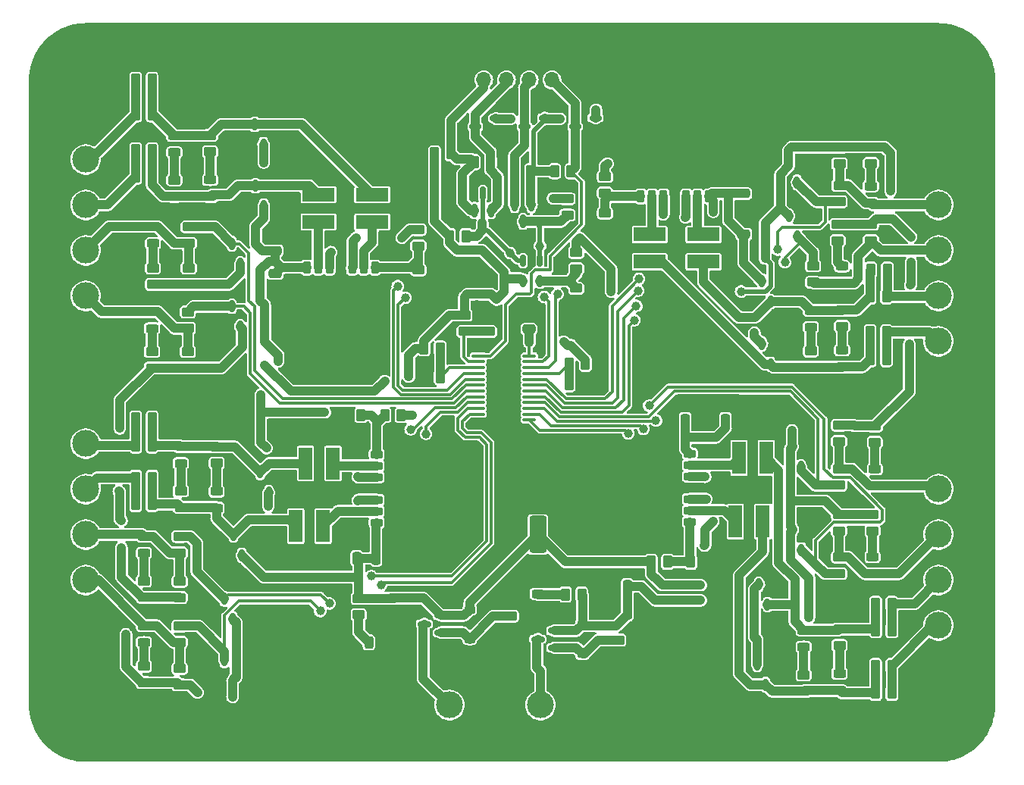
<source format=gbr>
%TF.GenerationSoftware,KiCad,Pcbnew,7.0.5*%
%TF.CreationDate,2023-11-11T15:26:14-08:00*%
%TF.ProjectId,ValveServoI2C,56616c76-6553-4657-9276-6f4932432e6b,rev?*%
%TF.SameCoordinates,Original*%
%TF.FileFunction,Copper,L1,Top*%
%TF.FilePolarity,Positive*%
%FSLAX46Y46*%
G04 Gerber Fmt 4.6, Leading zero omitted, Abs format (unit mm)*
G04 Created by KiCad (PCBNEW 7.0.5) date 2023-11-11 15:26:14*
%MOMM*%
%LPD*%
G01*
G04 APERTURE LIST*
G04 Aperture macros list*
%AMRoundRect*
0 Rectangle with rounded corners*
0 $1 Rounding radius*
0 $2 $3 $4 $5 $6 $7 $8 $9 X,Y pos of 4 corners*
0 Add a 4 corners polygon primitive as box body*
4,1,4,$2,$3,$4,$5,$6,$7,$8,$9,$2,$3,0*
0 Add four circle primitives for the rounded corners*
1,1,$1+$1,$2,$3*
1,1,$1+$1,$4,$5*
1,1,$1+$1,$6,$7*
1,1,$1+$1,$8,$9*
0 Add four rect primitives between the rounded corners*
20,1,$1+$1,$2,$3,$4,$5,0*
20,1,$1+$1,$4,$5,$6,$7,0*
20,1,$1+$1,$6,$7,$8,$9,0*
20,1,$1+$1,$8,$9,$2,$3,0*%
G04 Aperture macros list end*
%TA.AperFunction,SMDPad,CuDef*%
%ADD10RoundRect,0.232500X0.452500X0.232500X-0.452500X0.232500X-0.452500X-0.232500X0.452500X-0.232500X0*%
%TD*%
%TA.AperFunction,ComponentPad*%
%ADD11C,0.600000*%
%TD*%
%TA.AperFunction,SMDPad,CuDef*%
%ADD12RoundRect,0.250000X4.250000X4.750000X-4.250000X4.750000X-4.250000X-4.750000X4.250000X-4.750000X0*%
%TD*%
%TA.AperFunction,SMDPad,CuDef*%
%ADD13RoundRect,0.250000X-0.262500X-0.450000X0.262500X-0.450000X0.262500X0.450000X-0.262500X0.450000X0*%
%TD*%
%TA.AperFunction,SMDPad,CuDef*%
%ADD14RoundRect,0.250000X0.262500X0.450000X-0.262500X0.450000X-0.262500X-0.450000X0.262500X-0.450000X0*%
%TD*%
%TA.AperFunction,SMDPad,CuDef*%
%ADD15RoundRect,0.250000X0.450000X-0.262500X0.450000X0.262500X-0.450000X0.262500X-0.450000X-0.262500X0*%
%TD*%
%TA.AperFunction,ComponentPad*%
%ADD16C,5.600000*%
%TD*%
%TA.AperFunction,SMDPad,CuDef*%
%ADD17RoundRect,0.150000X0.150000X-0.512500X0.150000X0.512500X-0.150000X0.512500X-0.150000X-0.512500X0*%
%TD*%
%TA.AperFunction,SMDPad,CuDef*%
%ADD18R,3.600000X1.500000*%
%TD*%
%TA.AperFunction,SMDPad,CuDef*%
%ADD19RoundRect,0.150000X-0.150000X0.512500X-0.150000X-0.512500X0.150000X-0.512500X0.150000X0.512500X0*%
%TD*%
%TA.AperFunction,SMDPad,CuDef*%
%ADD20RoundRect,0.250000X-0.450000X0.262500X-0.450000X-0.262500X0.450000X-0.262500X0.450000X0.262500X0*%
%TD*%
%TA.AperFunction,SMDPad,CuDef*%
%ADD21RoundRect,0.150000X-0.150000X0.587500X-0.150000X-0.587500X0.150000X-0.587500X0.150000X0.587500X0*%
%TD*%
%TA.AperFunction,SMDPad,CuDef*%
%ADD22RoundRect,0.100000X-0.637500X-0.100000X0.637500X-0.100000X0.637500X0.100000X-0.637500X0.100000X0*%
%TD*%
%TA.AperFunction,SMDPad,CuDef*%
%ADD23RoundRect,0.243750X0.456250X-0.243750X0.456250X0.243750X-0.456250X0.243750X-0.456250X-0.243750X0*%
%TD*%
%TA.AperFunction,SMDPad,CuDef*%
%ADD24RoundRect,0.250000X0.250000X0.475000X-0.250000X0.475000X-0.250000X-0.475000X0.250000X-0.475000X0*%
%TD*%
%TA.AperFunction,SMDPad,CuDef*%
%ADD25RoundRect,0.232500X-0.232500X0.452500X-0.232500X-0.452500X0.232500X-0.452500X0.232500X0.452500X0*%
%TD*%
%TA.AperFunction,SMDPad,CuDef*%
%ADD26RoundRect,0.250000X-4.750000X4.250000X-4.750000X-4.250000X4.750000X-4.250000X4.750000X4.250000X0*%
%TD*%
%TA.AperFunction,SMDPad,CuDef*%
%ADD27RoundRect,0.150000X0.150000X-0.587500X0.150000X0.587500X-0.150000X0.587500X-0.150000X-0.587500X0*%
%TD*%
%TA.AperFunction,SMDPad,CuDef*%
%ADD28RoundRect,0.150000X0.587500X0.150000X-0.587500X0.150000X-0.587500X-0.150000X0.587500X-0.150000X0*%
%TD*%
%TA.AperFunction,SMDPad,CuDef*%
%ADD29RoundRect,0.250000X0.475000X-0.250000X0.475000X0.250000X-0.475000X0.250000X-0.475000X-0.250000X0*%
%TD*%
%TA.AperFunction,SMDPad,CuDef*%
%ADD30RoundRect,0.150000X0.512500X0.150000X-0.512500X0.150000X-0.512500X-0.150000X0.512500X-0.150000X0*%
%TD*%
%TA.AperFunction,SMDPad,CuDef*%
%ADD31RoundRect,0.225000X-0.375000X0.225000X-0.375000X-0.225000X0.375000X-0.225000X0.375000X0.225000X0*%
%TD*%
%TA.AperFunction,SMDPad,CuDef*%
%ADD32RoundRect,0.243750X-0.456250X0.243750X-0.456250X-0.243750X0.456250X-0.243750X0.456250X0.243750X0*%
%TD*%
%TA.AperFunction,SMDPad,CuDef*%
%ADD33RoundRect,0.250000X-0.250000X-0.475000X0.250000X-0.475000X0.250000X0.475000X-0.250000X0.475000X0*%
%TD*%
%TA.AperFunction,SMDPad,CuDef*%
%ADD34RoundRect,0.232500X-0.452500X-0.232500X0.452500X-0.232500X0.452500X0.232500X-0.452500X0.232500X0*%
%TD*%
%TA.AperFunction,SMDPad,CuDef*%
%ADD35RoundRect,0.250000X-4.250000X-4.750000X4.250000X-4.750000X4.250000X4.750000X-4.250000X4.750000X0*%
%TD*%
%TA.AperFunction,ComponentPad*%
%ADD36R,3.000000X3.000000*%
%TD*%
%TA.AperFunction,ComponentPad*%
%ADD37C,3.000000*%
%TD*%
%TA.AperFunction,SMDPad,CuDef*%
%ADD38RoundRect,0.243750X0.243750X0.456250X-0.243750X0.456250X-0.243750X-0.456250X0.243750X-0.456250X0*%
%TD*%
%TA.AperFunction,SMDPad,CuDef*%
%ADD39RoundRect,0.232500X0.232500X-0.452500X0.232500X0.452500X-0.232500X0.452500X-0.232500X-0.452500X0*%
%TD*%
%TA.AperFunction,SMDPad,CuDef*%
%ADD40RoundRect,0.250000X4.750000X-4.250000X4.750000X4.250000X-4.750000X4.250000X-4.750000X-4.250000X0*%
%TD*%
%TA.AperFunction,SMDPad,CuDef*%
%ADD41RoundRect,0.250000X-0.475000X0.250000X-0.475000X-0.250000X0.475000X-0.250000X0.475000X0.250000X0*%
%TD*%
%TA.AperFunction,SMDPad,CuDef*%
%ADD42RoundRect,0.250000X0.700000X-1.825000X0.700000X1.825000X-0.700000X1.825000X-0.700000X-1.825000X0*%
%TD*%
%TA.AperFunction,ComponentPad*%
%ADD43R,1.700000X1.700000*%
%TD*%
%TA.AperFunction,ComponentPad*%
%ADD44O,1.700000X1.700000*%
%TD*%
%TA.AperFunction,SMDPad,CuDef*%
%ADD45R,1.500000X3.600000*%
%TD*%
%TA.AperFunction,ViaPad*%
%ADD46C,1.000000*%
%TD*%
%TA.AperFunction,ViaPad*%
%ADD47C,0.800000*%
%TD*%
%TA.AperFunction,Conductor*%
%ADD48C,0.300000*%
%TD*%
%TA.AperFunction,Conductor*%
%ADD49C,1.000000*%
%TD*%
%TA.AperFunction,Conductor*%
%ADD50C,0.500000*%
%TD*%
G04 APERTURE END LIST*
D10*
%TO.P,U4,1,V_{REF}*%
%TO.N,Net-(U4-V_{REF})*%
X131000000Y-106540000D03*
%TO.P,U4,2,OUT1*%
%TO.N,Net-(U4-OUT1)*%
X131000000Y-105270000D03*
%TO.P,U4,3,F_{IN}*%
%TO.N,/PCF8575/ServoValveConnection2/DRV0*%
X131000000Y-104000000D03*
%TO.P,U4,4,GND*%
%TO.N,GND*%
X131000000Y-102730000D03*
D11*
X128475000Y-106930000D03*
X128475000Y-105730000D03*
X128475000Y-104530000D03*
X128475000Y-103330000D03*
X128475000Y-102130000D03*
X128475000Y-100930000D03*
X128475000Y-99730000D03*
X128475000Y-98530000D03*
X127275000Y-106930000D03*
X127275000Y-105730000D03*
X127275000Y-104530000D03*
X127275000Y-103330000D03*
X127275000Y-102130000D03*
X127275000Y-100930000D03*
X127275000Y-99730000D03*
X127275000Y-98530000D03*
X126075000Y-106930000D03*
X126075000Y-105730000D03*
X126075000Y-104530000D03*
X126075000Y-103330000D03*
X126075000Y-102130000D03*
X126075000Y-100930000D03*
X126075000Y-99730000D03*
X126075000Y-98530000D03*
X124875000Y-106930000D03*
X124875000Y-105730000D03*
X124875000Y-104530000D03*
X124875000Y-103330000D03*
D12*
X124875000Y-102730000D03*
D11*
X124875000Y-102130000D03*
X124875000Y-100930000D03*
X124875000Y-99730000D03*
X124875000Y-98530000D03*
X123675000Y-106930000D03*
X123675000Y-105730000D03*
X123675000Y-104530000D03*
X123675000Y-103330000D03*
X123675000Y-102130000D03*
X123675000Y-100930000D03*
X123675000Y-99730000D03*
X123675000Y-98530000D03*
X122475000Y-106930000D03*
X122475000Y-105730000D03*
X122475000Y-104530000D03*
X122475000Y-103330000D03*
X122475000Y-102130000D03*
X122475000Y-100930000D03*
X122475000Y-99730000D03*
X122475000Y-98530000D03*
X121275000Y-106930000D03*
X121275000Y-105730000D03*
X121275000Y-104530000D03*
X121275000Y-103330000D03*
X121275000Y-102130000D03*
X121275000Y-100930000D03*
X121275000Y-99730000D03*
X121275000Y-98530000D03*
D10*
%TO.P,U4,5,R_{IN}*%
%TO.N,/PCF8575/ServoValveConnection2/DRV1*%
X131000000Y-101460000D03*
%TO.P,U4,6,OUT2*%
%TO.N,Net-(U4-OUT2)*%
X131000000Y-100190000D03*
%TO.P,U4,7,V_{CC}*%
%TO.N,+12V*%
X131000000Y-98920000D03*
%TD*%
D13*
%TO.P,R16,1*%
%TO.N,Net-(U5-V_{REF})*%
X96912500Y-94610000D03*
%TO.P,R16,2*%
%TO.N,+12V*%
X98737500Y-94610000D03*
%TD*%
%TO.P,R41,1*%
%TO.N,Net-(D17-A)*%
X111387500Y-67350000D03*
%TO.P,R41,2*%
%TO.N,/I2CConnector/VI2C*%
X113212500Y-67350000D03*
%TD*%
D14*
%TO.P,R74,1*%
%TO.N,Net-(D26-K)*%
X70912500Y-95000000D03*
%TO.P,R74,2*%
%TO.N,Net-(J8-Pin_5)*%
X69087500Y-95000000D03*
%TD*%
D15*
%TO.P,R18,1*%
%TO.N,Net-(D6-A)*%
X151200000Y-66477500D03*
%TO.P,R18,2*%
%TO.N,+5V*%
X151200000Y-64652500D03*
%TD*%
%TO.P,R20,1*%
%TO.N,/PCF8575/ServoValveConnection1/DigitalPinIO3/Output*%
X147700000Y-66512500D03*
%TO.P,R20,2*%
%TO.N,+5V*%
X147700000Y-64687500D03*
%TD*%
%TO.P,R27,1*%
%TO.N,/PCF8575/ServoValveConnection2/END0*%
X147650000Y-112312500D03*
%TO.P,R27,2*%
%TO.N,/PCF8575/ServoValveConnection2/DigitalPinIO2/Output*%
X147650000Y-110487500D03*
%TD*%
D16*
%TO.P,J2,1,Pin_1*%
%TO.N,GND*%
X63500000Y-127000000D03*
%TD*%
D14*
%TO.P,R67,1*%
%TO.N,Net-(D27-K)*%
X70912500Y-65000000D03*
%TO.P,R67,2*%
%TO.N,Net-(J5-Pin_4)*%
X69087500Y-65000000D03*
%TD*%
D17*
%TO.P,D34,1,K*%
%TO.N,GND*%
X82050000Y-103275000D03*
%TO.P,D34,2,K*%
%TO.N,+12V*%
X83950000Y-103275000D03*
%TO.P,D34,3,A*%
%TO.N,Net-(D26-K)*%
X83000000Y-101000000D03*
%TD*%
D18*
%TO.P,L1,1,1*%
%TO.N,Net-(U2-OUT2)*%
X89500000Y-73025000D03*
%TO.P,L1,2,2*%
%TO.N,Net-(D27-K)*%
X89500000Y-69975000D03*
%TD*%
D19*
%TO.P,D12,1,K*%
%TO.N,GND*%
X144350000Y-98125000D03*
%TO.P,D12,2,K*%
%TO.N,+5V*%
X142450000Y-98125000D03*
%TO.P,D12,3,A*%
%TO.N,/PCF8575/ServoValveConnection2/END1*%
X143400000Y-100400000D03*
%TD*%
D20*
%TO.P,R34,1*%
%TO.N,Net-(D14-A)*%
X70000000Y-122675000D03*
%TO.P,R34,2*%
%TO.N,+5V*%
X70000000Y-124500000D03*
%TD*%
D21*
%TO.P,Q1,1,G*%
%TO.N,/I2CConnector/VI2C*%
X113300000Y-71100000D03*
%TO.P,Q1,2,S*%
%TO.N,Net-(D17-A)*%
X111400000Y-71100000D03*
%TO.P,Q1,3,D*%
%TO.N,/EEPROMI2C/SCL*%
X112350000Y-72975000D03*
%TD*%
D19*
%TO.P,D8,1,K*%
%TO.N,GND*%
X143950000Y-72375000D03*
%TO.P,D8,2,K*%
%TO.N,+5V*%
X142050000Y-72375000D03*
%TO.P,D8,3,A*%
%TO.N,/PCF8575/ServoValveConnection1/END0*%
X143000000Y-74650000D03*
%TD*%
D15*
%TO.P,R8,1*%
%TO.N,Net-(U3-V_{REF})*%
X121500000Y-69775000D03*
%TO.P,R8,2*%
%TO.N,+12V*%
X121500000Y-67950000D03*
%TD*%
D22*
%TO.P,U1,1,~{INT}*%
%TO.N,/I2CConnector/INT*%
X107335000Y-88000000D03*
%TO.P,U1,2,A1*%
%TO.N,/PCF8575/A1*%
X107335000Y-88650000D03*
%TO.P,U1,3,A2*%
%TO.N,/PCF8575/A2*%
X107335000Y-89300000D03*
%TO.P,U1,4,P00*%
%TO.N,/PCF8575/ServoValveConnection/DRV0*%
X107335000Y-89950000D03*
%TO.P,U1,5,P01*%
%TO.N,/PCF8575/ServoValveConnection/DRV1*%
X107335000Y-90600000D03*
%TO.P,U1,6,P02*%
%TO.N,/PCF8575/ServoValveConnection/END0*%
X107335000Y-91250000D03*
%TO.P,U1,7,P03*%
%TO.N,/PCF8575/ServoValveConnection/END1*%
X107335000Y-91900000D03*
%TO.P,U1,8,P04*%
%TO.N,/PCF8575/ServoValveConnection3/DRV0*%
X107335000Y-92550000D03*
%TO.P,U1,9,P05*%
%TO.N,/PCF8575/ServoValveConnection3/DRV1*%
X107335000Y-93200000D03*
%TO.P,U1,10,P06*%
%TO.N,/PCF8575/ServoValveConnection3/END0*%
X107335000Y-93850000D03*
%TO.P,U1,11,P07*%
%TO.N,/PCF8575/ServoValveConnection3/END1*%
X107335000Y-94500000D03*
%TO.P,U1,12,VSS*%
%TO.N,GND*%
X107335000Y-95150000D03*
%TO.P,U1,13,P10*%
%TO.N,/PCF8575/ServoValveConnection2/DRV0*%
X113060000Y-95150000D03*
%TO.P,U1,14,P11*%
%TO.N,/PCF8575/ServoValveConnection2/DRV1*%
X113060000Y-94500000D03*
%TO.P,U1,15,P12*%
%TO.N,/PCF8575/ServoValveConnection2/END0*%
X113060000Y-93850000D03*
%TO.P,U1,16,P13*%
%TO.N,/PCF8575/ServoValveConnection2/END1*%
X113060000Y-93200000D03*
%TO.P,U1,17,P14*%
%TO.N,/PCF8575/ServoValveConnection1/DRV0*%
X113060000Y-92550000D03*
%TO.P,U1,18,P15*%
%TO.N,/PCF8575/ServoValveConnection1/DRV1*%
X113060000Y-91900000D03*
%TO.P,U1,19,P16*%
%TO.N,/PCF8575/ServoValveConnection1/END0*%
X113060000Y-91250000D03*
%TO.P,U1,20,P17*%
%TO.N,/PCF8575/ServoValveConnection1/END1*%
X113060000Y-90600000D03*
%TO.P,U1,21,A0*%
%TO.N,/PCF8575/A0*%
X113060000Y-89950000D03*
%TO.P,U1,22,SCL*%
%TO.N,/EEPROMI2C/SCL*%
X113060000Y-89300000D03*
%TO.P,U1,23,SDA*%
%TO.N,/EEPROMI2C/SDA*%
X113060000Y-88650000D03*
%TO.P,U1,24,VDD*%
%TO.N,+5V*%
X113060000Y-88000000D03*
%TD*%
D13*
%TO.P,R60,1*%
%TO.N,Net-(D24-K)*%
X151125000Y-85350000D03*
%TO.P,R60,2*%
%TO.N,Net-(J6-Pin_5)*%
X152950000Y-85350000D03*
%TD*%
D23*
%TO.P,D27,1,K*%
%TO.N,Net-(D27-K)*%
X77405000Y-70187500D03*
%TO.P,D27,2,A*%
%TO.N,Net-(D27-A)*%
X77405000Y-68312500D03*
%TD*%
D24*
%TO.P,C9,1*%
%TO.N,+12V*%
X93775000Y-110610000D03*
%TO.P,C9,2*%
%TO.N,GND*%
X91875000Y-110610000D03*
%TD*%
D15*
%TO.P,R29,1*%
%TO.N,/PCF8575/ServoValveConnection2/END1*%
X147650000Y-102450000D03*
%TO.P,R29,2*%
%TO.N,/PCF8575/ServoValveConnection2/DigitalPinIO3/Output*%
X147650000Y-100625000D03*
%TD*%
D25*
%TO.P,U2,1,V_{REF}*%
%TO.N,Net-(U2-V_{REF})*%
X95810000Y-78125000D03*
%TO.P,U2,2,OUT1*%
%TO.N,Net-(U2-OUT1)*%
X94540000Y-78125000D03*
%TO.P,U2,3,F_{IN}*%
%TO.N,/PCF8575/ServoValveConnection/DRV0*%
X93270000Y-78125000D03*
%TO.P,U2,4,GND*%
%TO.N,GND*%
X92000000Y-78125000D03*
D11*
X96200000Y-80650000D03*
X95000000Y-80650000D03*
X93800000Y-80650000D03*
X92600000Y-80650000D03*
X91400000Y-80650000D03*
X90200000Y-80650000D03*
X89000000Y-80650000D03*
X87800000Y-80650000D03*
X96200000Y-81850000D03*
X95000000Y-81850000D03*
X93800000Y-81850000D03*
X92600000Y-81850000D03*
X91400000Y-81850000D03*
X90200000Y-81850000D03*
X89000000Y-81850000D03*
X87800000Y-81850000D03*
X96200000Y-83050000D03*
X95000000Y-83050000D03*
X93800000Y-83050000D03*
X92600000Y-83050000D03*
X91400000Y-83050000D03*
X90200000Y-83050000D03*
X89000000Y-83050000D03*
X87800000Y-83050000D03*
X96200000Y-84250000D03*
X95000000Y-84250000D03*
X93800000Y-84250000D03*
X92600000Y-84250000D03*
D26*
X92000000Y-84250000D03*
D11*
X91400000Y-84250000D03*
X90200000Y-84250000D03*
X89000000Y-84250000D03*
X87800000Y-84250000D03*
X96200000Y-85450000D03*
X95000000Y-85450000D03*
X93800000Y-85450000D03*
X92600000Y-85450000D03*
X91400000Y-85450000D03*
X90200000Y-85450000D03*
X89000000Y-85450000D03*
X87800000Y-85450000D03*
X96200000Y-86650000D03*
X95000000Y-86650000D03*
X93800000Y-86650000D03*
X92600000Y-86650000D03*
X91400000Y-86650000D03*
X90200000Y-86650000D03*
X89000000Y-86650000D03*
X87800000Y-86650000D03*
X96200000Y-87850000D03*
X95000000Y-87850000D03*
X93800000Y-87850000D03*
X92600000Y-87850000D03*
X91400000Y-87850000D03*
X90200000Y-87850000D03*
X89000000Y-87850000D03*
X87800000Y-87850000D03*
D25*
%TO.P,U2,5,R_{IN}*%
%TO.N,/PCF8575/ServoValveConnection/DRV1*%
X90730000Y-78125000D03*
%TO.P,U2,6,OUT2*%
%TO.N,Net-(U2-OUT2)*%
X89460000Y-78125000D03*
%TO.P,U2,7,V_{CC}*%
%TO.N,+12V*%
X88190000Y-78125000D03*
%TD*%
D20*
%TO.P,R9,1*%
%TO.N,Net-(D1-A)*%
X71000000Y-78175000D03*
%TO.P,R9,2*%
%TO.N,+5V*%
X71000000Y-80000000D03*
%TD*%
D27*
%TO.P,Q2,1,G*%
%TO.N,/I2CConnector/VI2C*%
X106900000Y-71725000D03*
%TO.P,Q2,2,S*%
%TO.N,Net-(D18-A)*%
X108800000Y-71725000D03*
%TO.P,Q2,3,D*%
%TO.N,/EEPROMI2C/SDA*%
X107850000Y-69850000D03*
%TD*%
D24*
%TO.P,C19,1*%
%TO.N,+5V*%
X110250000Y-79350000D03*
%TO.P,C19,2*%
%TO.N,GND*%
X108350000Y-79350000D03*
%TD*%
D15*
%TO.P,R45,1*%
%TO.N,GND*%
X111000000Y-118912500D03*
%TO.P,R45,2*%
%TO.N,Net-(D19-A)*%
X111000000Y-117087500D03*
%TD*%
D14*
%TO.P,R6,1*%
%TO.N,/PCF8575/A2*%
X103100000Y-90350000D03*
%TO.P,R6,2*%
%TO.N,GND*%
X101275000Y-90350000D03*
%TD*%
D28*
%TO.P,Q4,1,G*%
%TO.N,Net-(D20-A)*%
X115875000Y-120600000D03*
%TO.P,Q4,2,S*%
%TO.N,+5V*%
X115875000Y-118700000D03*
%TO.P,Q4,3,D*%
%TO.N,Net-(J10-Pin_2)*%
X114000000Y-119650000D03*
%TD*%
D20*
%TO.P,R12,1*%
%TO.N,/PCF8575/ServoValveConnection/DigitalPinIO2/Output*%
X75000000Y-78175000D03*
%TO.P,R12,2*%
%TO.N,+5V*%
X75000000Y-80000000D03*
%TD*%
D29*
%TO.P,C3,1*%
%TO.N,+12V*%
X137000000Y-69850000D03*
%TO.P,C3,2*%
%TO.N,GND*%
X137000000Y-67950000D03*
%TD*%
D28*
%TO.P,Q3,1,G*%
%TO.N,Net-(D19-A)*%
X103200000Y-118900000D03*
%TO.P,Q3,2,S*%
%TO.N,+12V*%
X103200000Y-117000000D03*
%TO.P,Q3,3,D*%
%TO.N,Net-(J10-Pin_4)*%
X101325000Y-117950000D03*
%TD*%
D16*
%TO.P,J1,1,Pin_1*%
%TO.N,GND*%
X63500000Y-57150000D03*
%TD*%
D19*
%TO.P,U6,1,SCL*%
%TO.N,/EEPROMI2C/SCL*%
X114250000Y-77350000D03*
%TO.P,U6,2,GND*%
%TO.N,GND*%
X113300000Y-77350000D03*
%TO.P,U6,3,SDA*%
%TO.N,/EEPROMI2C/SDA*%
X112350000Y-77350000D03*
%TO.P,U6,4,V_{CC}*%
%TO.N,+5V*%
X112350000Y-79625000D03*
%TO.P,U6,5,WP*%
%TO.N,Net-(U6-WP)*%
X114250000Y-79625000D03*
%TD*%
D20*
%TO.P,R38,1*%
%TO.N,/PCF8575/ServoValveConnection3/DigitalPinIO3/Output*%
X74000000Y-122925000D03*
%TO.P,R38,2*%
%TO.N,+5V*%
X74000000Y-124750000D03*
%TD*%
D30*
%TO.P,D18,1,K*%
%TO.N,GND*%
X109300000Y-63350000D03*
%TO.P,D18,2,K*%
%TO.N,/I2CConnector/VI2C*%
X109300000Y-61450000D03*
%TO.P,D18,3,A*%
%TO.N,Net-(D18-A)*%
X107025000Y-62400000D03*
%TD*%
D15*
%TO.P,R53,1*%
%TO.N,Net-(D27-A)*%
X77405000Y-65162500D03*
%TO.P,R53,2*%
%TO.N,Net-(D23-K)*%
X77405000Y-63337500D03*
%TD*%
%TO.P,R57,1*%
%TO.N,Net-(U6-WP)*%
X118300000Y-78262500D03*
%TO.P,R57,2*%
%TO.N,+5V*%
X118300000Y-76437500D03*
%TD*%
D24*
%TO.P,C18,1*%
%TO.N,+5V*%
X124000000Y-116737500D03*
%TO.P,C18,2*%
%TO.N,GND*%
X122100000Y-116737500D03*
%TD*%
D14*
%TO.P,R40,1*%
%TO.N,/EEPROMI2C/SDA*%
X105962500Y-74600000D03*
%TO.P,R40,2*%
%TO.N,+5V*%
X104137500Y-74600000D03*
%TD*%
%TO.P,R43,1*%
%TO.N,/I2CConnector/INT*%
X117712500Y-67350000D03*
%TO.P,R43,2*%
%TO.N,/I2CConnector/VI2C*%
X115887500Y-67350000D03*
%TD*%
D20*
%TO.P,R33,1*%
%TO.N,Net-(D13-A)*%
X70000000Y-113150000D03*
%TO.P,R33,2*%
%TO.N,+5V*%
X70000000Y-114975000D03*
%TD*%
D15*
%TO.P,R56,1*%
%TO.N,Net-(D30-A)*%
X78125000Y-99975000D03*
%TO.P,R56,2*%
%TO.N,Net-(D26-K)*%
X78125000Y-98150000D03*
%TD*%
%TO.P,R25,1*%
%TO.N,Net-(D9-A)*%
X151400000Y-107562500D03*
%TO.P,R25,2*%
%TO.N,+5V*%
X151400000Y-105737500D03*
%TD*%
D29*
%TO.P,C7,1*%
%TO.N,+12V*%
X137000000Y-74400000D03*
%TO.P,C7,2*%
%TO.N,GND*%
X137000000Y-72500000D03*
%TD*%
D31*
%TO.P,D20,1,K*%
%TO.N,+5V*%
X119000000Y-118000000D03*
%TO.P,D20,2,A*%
%TO.N,Net-(D20-A)*%
X119000000Y-121300000D03*
%TD*%
D13*
%TO.P,R65,1*%
%TO.N,Net-(D29-K)*%
X151737500Y-115700000D03*
%TO.P,R65,2*%
%TO.N,Net-(J7-Pin_4)*%
X153562500Y-115700000D03*
%TD*%
D32*
%TO.P,D2,1,K*%
%TO.N,/PCF8575/ServoValveConnection/DigitalPinIO3/Output*%
X70905000Y-83062500D03*
%TO.P,D2,2,A*%
%TO.N,Net-(D2-A)*%
X70905000Y-84937500D03*
%TD*%
D18*
%TO.P,L6,1,1*%
%TO.N,Net-(U3-OUT1)*%
X126500000Y-74425000D03*
%TO.P,L6,2,2*%
%TO.N,Net-(D24-K)*%
X126500000Y-77475000D03*
%TD*%
D15*
%TO.P,R46,1*%
%TO.N,GND*%
X123000000Y-121562500D03*
%TO.P,R46,2*%
%TO.N,Net-(D20-A)*%
X123000000Y-119737500D03*
%TD*%
D16*
%TO.P,J4,1,Pin_1*%
%TO.N,GND*%
X158750000Y-57150000D03*
%TD*%
D20*
%TO.P,R14,1*%
%TO.N,/PCF8575/ServoValveConnection/DigitalPinIO3/Output*%
X74905000Y-87512500D03*
%TO.P,R14,2*%
%TO.N,+5V*%
X74905000Y-89337500D03*
%TD*%
D24*
%TO.P,C14,1*%
%TO.N,/I2CConnector/VI2C*%
X104300000Y-62350000D03*
%TO.P,C14,2*%
%TO.N,GND*%
X102400000Y-62350000D03*
%TD*%
D20*
%TO.P,R49,1*%
%TO.N,Net-(D23-A)*%
X73405000Y-68337500D03*
%TO.P,R49,2*%
%TO.N,Net-(D27-K)*%
X73405000Y-70162500D03*
%TD*%
D19*
%TO.P,D33,1,K*%
%TO.N,GND*%
X140400000Y-122450000D03*
%TO.P,D33,2,K*%
%TO.N,+12V*%
X138500000Y-122450000D03*
%TO.P,D33,3,A*%
%TO.N,Net-(D25-K)*%
X139450000Y-124725000D03*
%TD*%
D13*
%TO.P,R32,1*%
%TO.N,GND*%
X92412500Y-94610000D03*
%TO.P,R32,2*%
%TO.N,Net-(U5-V_{REF})*%
X94237500Y-94610000D03*
%TD*%
D33*
%TO.P,C5,1*%
%TO.N,+12V*%
X95925000Y-110610000D03*
%TO.P,C5,2*%
%TO.N,GND*%
X97825000Y-110610000D03*
%TD*%
D15*
%TO.P,R17,1*%
%TO.N,Net-(D5-A)*%
X147500000Y-75112500D03*
%TO.P,R17,2*%
%TO.N,+5V*%
X147500000Y-73287500D03*
%TD*%
D32*
%TO.P,D28,1,K*%
%TO.N,Net-(D28-K)*%
X144490000Y-82912500D03*
%TO.P,D28,2,A*%
%TO.N,Net-(D28-A)*%
X144490000Y-84787500D03*
%TD*%
%TO.P,D14,1,K*%
%TO.N,/PCF8575/ServoValveConnection3/DigitalPinIO3/Output*%
X70000000Y-118125000D03*
%TO.P,D14,2,A*%
%TO.N,Net-(D14-A)*%
X70000000Y-120000000D03*
%TD*%
D34*
%TO.P,U5,1,V_{REF}*%
%TO.N,Net-(U5-V_{REF})*%
X96000000Y-99000000D03*
%TO.P,U5,2,OUT1*%
%TO.N,Net-(U5-OUT1)*%
X96000000Y-100270000D03*
%TO.P,U5,3,F_{IN}*%
%TO.N,/PCF8575/ServoValveConnection3/DRV0*%
X96000000Y-101540000D03*
%TO.P,U5,4,GND*%
%TO.N,GND*%
X96000000Y-102810000D03*
D11*
X98525000Y-98610000D03*
X98525000Y-99810000D03*
X98525000Y-101010000D03*
X98525000Y-102210000D03*
X98525000Y-103410000D03*
X98525000Y-104610000D03*
X98525000Y-105810000D03*
X98525000Y-107010000D03*
X99725000Y-98610000D03*
X99725000Y-99810000D03*
X99725000Y-101010000D03*
X99725000Y-102210000D03*
X99725000Y-103410000D03*
X99725000Y-104610000D03*
X99725000Y-105810000D03*
X99725000Y-107010000D03*
X100925000Y-98610000D03*
X100925000Y-99810000D03*
X100925000Y-101010000D03*
X100925000Y-102210000D03*
X100925000Y-103410000D03*
X100925000Y-104610000D03*
X100925000Y-105810000D03*
X100925000Y-107010000D03*
X102125000Y-98610000D03*
X102125000Y-99810000D03*
X102125000Y-101010000D03*
X102125000Y-102210000D03*
D35*
X102125000Y-102810000D03*
D11*
X102125000Y-103410000D03*
X102125000Y-104610000D03*
X102125000Y-105810000D03*
X102125000Y-107010000D03*
X103325000Y-98610000D03*
X103325000Y-99810000D03*
X103325000Y-101010000D03*
X103325000Y-102210000D03*
X103325000Y-103410000D03*
X103325000Y-104610000D03*
X103325000Y-105810000D03*
X103325000Y-107010000D03*
X104525000Y-98610000D03*
X104525000Y-99810000D03*
X104525000Y-101010000D03*
X104525000Y-102210000D03*
X104525000Y-103410000D03*
X104525000Y-104610000D03*
X104525000Y-105810000D03*
X104525000Y-107010000D03*
X105725000Y-98610000D03*
X105725000Y-99810000D03*
X105725000Y-101010000D03*
X105725000Y-102210000D03*
X105725000Y-103410000D03*
X105725000Y-104610000D03*
X105725000Y-105810000D03*
X105725000Y-107010000D03*
D34*
%TO.P,U5,5,R_{IN}*%
%TO.N,/PCF8575/ServoValveConnection3/DRV1*%
X96000000Y-104080000D03*
%TO.P,U5,6,OUT2*%
%TO.N,Net-(U5-OUT2)*%
X96000000Y-105350000D03*
%TO.P,U5,7,V_{CC}*%
%TO.N,+12V*%
X96000000Y-106620000D03*
%TD*%
D13*
%TO.P,R72,1*%
%TO.N,Net-(D24-K)*%
X151125000Y-88350000D03*
%TO.P,R72,2*%
%TO.N,Net-(J6-Pin_5)*%
X152950000Y-88350000D03*
%TD*%
%TO.P,R2,1*%
%TO.N,/PCF8575/A0*%
X117500000Y-91150000D03*
%TO.P,R2,2*%
%TO.N,GND*%
X119325000Y-91150000D03*
%TD*%
D14*
%TO.P,R31,1*%
%TO.N,GND*%
X132912500Y-111000000D03*
%TO.P,R31,2*%
%TO.N,Net-(U4-V_{REF})*%
X131087500Y-111000000D03*
%TD*%
D17*
%TO.P,D15,1,K*%
%TO.N,GND*%
X78050000Y-117412500D03*
%TO.P,D15,2,K*%
%TO.N,+5V*%
X79950000Y-117412500D03*
%TO.P,D15,3,A*%
%TO.N,/PCF8575/ServoValveConnection3/END0*%
X79000000Y-115137500D03*
%TD*%
D36*
%TO.P,J7,1,Pin_1*%
%TO.N,GND*%
X158750000Y-97790000D03*
D37*
%TO.P,J7,2,Pin_2*%
%TO.N,/PCF8575/ServoValveConnection2/DigitalPinIO3/Output*%
X158750000Y-102870000D03*
%TO.P,J7,3,Pin_3*%
%TO.N,/PCF8575/ServoValveConnection2/DigitalPinIO2/Output*%
X158750000Y-107950000D03*
%TO.P,J7,4,Pin_4*%
%TO.N,Net-(J7-Pin_4)*%
X158750000Y-113030000D03*
%TO.P,J7,5,Pin_5*%
%TO.N,Net-(J7-Pin_5)*%
X158750000Y-118110000D03*
%TD*%
D38*
%TO.P,D21,1,K*%
%TO.N,GND*%
X97000000Y-120000000D03*
%TO.P,D21,2,A*%
%TO.N,Net-(D21-A)*%
X95125000Y-120000000D03*
%TD*%
D32*
%TO.P,D23,1,K*%
%TO.N,Net-(D23-K)*%
X73405000Y-63375000D03*
%TO.P,D23,2,A*%
%TO.N,Net-(D23-A)*%
X73405000Y-65250000D03*
%TD*%
D20*
%TO.P,R11,1*%
%TO.N,/PCF8575/ServoValveConnection/END0*%
X75000000Y-73575000D03*
%TO.P,R11,2*%
%TO.N,/PCF8575/ServoValveConnection/DigitalPinIO2/Output*%
X75000000Y-75400000D03*
%TD*%
D13*
%TO.P,R48,1*%
%TO.N,Net-(D22-A)*%
X117087500Y-114650000D03*
%TO.P,R48,2*%
%TO.N,+5V*%
X118912500Y-114650000D03*
%TD*%
D39*
%TO.P,U3,1,V_{REF}*%
%TO.N,Net-(U3-V_{REF})*%
X125490000Y-70175000D03*
%TO.P,U3,2,OUT1*%
%TO.N,Net-(U3-OUT1)*%
X126760000Y-70175000D03*
%TO.P,U3,3,F_{IN}*%
%TO.N,/PCF8575/ServoValveConnection1/DRV0*%
X128030000Y-70175000D03*
%TO.P,U3,4,GND*%
%TO.N,GND*%
X129300000Y-70175000D03*
D11*
X125100000Y-67650000D03*
X126300000Y-67650000D03*
X127500000Y-67650000D03*
X128700000Y-67650000D03*
X129900000Y-67650000D03*
X131100000Y-67650000D03*
X132300000Y-67650000D03*
X133500000Y-67650000D03*
X125100000Y-66450000D03*
X126300000Y-66450000D03*
X127500000Y-66450000D03*
X128700000Y-66450000D03*
X129900000Y-66450000D03*
X131100000Y-66450000D03*
X132300000Y-66450000D03*
X133500000Y-66450000D03*
X125100000Y-65250000D03*
X126300000Y-65250000D03*
X127500000Y-65250000D03*
X128700000Y-65250000D03*
X129900000Y-65250000D03*
X131100000Y-65250000D03*
X132300000Y-65250000D03*
X133500000Y-65250000D03*
X125100000Y-64050000D03*
X126300000Y-64050000D03*
X127500000Y-64050000D03*
X128700000Y-64050000D03*
D40*
X129300000Y-64050000D03*
D11*
X129900000Y-64050000D03*
X131100000Y-64050000D03*
X132300000Y-64050000D03*
X133500000Y-64050000D03*
X125100000Y-62850000D03*
X126300000Y-62850000D03*
X127500000Y-62850000D03*
X128700000Y-62850000D03*
X129900000Y-62850000D03*
X131100000Y-62850000D03*
X132300000Y-62850000D03*
X133500000Y-62850000D03*
X125100000Y-61650000D03*
X126300000Y-61650000D03*
X127500000Y-61650000D03*
X128700000Y-61650000D03*
X129900000Y-61650000D03*
X131100000Y-61650000D03*
X132300000Y-61650000D03*
X133500000Y-61650000D03*
X125100000Y-60450000D03*
X126300000Y-60450000D03*
X127500000Y-60450000D03*
X128700000Y-60450000D03*
X129900000Y-60450000D03*
X131100000Y-60450000D03*
X132300000Y-60450000D03*
X133500000Y-60450000D03*
D39*
%TO.P,U3,5,R_{IN}*%
%TO.N,/PCF8575/ServoValveConnection1/DRV1*%
X130570000Y-70175000D03*
%TO.P,U3,6,OUT2*%
%TO.N,Net-(U3-OUT2)*%
X131840000Y-70175000D03*
%TO.P,U3,7,V_{CC}*%
%TO.N,+12V*%
X133110000Y-70175000D03*
%TD*%
D15*
%TO.P,R26,1*%
%TO.N,Net-(D10-A)*%
X151650000Y-97650000D03*
%TO.P,R26,2*%
%TO.N,+5V*%
X151650000Y-95825000D03*
%TD*%
D17*
%TO.P,D16,1,K*%
%TO.N,GND*%
X78050000Y-124275000D03*
%TO.P,D16,2,K*%
%TO.N,+5V*%
X79950000Y-124275000D03*
%TO.P,D16,3,A*%
%TO.N,/PCF8575/ServoValveConnection3/END1*%
X79000000Y-122000000D03*
%TD*%
D24*
%TO.P,C8,1*%
%TO.N,+12V*%
X134970000Y-95180000D03*
%TO.P,C8,2*%
%TO.N,GND*%
X133070000Y-95180000D03*
%TD*%
D15*
%TO.P,R30,1*%
%TO.N,/PCF8575/ServoValveConnection2/DigitalPinIO3/Output*%
X147650000Y-97562500D03*
%TO.P,R30,2*%
%TO.N,+5V*%
X147650000Y-95737500D03*
%TD*%
D36*
%TO.P,J10,1,Pin_1*%
%TO.N,GND*%
X119380000Y-127000000D03*
D37*
%TO.P,J10,2,Pin_2*%
%TO.N,Net-(J10-Pin_2)*%
X114300000Y-127000000D03*
%TO.P,J10,3,Pin_3*%
%TO.N,GND*%
X109220000Y-127000000D03*
%TO.P,J10,4,Pin_4*%
%TO.N,Net-(J10-Pin_4)*%
X104140000Y-127000000D03*
%TD*%
D14*
%TO.P,R15,1*%
%TO.N,Net-(U4-V_{REF})*%
X128500000Y-111000000D03*
%TO.P,R15,2*%
%TO.N,+12V*%
X126675000Y-111000000D03*
%TD*%
D41*
%TO.P,C2,1*%
%TO.N,+12V*%
X84670000Y-78800000D03*
%TO.P,C2,2*%
%TO.N,GND*%
X84670000Y-80700000D03*
%TD*%
D36*
%TO.P,J5,1,Pin_1*%
%TO.N,GND*%
X63500000Y-86360000D03*
D37*
%TO.P,J5,2,Pin_2*%
%TO.N,/PCF8575/ServoValveConnection/DigitalPinIO3/Output*%
X63500000Y-81280000D03*
%TO.P,J5,3,Pin_3*%
%TO.N,/PCF8575/ServoValveConnection/DigitalPinIO2/Output*%
X63500000Y-76200000D03*
%TO.P,J5,4,Pin_4*%
%TO.N,Net-(J5-Pin_4)*%
X63500000Y-71120000D03*
%TO.P,J5,5,Pin_5*%
%TO.N,Net-(J5-Pin_5)*%
X63500000Y-66040000D03*
%TD*%
D16*
%TO.P,J3,1,Pin_1*%
%TO.N,GND*%
X158750000Y-127000000D03*
%TD*%
D17*
%TO.P,D4,1,K*%
%TO.N,GND*%
X78860000Y-84725000D03*
%TO.P,D4,2,K*%
%TO.N,+5V*%
X80760000Y-84725000D03*
%TO.P,D4,3,A*%
%TO.N,/PCF8575/ServoValveConnection/END1*%
X79810000Y-82450000D03*
%TD*%
D36*
%TO.P,J8,1,Pin_1*%
%TO.N,GND*%
X63500000Y-118110000D03*
D37*
%TO.P,J8,2,Pin_2*%
%TO.N,/PCF8575/ServoValveConnection3/DigitalPinIO3/Output*%
X63500000Y-113030000D03*
%TO.P,J8,3,Pin_3*%
%TO.N,/PCF8575/ServoValveConnection3/DigitalPinIO2/Output*%
X63500000Y-107950000D03*
%TO.P,J8,4,Pin_4*%
%TO.N,Net-(J8-Pin_4)*%
X63500000Y-102870000D03*
%TO.P,J8,5,Pin_5*%
%TO.N,Net-(J8-Pin_5)*%
X63500000Y-97790000D03*
%TD*%
D20*
%TO.P,R52,1*%
%TO.N,Net-(D26-A)*%
X74125000Y-103087500D03*
%TO.P,R52,2*%
%TO.N,Net-(D30-K)*%
X74125000Y-104912500D03*
%TD*%
%TO.P,R37,1*%
%TO.N,/PCF8575/ServoValveConnection3/END1*%
X74000000Y-118175000D03*
%TO.P,R37,2*%
%TO.N,/PCF8575/ServoValveConnection3/DigitalPinIO3/Output*%
X74000000Y-120000000D03*
%TD*%
D15*
%TO.P,R58,1*%
%TO.N,GND*%
X118300000Y-82262500D03*
%TO.P,R58,2*%
%TO.N,Net-(U6-WP)*%
X118300000Y-80437500D03*
%TD*%
D14*
%TO.P,R44,1*%
%TO.N,/I2CConnector/VI2C*%
X104300000Y-65350000D03*
%TO.P,R44,2*%
%TO.N,+5V*%
X102475000Y-65350000D03*
%TD*%
D17*
%TO.P,D31,1,K*%
%TO.N,GND*%
X81455000Y-64387500D03*
%TO.P,D31,2,K*%
%TO.N,+12V*%
X83355000Y-64387500D03*
%TO.P,D31,3,A*%
%TO.N,Net-(D23-K)*%
X82405000Y-62112500D03*
%TD*%
D20*
%TO.P,R21,1*%
%TO.N,/PCF8575/ServoValveConnection1/END0*%
X144740000Y-77937500D03*
%TO.P,R21,2*%
%TO.N,/PCF8575/ServoValveConnection1/DigitalPinIO2/Output*%
X144740000Y-79762500D03*
%TD*%
D23*
%TO.P,D6,1,K*%
%TO.N,/PCF8575/ServoValveConnection1/DigitalPinIO3/Output*%
X151200000Y-70902500D03*
%TO.P,D6,2,A*%
%TO.N,Net-(D6-A)*%
X151200000Y-69027500D03*
%TD*%
D30*
%TO.P,D17,1,K*%
%TO.N,GND*%
X114800000Y-63300000D03*
%TO.P,D17,2,K*%
%TO.N,/I2CConnector/VI2C*%
X114800000Y-61400000D03*
%TO.P,D17,3,A*%
%TO.N,Net-(D17-A)*%
X112525000Y-62350000D03*
%TD*%
D18*
%TO.P,L2,1,1*%
%TO.N,Net-(U3-OUT2)*%
X132500000Y-74425000D03*
%TO.P,L2,2,2*%
%TO.N,Net-(D28-K)*%
X132500000Y-77475000D03*
%TD*%
D15*
%TO.P,R7,1*%
%TO.N,Net-(U2-V_{REF})*%
X100670000Y-75712500D03*
%TO.P,R7,2*%
%TO.N,+12V*%
X100670000Y-73887500D03*
%TD*%
D13*
%TO.P,R61,1*%
%TO.N,Net-(D25-K)*%
X151737500Y-122650000D03*
%TO.P,R61,2*%
%TO.N,Net-(J7-Pin_5)*%
X153562500Y-122650000D03*
%TD*%
%TO.P,R73,1*%
%TO.N,Net-(D25-K)*%
X151737500Y-125650000D03*
%TO.P,R73,2*%
%TO.N,Net-(J7-Pin_5)*%
X153562500Y-125650000D03*
%TD*%
D23*
%TO.P,D10,1,K*%
%TO.N,/PCF8575/ServoValveConnection2/DigitalPinIO3/Output*%
X151650000Y-102525000D03*
%TO.P,D10,2,A*%
%TO.N,Net-(D10-A)*%
X151650000Y-100650000D03*
%TD*%
%TO.P,D5,1,K*%
%TO.N,/PCF8575/ServoValveConnection1/DigitalPinIO2/Output*%
X147990000Y-79850000D03*
%TO.P,D5,2,A*%
%TO.N,Net-(D5-A)*%
X147990000Y-77975000D03*
%TD*%
D20*
%TO.P,R36,1*%
%TO.N,/PCF8575/ServoValveConnection3/DigitalPinIO2/Output*%
X74000000Y-113175000D03*
%TO.P,R36,2*%
%TO.N,+5V*%
X74000000Y-115000000D03*
%TD*%
D14*
%TO.P,R59,1*%
%TO.N,Net-(D23-K)*%
X70912500Y-61000000D03*
%TO.P,R59,2*%
%TO.N,Net-(J5-Pin_5)*%
X69087500Y-61000000D03*
%TD*%
D20*
%TO.P,R35,1*%
%TO.N,/PCF8575/ServoValveConnection3/END0*%
X74000000Y-108175000D03*
%TO.P,R35,2*%
%TO.N,/PCF8575/ServoValveConnection3/DigitalPinIO2/Output*%
X74000000Y-110000000D03*
%TD*%
D13*
%TO.P,R5,1*%
%TO.N,+5V*%
X101275000Y-87150000D03*
%TO.P,R5,2*%
%TO.N,/PCF8575/A2*%
X103100000Y-87150000D03*
%TD*%
D15*
%TO.P,R50,1*%
%TO.N,Net-(D24-A)*%
X147990000Y-84700000D03*
%TO.P,R50,2*%
%TO.N,Net-(D28-K)*%
X147990000Y-82875000D03*
%TD*%
D23*
%TO.P,D9,1,K*%
%TO.N,/PCF8575/ServoValveConnection2/DigitalPinIO2/Output*%
X151400000Y-112337500D03*
%TO.P,D9,2,A*%
%TO.N,Net-(D9-A)*%
X151400000Y-110462500D03*
%TD*%
D17*
%TO.P,D38,1,K*%
%TO.N,GND*%
X79050000Y-110275000D03*
%TO.P,D38,2,K*%
%TO.N,+12V*%
X80950000Y-110275000D03*
%TO.P,D38,3,A*%
%TO.N,Net-(D30-K)*%
X80000000Y-108000000D03*
%TD*%
D24*
%TO.P,C4,1*%
%TO.N,+12V*%
X130470000Y-95180000D03*
%TO.P,C4,2*%
%TO.N,GND*%
X128570000Y-95180000D03*
%TD*%
D15*
%TO.P,R51,1*%
%TO.N,Net-(D25-A)*%
X147700000Y-120350000D03*
%TO.P,R51,2*%
%TO.N,Net-(D29-K)*%
X147700000Y-118525000D03*
%TD*%
D20*
%TO.P,R10,1*%
%TO.N,Net-(D2-A)*%
X70905000Y-87512500D03*
%TO.P,R10,2*%
%TO.N,+5V*%
X70905000Y-89337500D03*
%TD*%
D42*
%TO.P,C15,1*%
%TO.N,+12V*%
X114000000Y-107950000D03*
%TO.P,C15,2*%
%TO.N,GND*%
X114000000Y-101000000D03*
%TD*%
D17*
%TO.P,D35,1,K*%
%TO.N,GND*%
X81505000Y-71250000D03*
%TO.P,D35,2,K*%
%TO.N,+12V*%
X83405000Y-71250000D03*
%TO.P,D35,3,A*%
%TO.N,Net-(D27-K)*%
X82455000Y-68975000D03*
%TD*%
D15*
%TO.P,R22,1*%
%TO.N,/PCF8575/ServoValveConnection1/DigitalPinIO2/Output*%
X151200000Y-75112500D03*
%TO.P,R22,2*%
%TO.N,+5V*%
X151200000Y-73287500D03*
%TD*%
D30*
%TO.P,D39,1,K*%
%TO.N,GND*%
X120437500Y-63300000D03*
%TO.P,D39,2,K*%
%TO.N,/I2CConnector/VI2C*%
X120437500Y-61400000D03*
%TO.P,D39,3,A*%
%TO.N,/I2CConnector/INT*%
X118162500Y-62350000D03*
%TD*%
D19*
%TO.P,D7,1,K*%
%TO.N,GND*%
X143900000Y-66325000D03*
%TO.P,D7,2,K*%
%TO.N,+5V*%
X142000000Y-66325000D03*
%TO.P,D7,3,A*%
%TO.N,/PCF8575/ServoValveConnection1/END1*%
X142950000Y-68600000D03*
%TD*%
D32*
%TO.P,D26,1,K*%
%TO.N,Net-(D26-K)*%
X74125000Y-98125000D03*
%TO.P,D26,2,A*%
%TO.N,Net-(D26-A)*%
X74125000Y-100000000D03*
%TD*%
D19*
%TO.P,D11,1,K*%
%TO.N,GND*%
X144400000Y-107400000D03*
%TO.P,D11,2,K*%
%TO.N,+5V*%
X142500000Y-107400000D03*
%TO.P,D11,3,A*%
%TO.N,/PCF8575/ServoValveConnection2/END0*%
X143450000Y-109675000D03*
%TD*%
D32*
%TO.P,D22,1,K*%
%TO.N,GND*%
X114000000Y-112712500D03*
%TO.P,D22,2,A*%
%TO.N,Net-(D22-A)*%
X114000000Y-114587500D03*
%TD*%
D41*
%TO.P,C17,1*%
%TO.N,+12V*%
X98000000Y-115050000D03*
%TO.P,C17,2*%
%TO.N,GND*%
X98000000Y-116950000D03*
%TD*%
D13*
%TO.P,R69,1*%
%TO.N,Net-(D29-K)*%
X151737500Y-118650000D03*
%TO.P,R69,2*%
%TO.N,Net-(J7-Pin_4)*%
X153562500Y-118650000D03*
%TD*%
D20*
%TO.P,R55,1*%
%TO.N,Net-(D29-A)*%
X143700000Y-123650000D03*
%TO.P,R55,2*%
%TO.N,Net-(D25-K)*%
X143700000Y-125475000D03*
%TD*%
D15*
%TO.P,R23,1*%
%TO.N,GND*%
X100670000Y-80212500D03*
%TO.P,R23,2*%
%TO.N,Net-(U2-V_{REF})*%
X100670000Y-78387500D03*
%TD*%
D20*
%TO.P,R54,1*%
%TO.N,Net-(D28-A)*%
X144490000Y-87437500D03*
%TO.P,R54,2*%
%TO.N,Net-(D24-K)*%
X144490000Y-89262500D03*
%TD*%
D23*
%TO.P,D25,1,K*%
%TO.N,Net-(D25-K)*%
X147700000Y-125375000D03*
%TO.P,D25,2,A*%
%TO.N,Net-(D25-A)*%
X147700000Y-123500000D03*
%TD*%
D36*
%TO.P,J6,1,Pin_1*%
%TO.N,GND*%
X158750000Y-66040000D03*
D37*
%TO.P,J6,2,Pin_2*%
%TO.N,/PCF8575/ServoValveConnection1/DigitalPinIO3/Output*%
X158750000Y-71120000D03*
%TO.P,J6,3,Pin_3*%
%TO.N,/PCF8575/ServoValveConnection1/DigitalPinIO2/Output*%
X158750000Y-76200000D03*
%TO.P,J6,4,Pin_4*%
%TO.N,Net-(J6-Pin_4)*%
X158750000Y-81280000D03*
%TO.P,J6,5,Pin_5*%
%TO.N,Net-(J6-Pin_5)*%
X158750000Y-86360000D03*
%TD*%
D14*
%TO.P,R42,1*%
%TO.N,Net-(D18-A)*%
X108712500Y-66350000D03*
%TO.P,R42,2*%
%TO.N,/I2CConnector/VI2C*%
X106887500Y-66350000D03*
%TD*%
D31*
%TO.P,D19,1,K*%
%TO.N,+12V*%
X106400000Y-116350000D03*
%TO.P,D19,2,A*%
%TO.N,Net-(D19-A)*%
X106400000Y-119650000D03*
%TD*%
D17*
%TO.P,D3,1,K*%
%TO.N,GND*%
X78860000Y-77725000D03*
%TO.P,D3,2,K*%
%TO.N,+5V*%
X80760000Y-77725000D03*
%TO.P,D3,3,A*%
%TO.N,/PCF8575/ServoValveConnection/END0*%
X79810000Y-75450000D03*
%TD*%
D32*
%TO.P,D29,1,K*%
%TO.N,Net-(D29-K)*%
X143700000Y-118625000D03*
%TO.P,D29,2,A*%
%TO.N,Net-(D29-A)*%
X143700000Y-120500000D03*
%TD*%
D43*
%TO.P,J9,1,Pin_1*%
%TO.N,GND*%
X105410000Y-57150000D03*
D44*
%TO.P,J9,2,Pin_2*%
%TO.N,/I2CConnector/VI2C*%
X107950000Y-57150000D03*
%TO.P,J9,3,Pin_3*%
%TO.N,Net-(D18-A)*%
X110490000Y-57150000D03*
%TO.P,J9,4,Pin_4*%
%TO.N,Net-(D17-A)*%
X113030000Y-57150000D03*
%TO.P,J9,5,Pin_5*%
%TO.N,/I2CConnector/INT*%
X115570000Y-57150000D03*
%TD*%
D14*
%TO.P,R1,1*%
%TO.N,+5V*%
X119325000Y-88900000D03*
%TO.P,R1,2*%
%TO.N,/PCF8575/A0*%
X117500000Y-88900000D03*
%TD*%
D29*
%TO.P,C1,1*%
%TO.N,+5V*%
X113000000Y-85000000D03*
%TO.P,C1,2*%
%TO.N,GND*%
X113000000Y-83100000D03*
%TD*%
D45*
%TO.P,L4,1,1*%
%TO.N,Net-(U5-OUT2)*%
X90025000Y-107000000D03*
%TO.P,L4,2,2*%
%TO.N,Net-(D30-K)*%
X86975000Y-107000000D03*
%TD*%
D15*
%TO.P,R19,1*%
%TO.N,/PCF8575/ServoValveConnection1/END1*%
X147700000Y-70765000D03*
%TO.P,R19,2*%
%TO.N,/PCF8575/ServoValveConnection1/DigitalPinIO3/Output*%
X147700000Y-68940000D03*
%TD*%
D13*
%TO.P,R64,1*%
%TO.N,Net-(D28-K)*%
X151212500Y-78350000D03*
%TO.P,R64,2*%
%TO.N,Net-(J6-Pin_4)*%
X153037500Y-78350000D03*
%TD*%
D20*
%TO.P,R3,1*%
%TO.N,+5V*%
X105800000Y-83437500D03*
%TO.P,R3,2*%
%TO.N,/PCF8575/A1*%
X105800000Y-85262500D03*
%TD*%
D19*
%TO.P,D36,1,K*%
%TO.N,GND*%
X140940000Y-79650000D03*
%TO.P,D36,2,K*%
%TO.N,+12V*%
X139040000Y-79650000D03*
%TO.P,D36,3,A*%
%TO.N,Net-(D28-K)*%
X139990000Y-81925000D03*
%TD*%
D15*
%TO.P,R24,1*%
%TO.N,GND*%
X121500000Y-73862500D03*
%TO.P,R24,2*%
%TO.N,Net-(U3-V_{REF})*%
X121500000Y-72037500D03*
%TD*%
D32*
%TO.P,D13,1,K*%
%TO.N,/PCF8575/ServoValveConnection3/DigitalPinIO2/Output*%
X70000000Y-108150000D03*
%TO.P,D13,2,A*%
%TO.N,Net-(D13-A)*%
X70000000Y-110025000D03*
%TD*%
D14*
%TO.P,R71,1*%
%TO.N,Net-(D23-K)*%
X70912500Y-57150000D03*
%TO.P,R71,2*%
%TO.N,Net-(J5-Pin_5)*%
X69087500Y-57150000D03*
%TD*%
D13*
%TO.P,R68,1*%
%TO.N,Net-(D28-K)*%
X151125000Y-81350000D03*
%TO.P,R68,2*%
%TO.N,Net-(J6-Pin_4)*%
X152950000Y-81350000D03*
%TD*%
D19*
%TO.P,D37,1,K*%
%TO.N,GND*%
X140600000Y-113512500D03*
%TO.P,D37,2,K*%
%TO.N,+12V*%
X138700000Y-113512500D03*
%TO.P,D37,3,A*%
%TO.N,Net-(D29-K)*%
X139650000Y-115787500D03*
%TD*%
D14*
%TO.P,R63,1*%
%TO.N,Net-(D27-K)*%
X70912500Y-67950000D03*
%TO.P,R63,2*%
%TO.N,Net-(J5-Pin_4)*%
X69087500Y-67950000D03*
%TD*%
%TO.P,R70,1*%
%TO.N,Net-(D30-K)*%
X70912500Y-101612500D03*
%TO.P,R70,2*%
%TO.N,Net-(J8-Pin_4)*%
X69087500Y-101612500D03*
%TD*%
D23*
%TO.P,D24,1,K*%
%TO.N,Net-(D24-K)*%
X147990000Y-89225000D03*
%TO.P,D24,2,A*%
%TO.N,Net-(D24-A)*%
X147990000Y-87350000D03*
%TD*%
D18*
%TO.P,L5,1,1*%
%TO.N,Net-(U2-OUT1)*%
X95500000Y-73025000D03*
%TO.P,L5,2,2*%
%TO.N,Net-(D23-K)*%
X95500000Y-69975000D03*
%TD*%
D23*
%TO.P,D30,1,K*%
%TO.N,Net-(D30-K)*%
X78125000Y-105000000D03*
%TO.P,D30,2,A*%
%TO.N,Net-(D30-A)*%
X78125000Y-103125000D03*
%TD*%
D15*
%TO.P,R39,1*%
%TO.N,/EEPROMI2C/SCL*%
X117300000Y-72262500D03*
%TO.P,R39,2*%
%TO.N,+5V*%
X117300000Y-70437500D03*
%TD*%
D14*
%TO.P,R66,1*%
%TO.N,Net-(D30-K)*%
X70912500Y-104562500D03*
%TO.P,R66,2*%
%TO.N,Net-(J8-Pin_4)*%
X69087500Y-104562500D03*
%TD*%
D15*
%TO.P,R47,1*%
%TO.N,Net-(D21-A)*%
X94000000Y-116912500D03*
%TO.P,R47,2*%
%TO.N,+12V*%
X94000000Y-115087500D03*
%TD*%
%TO.P,R28,1*%
%TO.N,/PCF8575/ServoValveConnection2/DigitalPinIO2/Output*%
X147650000Y-107562500D03*
%TO.P,R28,2*%
%TO.N,+5V*%
X147650000Y-105737500D03*
%TD*%
%TO.P,R4,1*%
%TO.N,/PCF8575/A1*%
X108550000Y-85262500D03*
%TO.P,R4,2*%
%TO.N,GND*%
X108550000Y-83437500D03*
%TD*%
D19*
%TO.P,D32,1,K*%
%TO.N,GND*%
X140940000Y-86650000D03*
%TO.P,D32,2,K*%
%TO.N,+12V*%
X139040000Y-86650000D03*
%TO.P,D32,3,A*%
%TO.N,Net-(D24-K)*%
X139990000Y-88925000D03*
%TD*%
D24*
%TO.P,C16,1*%
%TO.N,+5V*%
X124000000Y-113737500D03*
%TO.P,C16,2*%
%TO.N,GND*%
X122100000Y-113737500D03*
%TD*%
D45*
%TO.P,L8,1,1*%
%TO.N,Net-(U5-OUT1)*%
X91125000Y-100000000D03*
%TO.P,L8,2,2*%
%TO.N,Net-(D26-K)*%
X88075000Y-100000000D03*
%TD*%
D29*
%TO.P,C6,1*%
%TO.N,+12V*%
X84670000Y-76250000D03*
%TO.P,C6,2*%
%TO.N,GND*%
X84670000Y-74350000D03*
%TD*%
D14*
%TO.P,R62,1*%
%TO.N,Net-(D26-K)*%
X70912500Y-98000000D03*
%TO.P,R62,2*%
%TO.N,Net-(J8-Pin_5)*%
X69087500Y-98000000D03*
%TD*%
D32*
%TO.P,D1,1,K*%
%TO.N,/PCF8575/ServoValveConnection/DigitalPinIO2/Output*%
X71000000Y-73550000D03*
%TO.P,D1,2,A*%
%TO.N,Net-(D1-A)*%
X71000000Y-75425000D03*
%TD*%
D20*
%TO.P,R13,1*%
%TO.N,/PCF8575/ServoValveConnection/END1*%
X74905000Y-83087500D03*
%TO.P,R13,2*%
%TO.N,/PCF8575/ServoValveConnection/DigitalPinIO3/Output*%
X74905000Y-84912500D03*
%TD*%
D45*
%TO.P,L3,1,1*%
%TO.N,Net-(U4-OUT2)*%
X136475000Y-99400000D03*
%TO.P,L3,2,2*%
%TO.N,Net-(D29-K)*%
X139525000Y-99400000D03*
%TD*%
%TO.P,L7,1,1*%
%TO.N,Net-(U4-OUT1)*%
X136075000Y-106500000D03*
%TO.P,L7,2,2*%
%TO.N,Net-(D25-K)*%
X139125000Y-106500000D03*
%TD*%
D46*
%TO.N,GND*%
X117800000Y-109500000D03*
X119600000Y-112800000D03*
X104000000Y-110800000D03*
X107800000Y-111900000D03*
X110300000Y-114400000D03*
X126200000Y-117300000D03*
X147100000Y-115300000D03*
X70100000Y-100000000D03*
X65300000Y-100000000D03*
X66200000Y-67600000D03*
X110900000Y-59600000D03*
X114800000Y-59600000D03*
X145600000Y-63000000D03*
X149200000Y-71900000D03*
X104500000Y-72400000D03*
X83500000Y-116900000D03*
X90700000Y-96300000D03*
X89300000Y-110100000D03*
X90500000Y-103400000D03*
X109600000Y-96500000D03*
X135400000Y-76100000D03*
X160900000Y-73700000D03*
X160900000Y-78800000D03*
X161100000Y-83800000D03*
X152100000Y-83300000D03*
X155400000Y-106600000D03*
X155700000Y-113500000D03*
X155500000Y-118000000D03*
X156400000Y-122700000D03*
X68000000Y-87100000D03*
X69400000Y-71300000D03*
X67500000Y-78000000D03*
X87500000Y-66400000D03*
X75300000Y-93500000D03*
X86100000Y-96500000D03*
X157500000Y-91700000D03*
X153500000Y-91500000D03*
X136600000Y-90000000D03*
X132100000Y-89200000D03*
X128300000Y-84100000D03*
X128400000Y-89300000D03*
X107300000Y-68100000D03*
X149300000Y-104100000D03*
%TO.N,+12V*%
X90200000Y-94300000D03*
X100000000Y-94600000D03*
%TO.N,+5V*%
X136700000Y-80800000D03*
X122200000Y-80800000D03*
%TO.N,GND*%
X122668750Y-75031250D03*
X112400000Y-75300000D03*
X112900000Y-82100000D03*
X118000000Y-83700000D03*
X120700000Y-91100000D03*
%TO.N,+12V*%
X83700000Y-98300000D03*
X83049312Y-92350688D03*
X85000000Y-88600000D03*
%TO.N,GND*%
X101200000Y-88800000D03*
%TO.N,+5V*%
X83500000Y-89000000D03*
X96900000Y-90800000D03*
X99600000Y-90300000D03*
%TO.N,GND*%
X100700000Y-82200000D03*
%TO.N,+12V*%
X86000000Y-78125000D03*
X98800000Y-74800000D03*
%TO.N,GND*%
X107100000Y-79500000D03*
X107200000Y-82300000D03*
%TO.N,+5V*%
X116900000Y-86400000D03*
X144300000Y-117200000D03*
X132200000Y-115300000D03*
%TO.N,+12V*%
X132600000Y-109200000D03*
X133600000Y-106469500D03*
X133900000Y-97100000D03*
X133600000Y-71900000D03*
X121800000Y-66500000D03*
%TO.N,/PCF8575/ServoValveConnection2/DRV0*%
X124100000Y-96649500D03*
X132800000Y-104000000D03*
%TO.N,/PCF8575/ServoValveConnection2/DRV1*%
X132700000Y-101500000D03*
X125800000Y-96149500D03*
%TO.N,/PCF8575/ServoValveConnection2/END0*%
X126449312Y-93549312D03*
X127200688Y-95200688D03*
%TO.N,/PCF8575/ServoValveConnection1/DRV0*%
X124800000Y-84000000D03*
%TO.N,GND*%
X138100000Y-71400000D03*
%TO.N,/PCF8575/ServoValveConnection1/DRV0*%
X128000000Y-72200000D03*
%TO.N,/PCF8575/ServoValveConnection1/DRV1*%
X130500000Y-72500000D03*
X125000000Y-82400000D03*
%TO.N,/PCF8575/ServoValveConnection1/END0*%
X141600000Y-77500000D03*
X125200688Y-80700688D03*
%TO.N,GND*%
X144350000Y-97024500D03*
X143800000Y-106200000D03*
%TO.N,+5V*%
X142400000Y-96300000D03*
X149400000Y-95825000D03*
X155500000Y-86700000D03*
X155700000Y-77500000D03*
X155700000Y-74700000D03*
X155600000Y-80100000D03*
X153300000Y-72700000D03*
X153400000Y-69600000D03*
%TO.N,/PCF8575/ServoValveConnection1/END1*%
X140800000Y-76100000D03*
X125300000Y-79400000D03*
%TO.N,+12V*%
X138200000Y-116100000D03*
X132200000Y-113600000D03*
%TO.N,GND*%
X140500000Y-117100000D03*
X134400000Y-110900000D03*
X140000000Y-112200000D03*
%TO.N,+5V*%
X113060000Y-86500000D03*
X109400000Y-81700000D03*
X79500000Y-80000000D03*
X81000000Y-86100000D03*
X67200000Y-103100000D03*
X67500000Y-106400000D03*
X67300000Y-96100000D03*
X67500000Y-109400000D03*
X71700000Y-114975000D03*
X68000000Y-119100000D03*
%TO.N,/PCF8575/ServoValveConnection3/END1*%
X89700000Y-116500000D03*
X96500000Y-113600000D03*
%TO.N,/PCF8575/ServoValveConnection3/END0*%
X90728565Y-115650500D03*
X95400000Y-112600000D03*
%TO.N,/PCF8575/ServoValveConnection3/DRV1*%
X101500688Y-96700688D03*
%TO.N,/PCF8575/ServoValveConnection3/DRV0*%
X99800000Y-96200000D03*
%TO.N,/PCF8575/ServoValveConnection3/DRV1*%
X93900000Y-104150500D03*
%TO.N,/PCF8575/ServoValveConnection3/DRV0*%
X93900000Y-101500000D03*
%TO.N,+5V*%
X79900000Y-126100000D03*
X76000000Y-125600000D03*
%TO.N,GND*%
X81000000Y-103300000D03*
X76700000Y-123900000D03*
X77100000Y-116800000D03*
X78000000Y-110700000D03*
%TO.N,+12V*%
X83900000Y-104800000D03*
X81937500Y-111262500D03*
X138200000Y-85400000D03*
X138195000Y-78805000D03*
%TO.N,+5V*%
X108500000Y-76900000D03*
X115700000Y-70400000D03*
X118700000Y-74800000D03*
%TO.N,GND*%
X141900000Y-85800000D03*
X142000000Y-79300000D03*
X144900000Y-72300000D03*
X144800000Y-66600000D03*
X77500000Y-86000000D03*
X79900000Y-60200000D03*
%TO.N,/EEPROMI2C/SDA*%
X110900000Y-76500000D03*
X114700000Y-81400000D03*
%TO.N,/EEPROMI2C/SCL*%
X114250000Y-75700000D03*
X116200000Y-81100000D03*
%TO.N,/PCF8575/ServoValveConnection/DRV1*%
X98350500Y-80200000D03*
%TO.N,/PCF8575/ServoValveConnection/DRV0*%
X99200000Y-81500000D03*
X93700000Y-74800000D03*
D47*
%TO.N,/PCF8575/ServoValveConnection/DRV1*%
X90900000Y-76400000D03*
D46*
%TO.N,/I2CConnector/VI2C*%
X120500000Y-60500000D03*
X105500000Y-60500000D03*
X116500000Y-61500000D03*
X111000000Y-61500000D03*
%TO.N,GND*%
X116500000Y-63500000D03*
X120500000Y-64500000D03*
X102400000Y-60160000D03*
X77500000Y-76600000D03*
X80900000Y-72800000D03*
X111000000Y-63500000D03*
X81200000Y-66400000D03*
%TO.N,+12V*%
X83405000Y-72595000D03*
X83400000Y-66400000D03*
%TD*%
D48*
%TO.N,/PCF8575/ServoValveConnection3/END0*%
X79437500Y-114700000D02*
X79000000Y-115137500D01*
X89778065Y-114700000D02*
X79437500Y-114700000D01*
X90728565Y-115650500D02*
X89778065Y-114700000D01*
%TO.N,/PCF8575/ServoValveConnection3/END1*%
X79000000Y-116992893D02*
X79000000Y-122000000D01*
X88600000Y-115400000D02*
X80592893Y-115400000D01*
X89700000Y-116500000D02*
X88600000Y-115400000D01*
X80592893Y-115400000D02*
X79000000Y-116992893D01*
D49*
%TO.N,Net-(U5-V_{REF})*%
X95410000Y-94610000D02*
X94237500Y-94610000D01*
X96000000Y-95522500D02*
X96000000Y-95200000D01*
X96000000Y-95200000D02*
X95410000Y-94610000D01*
D48*
%TO.N,/PCF8575/ServoValveConnection3/DRV1*%
X103100000Y-94300000D02*
X101500688Y-95899312D01*
X105028424Y-94300000D02*
X103100000Y-94300000D01*
X101500688Y-95899312D02*
X101500688Y-96700688D01*
X106128424Y-93200000D02*
X105028424Y-94300000D01*
X107335000Y-93200000D02*
X106128424Y-93200000D01*
%TO.N,/PCF8575/ServoValveConnection3/DRV0*%
X106071318Y-92550000D02*
X107335000Y-92550000D01*
X104821318Y-93800000D02*
X106071318Y-92550000D01*
X102500000Y-93800000D02*
X104821318Y-93800000D01*
X100100000Y-96200000D02*
X102500000Y-93800000D01*
X99800000Y-96200000D02*
X100100000Y-96200000D01*
D49*
%TO.N,GND*%
X119200000Y-112400000D02*
X114312500Y-112400000D01*
X119600000Y-112800000D02*
X119200000Y-112400000D01*
X120000000Y-112400000D02*
X119600000Y-112800000D01*
%TO.N,+12V*%
X132700000Y-107369500D02*
X132700000Y-109100000D01*
X133600000Y-106469500D02*
X132700000Y-107369500D01*
X132700000Y-109100000D02*
X132600000Y-109200000D01*
%TO.N,+5V*%
X102475000Y-72937500D02*
X104137500Y-74600000D01*
X102475000Y-65350000D02*
X102475000Y-72937500D01*
%TO.N,GND*%
X90722500Y-96300000D02*
X92412500Y-94610000D01*
X90700000Y-96300000D02*
X90722500Y-96300000D01*
X90700000Y-96322500D02*
X90700000Y-96300000D01*
X89475000Y-110100000D02*
X89985000Y-110610000D01*
X89300000Y-110100000D02*
X89475000Y-110100000D01*
X89300000Y-109925000D02*
X89300000Y-110100000D01*
X90500000Y-103400000D02*
X89500000Y-103400000D01*
X109000000Y-96500000D02*
X108800000Y-96300000D01*
X109600000Y-96500000D02*
X109000000Y-96500000D01*
X109600000Y-97100000D02*
X109600000Y-96500000D01*
%TO.N,Net-(D20-A)*%
X119200000Y-121300000D02*
X120762500Y-119737500D01*
X120762500Y-119737500D02*
X123000000Y-119737500D01*
X119000000Y-121300000D02*
X119200000Y-121300000D01*
X118300000Y-120600000D02*
X119000000Y-121300000D01*
X115875000Y-120600000D02*
X118300000Y-120600000D01*
%TO.N,/I2CConnector/VI2C*%
X105600000Y-70800000D02*
X106525000Y-71725000D01*
X106525000Y-71725000D02*
X106900000Y-71725000D01*
X105600000Y-67637500D02*
X105600000Y-70800000D01*
X106887500Y-66350000D02*
X105600000Y-67637500D01*
D48*
%TO.N,/PCF8575/ServoValveConnection3/END1*%
X96800000Y-113300000D02*
X96500000Y-113600000D01*
X104400000Y-113300000D02*
X96800000Y-113300000D01*
X106100000Y-96600000D02*
X107700000Y-96600000D01*
X108800000Y-97700000D02*
X108800000Y-108900000D01*
X105600000Y-95300000D02*
X105600000Y-96100000D01*
X108800000Y-108900000D02*
X104400000Y-113300000D01*
X106400000Y-94500000D02*
X105600000Y-95300000D01*
X107335000Y-94500000D02*
X106400000Y-94500000D01*
X105600000Y-96100000D02*
X106100000Y-96600000D01*
X107700000Y-96600000D02*
X108800000Y-97700000D01*
D49*
%TO.N,+5V*%
X80300000Y-123925000D02*
X80300000Y-117762500D01*
X79950000Y-124275000D02*
X80300000Y-123925000D01*
X80300000Y-117762500D02*
X79950000Y-117412500D01*
%TO.N,+12V*%
X90200000Y-94300000D02*
X83049312Y-94300000D01*
X83049312Y-94300000D02*
X83049312Y-97649312D01*
X83049312Y-92350688D02*
X83049312Y-94300000D01*
X99990000Y-94610000D02*
X100000000Y-94600000D01*
X98737500Y-94610000D02*
X99990000Y-94610000D01*
%TO.N,+5V*%
X139400000Y-73125000D02*
X141100000Y-71425000D01*
X139400000Y-77100000D02*
X139400000Y-73125000D01*
D50*
X139990000Y-77690000D02*
X139400000Y-77100000D01*
X139990000Y-80211028D02*
X139990000Y-77690000D01*
X139401028Y-80800000D02*
X139990000Y-80211028D01*
X136700000Y-80800000D02*
X139401028Y-80800000D01*
D48*
%TO.N,/PCF8575/ServoValveConnection1/END1*%
X145500000Y-73600000D02*
X146100000Y-73000000D01*
X140800000Y-74100000D02*
X141300000Y-73600000D01*
X146100000Y-73000000D02*
X146100000Y-70765000D01*
X140800000Y-76100000D02*
X140800000Y-74100000D01*
X141300000Y-73600000D02*
X145500000Y-73600000D01*
%TO.N,/PCF8575/ServoValveConnection1/END0*%
X141600000Y-77000000D02*
X143475000Y-75125000D01*
X141600000Y-77500000D02*
X141600000Y-77000000D01*
D49*
%TO.N,Net-(D28-K)*%
X138215000Y-83700000D02*
X139990000Y-81925000D01*
X136500000Y-83700000D02*
X138215000Y-83700000D01*
X132500000Y-79700000D02*
X136500000Y-83700000D01*
X132500000Y-77475000D02*
X132500000Y-79700000D01*
%TO.N,Net-(D24-K)*%
X139325000Y-88925000D02*
X139990000Y-88925000D01*
X127875000Y-77475000D02*
X139325000Y-88925000D01*
X126500000Y-77475000D02*
X127875000Y-77475000D01*
%TO.N,+5V*%
X122200000Y-78300000D02*
X122200000Y-80800000D01*
X118700000Y-74800000D02*
X122200000Y-78300000D01*
%TO.N,GND*%
X123537500Y-75900000D02*
X122668750Y-75031250D01*
X122668750Y-75031250D02*
X121500000Y-73862500D01*
D50*
X113300000Y-76200000D02*
X112400000Y-75300000D01*
X113300000Y-77350000D02*
X113300000Y-76200000D01*
D49*
X112900000Y-83000000D02*
X113000000Y-83100000D01*
X112900000Y-82100000D02*
X112900000Y-83000000D01*
X118300000Y-83400000D02*
X118000000Y-83700000D01*
X118300000Y-82262500D02*
X118300000Y-83400000D01*
X120650000Y-91150000D02*
X120700000Y-91100000D01*
X119325000Y-91150000D02*
X120650000Y-91150000D01*
%TO.N,+12V*%
X83049312Y-97649312D02*
X83700000Y-98300000D01*
X85000000Y-87900000D02*
X85000000Y-88600000D01*
X83600000Y-86500000D02*
X85000000Y-87900000D01*
X83500000Y-86400000D02*
X83600000Y-86500000D01*
X83500000Y-82300000D02*
X83500000Y-86400000D01*
X83000000Y-81800000D02*
X83500000Y-82300000D01*
X83000000Y-78400000D02*
X83000000Y-81800000D01*
X83950000Y-77450000D02*
X83000000Y-78400000D01*
X84670000Y-77450000D02*
X83950000Y-77450000D01*
D48*
%TO.N,/PCF8575/ServoValveConnection/END0*%
X80650000Y-75450000D02*
X79810000Y-75450000D01*
X82350000Y-82450000D02*
X81700000Y-81800000D01*
X81700000Y-76500000D02*
X80650000Y-75450000D01*
X82350000Y-89650000D02*
X82350000Y-82450000D01*
X85500000Y-92800000D02*
X82350000Y-89650000D01*
X105957106Y-91250000D02*
X104407106Y-92800000D01*
X104407106Y-92800000D02*
X85500000Y-92800000D01*
X81700000Y-81800000D02*
X81700000Y-76500000D01*
X107335000Y-91250000D02*
X105957106Y-91250000D01*
D49*
%TO.N,GND*%
X101275000Y-88875000D02*
X101200000Y-88800000D01*
X101275000Y-90350000D02*
X101275000Y-88875000D01*
%TO.N,+5V*%
X99600000Y-87900000D02*
X99600000Y-90300000D01*
X100350000Y-87150000D02*
X99600000Y-87900000D01*
X101275000Y-87150000D02*
X100350000Y-87150000D01*
X86450000Y-91950000D02*
X83500000Y-89000000D01*
X95750000Y-91950000D02*
X86450000Y-91950000D01*
X96900000Y-90800000D02*
X95750000Y-91950000D01*
%TO.N,GND*%
X100700000Y-80242500D02*
X100670000Y-80212500D01*
X100700000Y-82200000D02*
X100700000Y-80242500D01*
%TO.N,+12V*%
X88190000Y-78125000D02*
X86000000Y-78125000D01*
X86000000Y-78125000D02*
X85345000Y-78125000D01*
X100670000Y-73887500D02*
X99712500Y-73887500D01*
X99712500Y-73887500D02*
X98800000Y-74800000D01*
%TO.N,Net-(U2-V_{REF})*%
X99845000Y-78125000D02*
X100670000Y-77300000D01*
X100670000Y-77300000D02*
X100670000Y-78387500D01*
X95810000Y-78125000D02*
X99845000Y-78125000D01*
X100670000Y-75712500D02*
X100670000Y-77300000D01*
D48*
%TO.N,/PCF8575/ServoValveConnection/DRV1*%
X105900000Y-90600000D02*
X107335000Y-90600000D01*
X104200000Y-92300000D02*
X105900000Y-90600000D01*
X98700000Y-92300000D02*
X104200000Y-92300000D01*
X97900000Y-91500000D02*
X98700000Y-92300000D01*
X97900000Y-80650500D02*
X97900000Y-91500000D01*
X98350500Y-80200000D02*
X97900000Y-80650500D01*
%TO.N,/PCF8575/ServoValveConnection/DRV0*%
X105750000Y-89950000D02*
X107335000Y-89950000D01*
X98907106Y-91800000D02*
X103900000Y-91800000D01*
X98400000Y-82300000D02*
X98400000Y-91292894D01*
X98400000Y-91292894D02*
X98907106Y-91800000D01*
X103900000Y-91800000D02*
X105750000Y-89950000D01*
X99200000Y-81500000D02*
X98400000Y-82300000D01*
D49*
%TO.N,GND*%
X100882500Y-80000000D02*
X100670000Y-80212500D01*
X106002944Y-79500000D02*
X105502944Y-80000000D01*
X105502944Y-80000000D02*
X100882500Y-80000000D01*
X107100000Y-79500000D02*
X106002944Y-79500000D01*
X108200000Y-79500000D02*
X108350000Y-79350000D01*
X107100000Y-79500000D02*
X108200000Y-79500000D01*
X108337500Y-83437500D02*
X107200000Y-82300000D01*
X108550000Y-83437500D02*
X108337500Y-83437500D01*
%TO.N,+5V*%
X105800000Y-81400000D02*
X105800000Y-83437500D01*
X106100000Y-81100000D02*
X105800000Y-81400000D01*
X108800000Y-81100000D02*
X106100000Y-81100000D01*
X109400000Y-81700000D02*
X108800000Y-81100000D01*
X117700000Y-86800000D02*
X117300000Y-86800000D01*
X117300000Y-86800000D02*
X116900000Y-86400000D01*
X119325000Y-88425000D02*
X117700000Y-86800000D01*
X119325000Y-88900000D02*
X119325000Y-88425000D01*
X142200000Y-107100000D02*
X142200000Y-101500000D01*
X142500000Y-107400000D02*
X142200000Y-107100000D01*
X146112500Y-104200000D02*
X147650000Y-105737500D01*
X142500000Y-104200000D02*
X146112500Y-104200000D01*
X142200000Y-103900000D02*
X142500000Y-104200000D01*
X142200000Y-101500000D02*
X142200000Y-103900000D01*
X142250000Y-110752944D02*
X144300000Y-112802944D01*
X144300000Y-112802944D02*
X144300000Y-117200000D01*
X142250000Y-107650000D02*
X142250000Y-110752944D01*
X142500000Y-107400000D02*
X142250000Y-107650000D01*
%TO.N,Net-(D29-K)*%
X140900000Y-111100000D02*
X142700000Y-112900000D01*
X140900000Y-100775000D02*
X140900000Y-111100000D01*
X142700000Y-112900000D02*
X142700000Y-116000000D01*
X139525000Y-99400000D02*
X140900000Y-100775000D01*
%TO.N,+5V*%
X127100000Y-115300000D02*
X132200000Y-115300000D01*
X126500000Y-114700000D02*
X127100000Y-115300000D01*
%TO.N,GND*%
X140500000Y-117100000D02*
X140400000Y-117200000D01*
X140400000Y-117200000D02*
X140400000Y-122450000D01*
X137525000Y-109175000D02*
X135800000Y-110900000D01*
X137070000Y-102730000D02*
X137525000Y-103185000D01*
X137525000Y-103185000D02*
X137525000Y-109175000D01*
X135800000Y-110900000D02*
X134400000Y-110900000D01*
%TO.N,+5V*%
X125537500Y-113737500D02*
X126500000Y-114700000D01*
X124000000Y-113737500D02*
X125537500Y-113737500D01*
%TO.N,+12V*%
X133600000Y-70665000D02*
X133110000Y-70175000D01*
X133600000Y-71900000D02*
X133600000Y-70665000D01*
X121500000Y-66800000D02*
X121800000Y-66500000D01*
X121500000Y-67950000D02*
X121500000Y-66800000D01*
%TO.N,/PCF8575/ServoValveConnection1/END1*%
X147700000Y-70765000D02*
X146100000Y-70765000D01*
X146100000Y-70765000D02*
X145115000Y-70765000D01*
D48*
%TO.N,/PCF8575/ServoValveConnection2/DRV1*%
X125450500Y-95800000D02*
X125800000Y-96149500D01*
X115500000Y-95800000D02*
X125450500Y-95800000D01*
X114200000Y-94500000D02*
X115500000Y-95800000D01*
X113060000Y-94500000D02*
X114200000Y-94500000D01*
%TO.N,/PCF8575/ServoValveConnection2/DRV0*%
X123750500Y-96300000D02*
X114210000Y-96300000D01*
X114210000Y-96300000D02*
X113060000Y-95150000D01*
X124100000Y-96649500D02*
X123750500Y-96300000D01*
D49*
X131000000Y-104000000D02*
X132800000Y-104000000D01*
%TO.N,/PCF8575/ServoValveConnection2/DRV1*%
X132660000Y-101460000D02*
X132700000Y-101500000D01*
X131000000Y-101460000D02*
X132660000Y-101460000D01*
D48*
%TO.N,/PCF8575/ServoValveConnection1/END1*%
X122300000Y-82400000D02*
X125300000Y-79400000D01*
X122300000Y-92000000D02*
X122300000Y-82400000D01*
X115000000Y-90600000D02*
X117200000Y-92800000D01*
X117200000Y-92800000D02*
X121500000Y-92800000D01*
X121500000Y-92800000D02*
X122300000Y-92000000D01*
X113060000Y-90600000D02*
X115000000Y-90600000D01*
%TO.N,/PCF8575/ServoValveConnection1/END0*%
X122900000Y-83001376D02*
X125200688Y-80700688D01*
X122900000Y-92700000D02*
X122900000Y-83001376D01*
X116992894Y-93300000D02*
X122300000Y-93300000D01*
X122300000Y-93300000D02*
X122900000Y-92700000D01*
X114942894Y-91250000D02*
X116992894Y-93300000D01*
X113060000Y-91250000D02*
X114942894Y-91250000D01*
%TO.N,/PCF8575/ServoValveConnection1/DRV1*%
X123600000Y-83800000D02*
X125000000Y-82400000D01*
X122700000Y-93800000D02*
X123600000Y-92900000D01*
X123600000Y-92900000D02*
X123600000Y-83800000D01*
X113060000Y-91900000D02*
X114885788Y-91900000D01*
X114885788Y-91900000D02*
X116785788Y-93800000D01*
X116785788Y-93800000D02*
X122700000Y-93800000D01*
%TO.N,/PCF8575/ServoValveConnection1/DRV0*%
X124200000Y-93500000D02*
X124200000Y-84600000D01*
X123400000Y-94300000D02*
X124200000Y-93500000D01*
X114828682Y-92550000D02*
X116578682Y-94300000D01*
X113060000Y-92550000D02*
X114828682Y-92550000D01*
X116578682Y-94300000D02*
X123400000Y-94300000D01*
X124200000Y-84600000D02*
X124800000Y-84000000D01*
%TO.N,/PCF8575/ServoValveConnection2/END0*%
X145037500Y-108613972D02*
X145037500Y-111262500D01*
X147051472Y-106600000D02*
X145037500Y-108613972D01*
X152198528Y-106600000D02*
X147051472Y-106600000D01*
X152500000Y-106298528D02*
X152198528Y-106600000D01*
X152500000Y-105202082D02*
X152500000Y-106298528D01*
X148885418Y-101587500D02*
X152500000Y-105202082D01*
X146987500Y-101587500D02*
X148885418Y-101587500D01*
X146000000Y-100600000D02*
X146987500Y-101587500D01*
X142408578Y-91450000D02*
X146000000Y-95041422D01*
X128548624Y-91450000D02*
X142408578Y-91450000D01*
X146000000Y-95041422D02*
X146000000Y-100600000D01*
X126449312Y-93549312D02*
X128548624Y-91450000D01*
D49*
%TO.N,GND*%
X143800000Y-106800000D02*
X144400000Y-107400000D01*
X143800000Y-106200000D02*
X143800000Y-106800000D01*
%TO.N,/PCF8575/ServoValveConnection2/END0*%
X145037500Y-111262500D02*
X146087500Y-112312500D01*
X143450000Y-109675000D02*
X145037500Y-111262500D01*
%TO.N,/PCF8575/ServoValveConnection2/DigitalPinIO3/Output*%
X149125000Y-100625000D02*
X147650000Y-100625000D01*
X151650000Y-102525000D02*
X151025000Y-102525000D01*
X151025000Y-102525000D02*
X149125000Y-100625000D01*
D48*
%TO.N,/PCF8575/ServoValveConnection2/END1*%
X142201472Y-91950000D02*
X145300000Y-95048528D01*
X145300000Y-102150000D02*
X145600000Y-102450000D01*
X129250000Y-91950000D02*
X142201472Y-91950000D01*
X116371576Y-94800000D02*
X126400000Y-94800000D01*
X126400000Y-94800000D02*
X129250000Y-91950000D01*
X114771576Y-93200000D02*
X116371576Y-94800000D01*
X145300000Y-95048528D02*
X145300000Y-102150000D01*
X113060000Y-93200000D02*
X114771576Y-93200000D01*
D49*
%TO.N,GND*%
X144350000Y-97024500D02*
X144350000Y-98125000D01*
%TO.N,+5V*%
X142450000Y-98125000D02*
X142200000Y-98375000D01*
X142200000Y-98375000D02*
X142200000Y-101500000D01*
D48*
%TO.N,/PCF8575/ServoValveConnection2/END0*%
X127101376Y-95300000D02*
X127200688Y-95200688D01*
X116164469Y-95300000D02*
X127101376Y-95300000D01*
X114714470Y-93850000D02*
X116164469Y-95300000D01*
X113060000Y-93850000D02*
X114714470Y-93850000D01*
D49*
%TO.N,/PCF8575/ServoValveConnection2/END1*%
X145600000Y-102450000D02*
X147650000Y-102450000D01*
X145050000Y-102450000D02*
X145600000Y-102450000D01*
%TO.N,GND*%
X137000000Y-72500000D02*
X138100000Y-71400000D01*
X138100000Y-71400000D02*
X138700000Y-70800000D01*
X137750000Y-67950000D02*
X137000000Y-67950000D01*
X138700000Y-68900000D02*
X137750000Y-67950000D01*
X138700000Y-70800000D02*
X138700000Y-68900000D01*
X128700000Y-75900000D02*
X123537500Y-75900000D01*
X129300000Y-75300000D02*
X128700000Y-75900000D01*
X129300000Y-70175000D02*
X129300000Y-75300000D01*
%TO.N,/PCF8575/ServoValveConnection1/DRV0*%
X128030000Y-72170000D02*
X128000000Y-72200000D01*
X128030000Y-70175000D02*
X128030000Y-72170000D01*
%TO.N,/PCF8575/ServoValveConnection1/DRV1*%
X130570000Y-72430000D02*
X130500000Y-72500000D01*
X130570000Y-70175000D02*
X130570000Y-72430000D01*
%TO.N,/PCF8575/ServoValveConnection1/END0*%
X143475000Y-75125000D02*
X143000000Y-74650000D01*
X144740000Y-76390000D02*
X143475000Y-75125000D01*
%TO.N,+5V*%
X142400000Y-98075000D02*
X142450000Y-98125000D01*
X142400000Y-96300000D02*
X142400000Y-98075000D01*
X149312500Y-95737500D02*
X149400000Y-95825000D01*
X147650000Y-95737500D02*
X149312500Y-95737500D01*
X151650000Y-95825000D02*
X149400000Y-95825000D01*
%TO.N,GND*%
X137150000Y-93650000D02*
X136300000Y-92800000D01*
X142600000Y-93600000D02*
X142550000Y-93650000D01*
X137925000Y-94425000D02*
X137150000Y-93650000D01*
X144350000Y-95350000D02*
X142600000Y-93600000D01*
X142550000Y-93650000D02*
X137150000Y-93650000D01*
X144350000Y-98125000D02*
X144350000Y-95350000D01*
%TO.N,+5V*%
X155500000Y-91975000D02*
X151650000Y-95825000D01*
X155500000Y-86700000D02*
X155500000Y-91975000D01*
X155700000Y-80000000D02*
X155600000Y-80100000D01*
X155700000Y-77500000D02*
X155700000Y-80000000D01*
X153700000Y-72700000D02*
X155700000Y-74700000D01*
X153300000Y-72700000D02*
X153700000Y-72700000D01*
X151787500Y-72700000D02*
X151200000Y-73287500D01*
X153300000Y-72700000D02*
X151787500Y-72700000D01*
X152752500Y-64652500D02*
X153400000Y-65300000D01*
X153400000Y-65300000D02*
X153400000Y-69600000D01*
X151200000Y-64652500D02*
X152752500Y-64652500D01*
D48*
%TO.N,/PCF8575/ServoValveConnection3/END0*%
X104392894Y-112600000D02*
X95400000Y-112600000D01*
X108300000Y-108692894D02*
X104392894Y-112600000D01*
X108300000Y-97907106D02*
X108300000Y-108692894D01*
X107492894Y-97100000D02*
X108300000Y-97907106D01*
X105892894Y-97100000D02*
X107492894Y-97100000D01*
X105100000Y-94935530D02*
X105100000Y-96307106D01*
X106185530Y-93850000D02*
X105100000Y-94935530D01*
X105100000Y-96307106D02*
X105892894Y-97100000D01*
X107335000Y-93850000D02*
X106185530Y-93850000D01*
D49*
%TO.N,Net-(D9-A)*%
X151400000Y-107562500D02*
X151400000Y-110462500D01*
%TO.N,/PCF8575/ServoValveConnection2/DigitalPinIO3/Output*%
X158405000Y-102525000D02*
X158750000Y-102870000D01*
X151650000Y-102525000D02*
X158405000Y-102525000D01*
%TO.N,/PCF8575/ServoValveConnection2/DigitalPinIO2/Output*%
X154362500Y-112337500D02*
X158750000Y-107950000D01*
X151400000Y-112337500D02*
X154362500Y-112337500D01*
X147650000Y-107562500D02*
X147650000Y-110487500D01*
X150538918Y-112337500D02*
X151400000Y-112337500D01*
X148688918Y-110487500D02*
X150538918Y-112337500D01*
X147650000Y-110487500D02*
X148688918Y-110487500D01*
%TO.N,/PCF8575/ServoValveConnection2/END0*%
X146087500Y-112312500D02*
X147650000Y-112312500D01*
%TO.N,+5V*%
X151400000Y-105737500D02*
X147650000Y-105737500D01*
%TO.N,Net-(D10-A)*%
X151650000Y-97650000D02*
X151650000Y-100650000D01*
%TO.N,/PCF8575/ServoValveConnection2/DigitalPinIO3/Output*%
X147650000Y-100625000D02*
X147650000Y-97562500D01*
%TO.N,/PCF8575/ServoValveConnection2/END1*%
X143400000Y-100400000D02*
X143400000Y-100800000D01*
X143400000Y-100800000D02*
X145050000Y-102450000D01*
%TO.N,+12V*%
X138200000Y-119400000D02*
X138200000Y-116100000D01*
X138200000Y-116100000D02*
X138200000Y-114012500D01*
X127900000Y-113600000D02*
X132200000Y-113600000D01*
X127500000Y-113200000D02*
X127900000Y-113600000D01*
X126675000Y-112375000D02*
X127500000Y-113200000D01*
X126675000Y-111000000D02*
X126675000Y-112375000D01*
%TO.N,GND*%
X133600000Y-111700000D02*
X133600000Y-130800000D01*
X134400000Y-110900000D02*
X133600000Y-111700000D01*
X133600000Y-130800000D02*
X122900000Y-130800000D01*
X154950000Y-130800000D02*
X133600000Y-130800000D01*
X133012500Y-110900000D02*
X132912500Y-111000000D01*
X134400000Y-110900000D02*
X133012500Y-110900000D01*
X140600000Y-112800000D02*
X140000000Y-112200000D01*
X140600000Y-113512500D02*
X140600000Y-112800000D01*
%TO.N,+12V*%
X138200000Y-114012500D02*
X138700000Y-113512500D01*
X138500000Y-119700000D02*
X138200000Y-119400000D01*
X138500000Y-122450000D02*
X138500000Y-119700000D01*
%TO.N,Net-(D25-A)*%
X147700000Y-120350000D02*
X147700000Y-123500000D01*
%TO.N,Net-(D29-A)*%
X143700000Y-120500000D02*
X143700000Y-123650000D01*
%TO.N,Net-(D25-K)*%
X139125000Y-109875000D02*
X139125000Y-106500000D01*
X136500000Y-112500000D02*
X139125000Y-109875000D01*
X136500000Y-123500000D02*
X136500000Y-112500000D01*
X137725000Y-124725000D02*
X136500000Y-123500000D01*
X139450000Y-124725000D02*
X137725000Y-124725000D01*
X140200000Y-125475000D02*
X139450000Y-124725000D01*
X143700000Y-125475000D02*
X140200000Y-125475000D01*
X147700000Y-125375000D02*
X143800000Y-125375000D01*
X143800000Y-125375000D02*
X143700000Y-125475000D01*
X147975000Y-125650000D02*
X147700000Y-125375000D01*
X151737500Y-125650000D02*
X147975000Y-125650000D01*
X151737500Y-122650000D02*
X151737500Y-125650000D01*
%TO.N,Net-(J7-Pin_5)*%
X153562500Y-122650000D02*
X153562500Y-125650000D01*
X158102500Y-118110000D02*
X153562500Y-122650000D01*
X158750000Y-118110000D02*
X158102500Y-118110000D01*
%TO.N,Net-(J7-Pin_4)*%
X156080000Y-115700000D02*
X158750000Y-113030000D01*
X153562500Y-115700000D02*
X156080000Y-115700000D01*
X153562500Y-118650000D02*
X153562500Y-115700000D01*
%TO.N,Net-(D29-K)*%
X151737500Y-118650000D02*
X151737500Y-115700000D01*
X151612500Y-118525000D02*
X151737500Y-118650000D01*
X147700000Y-118525000D02*
X151612500Y-118525000D01*
X147600000Y-118625000D02*
X147700000Y-118525000D01*
X143700000Y-118625000D02*
X147600000Y-118625000D01*
X142487500Y-115787500D02*
X142700000Y-116000000D01*
X139650000Y-115787500D02*
X142487500Y-115787500D01*
X142700000Y-116000000D02*
X142700000Y-117625000D01*
X142700000Y-117625000D02*
X143700000Y-118625000D01*
%TO.N,GND*%
X128570000Y-94030000D02*
X128570000Y-95180000D01*
X134000000Y-92800000D02*
X129800000Y-92800000D01*
X129800000Y-92800000D02*
X128570000Y-94030000D01*
X133070000Y-93730000D02*
X133070000Y-95180000D01*
X136300000Y-92800000D02*
X134000000Y-92800000D01*
X137925000Y-101875000D02*
X137925000Y-94425000D01*
X137070000Y-102730000D02*
X137925000Y-101875000D01*
X131000000Y-102730000D02*
X137070000Y-102730000D01*
X134000000Y-92800000D02*
X133070000Y-93730000D01*
%TO.N,Net-(U4-OUT2)*%
X135685000Y-100190000D02*
X136475000Y-99400000D01*
X131000000Y-100190000D02*
X135685000Y-100190000D01*
%TO.N,Net-(U4-OUT1)*%
X134845000Y-105270000D02*
X136075000Y-106500000D01*
X131000000Y-105270000D02*
X134845000Y-105270000D01*
%TO.N,GND*%
X131000000Y-102730000D02*
X124875000Y-102730000D01*
X128570000Y-98435000D02*
X128475000Y-98530000D01*
X128570000Y-95180000D02*
X128570000Y-98435000D01*
%TO.N,Net-(U4-V_{REF})*%
X131000000Y-110912500D02*
X131087500Y-111000000D01*
X131000000Y-106540000D02*
X131000000Y-110912500D01*
%TO.N,+12V*%
X134970000Y-96030000D02*
X134970000Y-95180000D01*
X133900000Y-97100000D02*
X134970000Y-96030000D01*
X130470000Y-97100000D02*
X133900000Y-97100000D01*
X130470000Y-97100000D02*
X130470000Y-98390000D01*
X130470000Y-95180000D02*
X130470000Y-97100000D01*
X130470000Y-98390000D02*
X131000000Y-98920000D01*
%TO.N,+5V*%
X113060000Y-85060000D02*
X113000000Y-85000000D01*
X113060000Y-86500000D02*
X113060000Y-85060000D01*
D48*
X113060000Y-88000000D02*
X113060000Y-86500000D01*
%TO.N,GND*%
X107335000Y-95150000D02*
X107650000Y-95150000D01*
X107650000Y-95150000D02*
X108800000Y-96300000D01*
D49*
X113500000Y-101000000D02*
X109600000Y-97100000D01*
X114000000Y-101000000D02*
X113500000Y-101000000D01*
X121205000Y-101000000D02*
X121275000Y-100930000D01*
X114000000Y-101000000D02*
X121205000Y-101000000D01*
%TO.N,+5V*%
X81000000Y-84965000D02*
X80760000Y-84725000D01*
X81000000Y-87000000D02*
X81000000Y-84965000D01*
X78662500Y-89337500D02*
X81000000Y-87000000D01*
X74905000Y-89337500D02*
X78662500Y-89337500D01*
X67300000Y-103200000D02*
X67200000Y-103100000D01*
X67500000Y-106400000D02*
X67300000Y-106200000D01*
X67300000Y-106200000D02*
X67300000Y-103200000D01*
X67300000Y-96100000D02*
X67300000Y-92942500D01*
X67300000Y-92942500D02*
X70905000Y-89337500D01*
X67500000Y-112706003D02*
X67500000Y-109400000D01*
X69768997Y-114975000D02*
X67500000Y-112706003D01*
X70000000Y-114975000D02*
X69768997Y-114975000D01*
X68000000Y-122731003D02*
X69768997Y-124500000D01*
X69768997Y-124500000D02*
X70000000Y-124500000D01*
X68000000Y-119100000D02*
X68000000Y-122731003D01*
X71700000Y-114975000D02*
X73975000Y-114975000D01*
X70000000Y-114975000D02*
X71700000Y-114975000D01*
%TO.N,/PCF8575/ServoValveConnection3/END1*%
X76175000Y-118175000D02*
X79000000Y-121000000D01*
X79000000Y-121000000D02*
X79000000Y-122000000D01*
X74000000Y-118175000D02*
X76175000Y-118175000D01*
%TO.N,/PCF8575/ServoValveConnection3/DRV1*%
X93970500Y-104080000D02*
X93900000Y-104150500D01*
X96000000Y-104080000D02*
X93970500Y-104080000D01*
%TO.N,/PCF8575/ServoValveConnection3/DRV0*%
X93940000Y-101540000D02*
X93900000Y-101500000D01*
X96000000Y-101540000D02*
X93940000Y-101540000D01*
%TO.N,Net-(U5-V_{REF})*%
X96000000Y-95522500D02*
X96912500Y-94610000D01*
X96000000Y-99000000D02*
X96000000Y-95522500D01*
%TO.N,+5V*%
X79900000Y-124325000D02*
X79950000Y-124275000D01*
X79900000Y-126100000D02*
X79900000Y-124325000D01*
X75150000Y-124750000D02*
X76000000Y-125600000D01*
X74000000Y-124750000D02*
X75150000Y-124750000D01*
%TO.N,GND*%
X81000000Y-103300000D02*
X82025000Y-103300000D01*
X82025000Y-103300000D02*
X82050000Y-103275000D01*
X76700000Y-123900000D02*
X77675000Y-123900000D01*
X77675000Y-123900000D02*
X78050000Y-124275000D01*
X77437500Y-116800000D02*
X78050000Y-117412500D01*
X77100000Y-116800000D02*
X77437500Y-116800000D01*
X79050000Y-110275000D02*
X78425000Y-110275000D01*
X78425000Y-110275000D02*
X78000000Y-110700000D01*
X78050000Y-130150000D02*
X78200000Y-130300000D01*
X78050000Y-124275000D02*
X78050000Y-130150000D01*
X78200000Y-130300000D02*
X66700000Y-130300000D01*
X98700000Y-130300000D02*
X78200000Y-130300000D01*
%TO.N,+5V*%
X73750000Y-124500000D02*
X74000000Y-124750000D01*
X70000000Y-124500000D02*
X73750000Y-124500000D01*
%TO.N,Net-(D14-A)*%
X70000000Y-120000000D02*
X70000000Y-122675000D01*
%TO.N,/PCF8575/ServoValveConnection3/DigitalPinIO3/Output*%
X74000000Y-120000000D02*
X74000000Y-122925000D01*
X73300000Y-120000000D02*
X74000000Y-120000000D01*
X71425000Y-118125000D02*
X73300000Y-120000000D01*
X70000000Y-118125000D02*
X71425000Y-118125000D01*
X64905000Y-113030000D02*
X70000000Y-118125000D01*
X63500000Y-113030000D02*
X64905000Y-113030000D01*
%TO.N,+5V*%
X73975000Y-114975000D02*
X74000000Y-115000000D01*
%TO.N,Net-(D13-A)*%
X70000000Y-110025000D02*
X70000000Y-113150000D01*
%TO.N,/PCF8575/ServoValveConnection3/DigitalPinIO2/Output*%
X74000000Y-110000000D02*
X74000000Y-113175000D01*
%TO.N,/PCF8575/ServoValveConnection3/END0*%
X75900000Y-112037500D02*
X79000000Y-115137500D01*
X75900000Y-108900000D02*
X75900000Y-112037500D01*
X75175000Y-108175000D02*
X75900000Y-108900000D01*
X74000000Y-108175000D02*
X75175000Y-108175000D01*
%TO.N,/PCF8575/ServoValveConnection3/DigitalPinIO2/Output*%
X72900000Y-110000000D02*
X74000000Y-110000000D01*
X71050000Y-108150000D02*
X72900000Y-110000000D01*
X70000000Y-108150000D02*
X71050000Y-108150000D01*
X69800000Y-107950000D02*
X70000000Y-108150000D01*
X63500000Y-107950000D02*
X69800000Y-107950000D01*
D50*
%TO.N,GND*%
X87025000Y-104325000D02*
X88575000Y-104325000D01*
X84600000Y-101900000D02*
X87025000Y-104325000D01*
X83611028Y-101900000D02*
X84600000Y-101900000D01*
X83211028Y-102300000D02*
X83611028Y-101900000D01*
X83200000Y-102300000D02*
X83211028Y-102300000D01*
X82225000Y-103275000D02*
X83200000Y-102300000D01*
X82050000Y-103275000D02*
X82225000Y-103275000D01*
D49*
%TO.N,+12V*%
X83900000Y-103325000D02*
X83950000Y-103275000D01*
X83900000Y-104800000D02*
X83900000Y-103325000D01*
X80950000Y-110275000D02*
X81937500Y-111262500D01*
X83375000Y-112700000D02*
X81937500Y-111262500D01*
X94000000Y-112700000D02*
X83375000Y-112700000D01*
X94000000Y-112700000D02*
X94000000Y-110835000D01*
X94000000Y-115087500D02*
X94000000Y-112700000D01*
%TO.N,Net-(D30-K)*%
X86275000Y-106300000D02*
X86975000Y-107000000D01*
X80000000Y-108000000D02*
X81700000Y-106300000D01*
X81700000Y-106300000D02*
X86275000Y-106300000D01*
X78125000Y-106125000D02*
X80000000Y-108000000D01*
X78125000Y-105000000D02*
X78125000Y-106125000D01*
%TO.N,Net-(D30-A)*%
X78125000Y-103125000D02*
X78125000Y-99975000D01*
%TO.N,Net-(D26-A)*%
X74125000Y-103087500D02*
X74125000Y-100000000D01*
%TO.N,Net-(D30-K)*%
X78037500Y-104912500D02*
X78125000Y-105000000D01*
X74125000Y-104912500D02*
X78037500Y-104912500D01*
X70912500Y-104562500D02*
X73775000Y-104562500D01*
X73775000Y-104562500D02*
X74125000Y-104912500D01*
X70912500Y-101612500D02*
X70912500Y-104562500D01*
%TO.N,Net-(J8-Pin_4)*%
X69087500Y-101612500D02*
X69087500Y-104562500D01*
X69087500Y-101612500D02*
X64757500Y-101612500D01*
X64757500Y-101612500D02*
X63500000Y-102870000D01*
%TO.N,Net-(J8-Pin_5)*%
X63710000Y-98000000D02*
X63500000Y-97790000D01*
X69087500Y-98000000D02*
X63710000Y-98000000D01*
X69087500Y-95000000D02*
X69087500Y-98000000D01*
%TO.N,Net-(D26-K)*%
X78100000Y-98125000D02*
X78125000Y-98150000D01*
X74125000Y-98125000D02*
X78100000Y-98125000D01*
X74000000Y-98000000D02*
X74125000Y-98125000D01*
X70912500Y-98000000D02*
X74000000Y-98000000D01*
X70912500Y-95000000D02*
X70912500Y-98000000D01*
X80150000Y-98150000D02*
X83000000Y-101000000D01*
X78125000Y-98150000D02*
X80150000Y-98150000D01*
X84000000Y-100000000D02*
X83000000Y-101000000D01*
X88075000Y-100000000D02*
X84000000Y-100000000D01*
%TO.N,GND*%
X89525000Y-103375000D02*
X89525000Y-97497500D01*
X89525000Y-97497500D02*
X90700000Y-96322500D01*
X89500000Y-103400000D02*
X89525000Y-103375000D01*
X89985000Y-110610000D02*
X91875000Y-110610000D01*
X88575000Y-109200000D02*
X89300000Y-109925000D01*
X88575000Y-104325000D02*
X88575000Y-109200000D01*
X89500000Y-103400000D02*
X88575000Y-104325000D01*
X92300000Y-103400000D02*
X90500000Y-103400000D01*
X92890000Y-102810000D02*
X92300000Y-103400000D01*
X96000000Y-102810000D02*
X92890000Y-102810000D01*
X96000000Y-102810000D02*
X102125000Y-102810000D01*
%TO.N,Net-(U5-OUT2)*%
X91675000Y-105350000D02*
X90025000Y-107000000D01*
X96000000Y-105350000D02*
X91675000Y-105350000D01*
%TO.N,Net-(U5-OUT1)*%
X96000000Y-100270000D02*
X91395000Y-100270000D01*
X91395000Y-100270000D02*
X91125000Y-100000000D01*
%TO.N,GND*%
X98000000Y-129600000D02*
X98700000Y-130300000D01*
X98000000Y-119000000D02*
X98000000Y-129600000D01*
X105920000Y-130300000D02*
X98700000Y-130300000D01*
X97825000Y-107110000D02*
X102125000Y-102810000D01*
X97825000Y-110610000D02*
X97825000Y-107110000D01*
%TO.N,Net-(D21-A)*%
X94000000Y-118875000D02*
X95125000Y-120000000D01*
X94000000Y-116912500D02*
X94000000Y-118875000D01*
%TO.N,GND*%
X98000000Y-119000000D02*
X97000000Y-120000000D01*
X98000000Y-116950000D02*
X98000000Y-119000000D01*
%TO.N,Net-(U4-V_{REF})*%
X131087500Y-111000000D02*
X128500000Y-111000000D01*
%TO.N,GND*%
X123000000Y-122300000D02*
X123000000Y-121562500D01*
X119380000Y-125920000D02*
X123000000Y-122300000D01*
X119380000Y-127000000D02*
X119380000Y-125920000D01*
X109220000Y-127000000D02*
X109220000Y-120692500D01*
X109220000Y-120692500D02*
X111000000Y-118912500D01*
X113840336Y-112712500D02*
X114000000Y-112712500D01*
X112000000Y-114552836D02*
X113840336Y-112712500D01*
X112000000Y-115600000D02*
X112000000Y-114552836D01*
X113000000Y-116600000D02*
X112000000Y-115600000D01*
X113000000Y-117900000D02*
X113000000Y-116600000D01*
X111000000Y-118912500D02*
X111987500Y-118912500D01*
X111987500Y-118912500D02*
X113000000Y-117900000D01*
%TO.N,Net-(D22-A)*%
X114062500Y-114650000D02*
X114000000Y-114587500D01*
X117087500Y-114650000D02*
X114062500Y-114650000D01*
%TO.N,GND*%
X114312500Y-112400000D02*
X114000000Y-112712500D01*
X121437500Y-113737500D02*
X120100000Y-112400000D01*
X122100000Y-113737500D02*
X121437500Y-113737500D01*
X120100000Y-112400000D02*
X120000000Y-112400000D01*
X122100000Y-116737500D02*
X122100000Y-113737500D01*
%TO.N,+5V*%
X124000000Y-116737500D02*
X124000000Y-113737500D01*
X124000000Y-116906003D02*
X124000000Y-116737500D01*
X122743503Y-118162500D02*
X124000000Y-116906003D01*
X119162500Y-118162500D02*
X122743503Y-118162500D01*
X119000000Y-118000000D02*
X119162500Y-118162500D01*
X119000000Y-114737500D02*
X118912500Y-114650000D01*
X119000000Y-118000000D02*
X119000000Y-114737500D01*
X118300000Y-118700000D02*
X119000000Y-118000000D01*
X115875000Y-118700000D02*
X118300000Y-118700000D01*
%TO.N,Net-(J10-Pin_2)*%
X113900000Y-119750000D02*
X114000000Y-119650000D01*
X113900000Y-122800000D02*
X113900000Y-119750000D01*
X114300000Y-123200000D02*
X113900000Y-122800000D01*
X114300000Y-127000000D02*
X114300000Y-123200000D01*
%TO.N,+12V*%
X117050000Y-111000000D02*
X126675000Y-111000000D01*
X114000000Y-107950000D02*
X117050000Y-111000000D01*
X106400000Y-115550000D02*
X114000000Y-107950000D01*
X106400000Y-116350000D02*
X106400000Y-115550000D01*
X95925000Y-106695000D02*
X96000000Y-106620000D01*
X95925000Y-110610000D02*
X95925000Y-106695000D01*
X93775000Y-110610000D02*
X95925000Y-110610000D01*
X94000000Y-110835000D02*
X93775000Y-110610000D01*
X101250000Y-115050000D02*
X103200000Y-117000000D01*
X98000000Y-115050000D02*
X101250000Y-115050000D01*
X97962500Y-115087500D02*
X98000000Y-115050000D01*
X94000000Y-115087500D02*
X97962500Y-115087500D01*
X105750000Y-117000000D02*
X106400000Y-116350000D01*
X103200000Y-117000000D02*
X105750000Y-117000000D01*
%TO.N,Net-(D19-A)*%
X108962500Y-117087500D02*
X111000000Y-117087500D01*
X106400000Y-119650000D02*
X108962500Y-117087500D01*
X105650000Y-118900000D02*
X106400000Y-119650000D01*
X103200000Y-118900000D02*
X105650000Y-118900000D01*
%TO.N,Net-(J10-Pin_4)*%
X101200000Y-124060000D02*
X101200000Y-118075000D01*
X101200000Y-118075000D02*
X101325000Y-117950000D01*
X104140000Y-127000000D02*
X101200000Y-124060000D01*
%TO.N,+12V*%
X138200000Y-85400000D02*
X138200000Y-85810000D01*
X138200000Y-85810000D02*
X139040000Y-86650000D01*
X139040000Y-79650000D02*
X138195000Y-78805000D01*
X137000000Y-77610000D02*
X138195000Y-78805000D01*
%TO.N,Net-(D24-A)*%
X147990000Y-84700000D02*
X147990000Y-87350000D01*
%TO.N,Net-(D28-A)*%
X144490000Y-84787500D02*
X144490000Y-87437500D01*
%TO.N,+5V*%
X141100000Y-67700000D02*
X141100000Y-71425000D01*
X142000000Y-66800000D02*
X141100000Y-67700000D01*
X142000000Y-66325000D02*
X142000000Y-66800000D01*
X141100000Y-71425000D02*
X142050000Y-72375000D01*
X107800000Y-76200000D02*
X108500000Y-76900000D01*
X108500000Y-76900000D02*
X110250000Y-78650000D01*
X117262500Y-70400000D02*
X117300000Y-70437500D01*
X115700000Y-70400000D02*
X117262500Y-70400000D01*
X118300000Y-75200000D02*
X118700000Y-74800000D01*
X118300000Y-76437500D02*
X118300000Y-75200000D01*
X101275000Y-86325000D02*
X101275000Y-87150000D01*
X105800000Y-83437500D02*
X104162500Y-83437500D01*
X104162500Y-83437500D02*
X101275000Y-86325000D01*
X110250000Y-80850000D02*
X109400000Y-81700000D01*
X110250000Y-79350000D02*
X110250000Y-80850000D01*
X110250000Y-78650000D02*
X110250000Y-79350000D01*
X105000000Y-76200000D02*
X107800000Y-76200000D01*
X104137500Y-75337500D02*
X105000000Y-76200000D01*
X104137500Y-74600000D02*
X104137500Y-75337500D01*
%TO.N,Net-(U3-V_{REF})*%
X121500000Y-70575000D02*
X121900000Y-70175000D01*
X121500000Y-72037500D02*
X121500000Y-70575000D01*
X121900000Y-70175000D02*
X121500000Y-69775000D01*
X125490000Y-70175000D02*
X121900000Y-70175000D01*
%TO.N,GND*%
X129300000Y-54800000D02*
X131000000Y-53100000D01*
X131000000Y-53100000D02*
X154700000Y-53100000D01*
X129300000Y-64050000D02*
X129300000Y-54800000D01*
X107000000Y-53100000D02*
X131000000Y-53100000D01*
X129300000Y-70175000D02*
X129300000Y-64050000D01*
X136700000Y-67650000D02*
X137000000Y-67950000D01*
X133500000Y-67650000D02*
X136700000Y-67650000D01*
%TO.N,+12V*%
X136831497Y-74400000D02*
X135300000Y-72868503D01*
X137000000Y-74400000D02*
X136831497Y-74400000D01*
X137000000Y-69850000D02*
X135300000Y-69850000D01*
X135300000Y-69850000D02*
X133435000Y-69850000D01*
X135300000Y-72868503D02*
X135300000Y-69850000D01*
X133435000Y-69850000D02*
X133110000Y-70175000D01*
X137000000Y-74400000D02*
X137000000Y-77610000D01*
%TO.N,GND*%
X141790000Y-85800000D02*
X140940000Y-86650000D01*
X141900000Y-85800000D02*
X141790000Y-85800000D01*
X141650000Y-79650000D02*
X142000000Y-79300000D01*
X140940000Y-79650000D02*
X141650000Y-79650000D01*
X144900000Y-72300000D02*
X144025000Y-72300000D01*
X144025000Y-72300000D02*
X143950000Y-72375000D01*
X144525000Y-66325000D02*
X144800000Y-66600000D01*
X143900000Y-66325000D02*
X144525000Y-66325000D01*
%TO.N,/PCF8575/ServoValveConnection1/END1*%
X145115000Y-70765000D02*
X142950000Y-68600000D01*
%TO.N,+5V*%
X142000000Y-65000000D02*
X142000000Y-66325000D01*
X142312500Y-64687500D02*
X142000000Y-65000000D01*
X147700000Y-64687500D02*
X142312500Y-64687500D01*
X147735000Y-64652500D02*
X147700000Y-64687500D01*
X151200000Y-64652500D02*
X147735000Y-64652500D01*
%TO.N,/PCF8575/ServoValveConnection1/DigitalPinIO3/Output*%
X147700000Y-68940000D02*
X147700000Y-66512500D01*
X148640000Y-68940000D02*
X147700000Y-68940000D01*
X150602500Y-70902500D02*
X148640000Y-68940000D01*
X151200000Y-70902500D02*
X150602500Y-70902500D01*
%TO.N,Net-(D6-A)*%
X151200000Y-69027500D02*
X151200000Y-66477500D01*
%TO.N,/PCF8575/ServoValveConnection1/DigitalPinIO3/Output*%
X158750000Y-71120000D02*
X151417500Y-71120000D01*
X151417500Y-71120000D02*
X151200000Y-70902500D01*
%TO.N,+5V*%
X151200000Y-73287500D02*
X147500000Y-73287500D01*
%TO.N,Net-(D5-A)*%
X147500000Y-77485000D02*
X147990000Y-77975000D01*
X147500000Y-75112500D02*
X147500000Y-77485000D01*
%TO.N,/PCF8575/ServoValveConnection1/END0*%
X144740000Y-77937500D02*
X144740000Y-76390000D01*
%TO.N,/PCF8575/ServoValveConnection1/DigitalPinIO2/Output*%
X144827500Y-79850000D02*
X144740000Y-79762500D01*
X147990000Y-79850000D02*
X144827500Y-79850000D01*
X149350000Y-79850000D02*
X147990000Y-79850000D01*
X149800000Y-79400000D02*
X149350000Y-79850000D01*
X151200000Y-75400000D02*
X149800000Y-76800000D01*
X149800000Y-76800000D02*
X149800000Y-79400000D01*
X151200000Y-75112500D02*
X151200000Y-75400000D01*
X152287500Y-76200000D02*
X151200000Y-75112500D01*
X158750000Y-76200000D02*
X152287500Y-76200000D01*
%TO.N,Net-(J6-Pin_4)*%
X158680000Y-81350000D02*
X158750000Y-81280000D01*
X152950000Y-81350000D02*
X158680000Y-81350000D01*
X153037500Y-81262500D02*
X152950000Y-81350000D01*
X153037500Y-78350000D02*
X153037500Y-81262500D01*
%TO.N,Net-(D28-K)*%
X151125000Y-81350000D02*
X151125000Y-78437500D01*
X151125000Y-78437500D02*
X151212500Y-78350000D01*
X149600000Y-82875000D02*
X151125000Y-81350000D01*
X147990000Y-82875000D02*
X149600000Y-82875000D01*
X147952500Y-82912500D02*
X147990000Y-82875000D01*
X144490000Y-82912500D02*
X147952500Y-82912500D01*
X143502500Y-81925000D02*
X144490000Y-82912500D01*
X139990000Y-81925000D02*
X143502500Y-81925000D01*
%TO.N,Net-(J6-Pin_5)*%
X157740000Y-85350000D02*
X158750000Y-86360000D01*
X152950000Y-85350000D02*
X157740000Y-85350000D01*
X152950000Y-88350000D02*
X152950000Y-85350000D01*
%TO.N,Net-(D24-K)*%
X151125000Y-85350000D02*
X151125000Y-88350000D01*
X150250000Y-89225000D02*
X151125000Y-88350000D01*
X147990000Y-89225000D02*
X150250000Y-89225000D01*
X147952500Y-89262500D02*
X147990000Y-89225000D01*
X144490000Y-89262500D02*
X147952500Y-89262500D01*
X140327500Y-89262500D02*
X139990000Y-88925000D01*
X144490000Y-89262500D02*
X140327500Y-89262500D01*
%TO.N,Net-(U3-OUT2)*%
X131840000Y-70175000D02*
X131840000Y-73765000D01*
X131840000Y-73765000D02*
X132500000Y-74425000D01*
%TO.N,Net-(U3-OUT1)*%
X126760000Y-74165000D02*
X126500000Y-74425000D01*
X126760000Y-70175000D02*
X126760000Y-74165000D01*
%TO.N,GND*%
X77500000Y-86000000D02*
X77585000Y-86000000D01*
X77585000Y-86000000D02*
X78860000Y-84725000D01*
X60200000Y-60450000D02*
X63500000Y-57150000D01*
X60200000Y-84000000D02*
X60200000Y-60450000D01*
X62560000Y-86360000D02*
X60200000Y-84000000D01*
X63500000Y-86360000D02*
X62560000Y-86360000D01*
X59700000Y-90160000D02*
X63500000Y-86360000D01*
X59700000Y-116100000D02*
X59700000Y-90160000D01*
X61710000Y-118110000D02*
X59700000Y-116100000D01*
X63500000Y-118110000D02*
X61710000Y-118110000D01*
X63500000Y-127000000D02*
X63500000Y-118110000D01*
X66700000Y-130300000D02*
X63500000Y-127100000D01*
X63500000Y-127100000D02*
X63500000Y-127000000D01*
X109220000Y-127000000D02*
X105920000Y-130300000D01*
X112720000Y-130500000D02*
X109220000Y-127000000D01*
X115880000Y-130500000D02*
X112720000Y-130500000D01*
X119380000Y-127000000D02*
X115880000Y-130500000D01*
X122900000Y-130800000D02*
X119380000Y-127280000D01*
X119380000Y-127280000D02*
X119380000Y-127000000D01*
X158750000Y-127000000D02*
X154950000Y-130800000D01*
X162700000Y-123050000D02*
X158750000Y-127000000D01*
X162700000Y-99900000D02*
X162700000Y-123050000D01*
X160590000Y-97790000D02*
X162700000Y-99900000D01*
X158750000Y-97790000D02*
X160590000Y-97790000D01*
X163000000Y-93800000D02*
X159010000Y-97790000D01*
X163000000Y-68300000D02*
X163000000Y-93800000D01*
X160740000Y-66040000D02*
X163000000Y-68300000D01*
X158750000Y-66040000D02*
X160740000Y-66040000D01*
X159010000Y-97790000D02*
X158750000Y-97790000D01*
X158750000Y-57150000D02*
X158750000Y-66040000D01*
X105410000Y-54690000D02*
X107000000Y-53100000D01*
X105410000Y-57150000D02*
X105410000Y-54690000D01*
X154700000Y-53100000D02*
X158750000Y-57150000D01*
X82950000Y-57150000D02*
X79900000Y-60200000D01*
X105410000Y-57150000D02*
X82950000Y-57150000D01*
X79900000Y-58700000D02*
X75700000Y-54500000D01*
X79900000Y-60200000D02*
X79900000Y-58700000D01*
X75700000Y-54500000D02*
X66150000Y-54500000D01*
X66150000Y-54500000D02*
X63500000Y-57150000D01*
X98600000Y-63960000D02*
X102400000Y-60160000D01*
X97925000Y-71575000D02*
X98600000Y-70900000D01*
X98600000Y-70900000D02*
X98600000Y-63960000D01*
X92200000Y-71575000D02*
X97925000Y-71575000D01*
X92100000Y-71675000D02*
X92200000Y-71575000D01*
X88450000Y-80700000D02*
X92000000Y-84250000D01*
X84670000Y-80700000D02*
X88450000Y-80700000D01*
D48*
%TO.N,/PCF8575/ServoValveConnection/END1*%
X81150000Y-82450000D02*
X79810000Y-82450000D01*
X85200000Y-93300000D02*
X81850000Y-89950000D01*
X104614212Y-93300000D02*
X85200000Y-93300000D01*
X106014212Y-91900000D02*
X104614212Y-93300000D01*
X107335000Y-91900000D02*
X106014212Y-91900000D01*
X81850000Y-89950000D02*
X81850000Y-83150000D01*
X81850000Y-83150000D02*
X81150000Y-82450000D01*
D50*
%TO.N,/EEPROMI2C/SDA*%
X110900000Y-76500000D02*
X108400000Y-74000000D01*
D48*
X115200000Y-88000000D02*
X115200000Y-81900000D01*
D50*
X111750000Y-77350000D02*
X110900000Y-76500000D01*
D48*
X115200000Y-81900000D02*
X114700000Y-81400000D01*
X113060000Y-88650000D02*
X114550000Y-88650000D01*
X114550000Y-88650000D02*
X115200000Y-88000000D01*
D50*
%TO.N,/EEPROMI2C/SCL*%
X114250000Y-75700000D02*
X114250000Y-73525000D01*
D48*
X116000000Y-81300000D02*
X116200000Y-81100000D01*
X116000000Y-88500000D02*
X116000000Y-81300000D01*
X115200000Y-89300000D02*
X116000000Y-88500000D01*
D50*
X114250000Y-77350000D02*
X114250000Y-75700000D01*
D48*
X113060000Y-89300000D02*
X115200000Y-89300000D01*
%TO.N,/PCF8575/A0*%
X116450000Y-89950000D02*
X117500000Y-88900000D01*
X113060000Y-89950000D02*
X116450000Y-89950000D01*
%TO.N,/I2CConnector/INT*%
X118900000Y-68537500D02*
X117712500Y-67350000D01*
X115400000Y-76800000D02*
X118900000Y-73300000D01*
X115400000Y-78400000D02*
X115400000Y-76800000D01*
X113700000Y-78400000D02*
X115400000Y-78400000D01*
X110400000Y-86300000D02*
X110400000Y-82300000D01*
X110400000Y-82300000D02*
X111600000Y-81100000D01*
X113100000Y-81100000D02*
X113300000Y-80900000D01*
X113300000Y-78800000D02*
X113700000Y-78400000D01*
X118900000Y-73300000D02*
X118900000Y-68537500D01*
X108700000Y-88000000D02*
X110400000Y-86300000D01*
X111600000Y-81100000D02*
X113100000Y-81100000D01*
X107335000Y-88000000D02*
X108700000Y-88000000D01*
X113300000Y-80900000D02*
X113300000Y-78800000D01*
%TO.N,/PCF8575/A1*%
X105700000Y-85362500D02*
X105800000Y-85262500D01*
X105700000Y-88100000D02*
X105700000Y-85362500D01*
X106250000Y-88650000D02*
X105700000Y-88100000D01*
X107335000Y-88650000D02*
X106250000Y-88650000D01*
%TO.N,/PCF8575/A2*%
X104150000Y-89300000D02*
X103100000Y-90350000D01*
X107335000Y-89300000D02*
X104150000Y-89300000D01*
D49*
%TO.N,/PCF8575/A0*%
X117500000Y-88900000D02*
X117500000Y-91150000D01*
%TO.N,/PCF8575/A1*%
X105800000Y-85262500D02*
X108550000Y-85262500D01*
%TO.N,/PCF8575/A2*%
X103100000Y-87150000D02*
X103100000Y-90350000D01*
%TO.N,/PCF8575/ServoValveConnection/DRV0*%
X93340000Y-75160000D02*
X93340000Y-78055000D01*
X93700000Y-74800000D02*
X93340000Y-75160000D01*
X93340000Y-78055000D02*
X93270000Y-78125000D01*
%TO.N,Net-(U2-OUT1)*%
X95500000Y-75300000D02*
X95500000Y-73025000D01*
X94540000Y-76260000D02*
X95500000Y-75300000D01*
X94540000Y-78125000D02*
X94540000Y-76260000D01*
%TO.N,GND*%
X92000000Y-71575000D02*
X84925000Y-71575000D01*
X92000000Y-78125000D02*
X92000000Y-76997056D01*
X92100000Y-71675000D02*
X92000000Y-71575000D01*
X84900000Y-71600000D02*
X84900000Y-74120000D01*
X92000000Y-76997056D02*
X92100000Y-76897056D01*
X92100000Y-76897056D02*
X92100000Y-71675000D01*
X84900000Y-70600000D02*
X84900000Y-71600000D01*
X84925000Y-71575000D02*
X84900000Y-71600000D01*
%TO.N,/PCF8575/ServoValveConnection/DRV1*%
X90730000Y-76570000D02*
X90900000Y-76400000D01*
X90730000Y-78125000D02*
X90730000Y-76570000D01*
%TO.N,/I2CConnector/VI2C*%
X113212500Y-67350000D02*
X113212500Y-71012500D01*
X113212500Y-71012500D02*
X113300000Y-71100000D01*
X106537500Y-66000000D02*
X106887500Y-66350000D01*
X111000000Y-61500000D02*
X109350000Y-61500000D01*
X104950000Y-66000000D02*
X106537500Y-66000000D01*
X107950000Y-58050000D02*
X105500000Y-60500000D01*
X104300000Y-62350000D02*
X104300000Y-65350000D01*
X105500000Y-60500000D02*
X104300000Y-61700000D01*
X120500000Y-61337500D02*
X120437500Y-61400000D01*
X104300000Y-61700000D02*
X104300000Y-62350000D01*
X107950000Y-57150000D02*
X107950000Y-58050000D01*
D50*
X114800000Y-61586028D02*
X114800000Y-61400000D01*
D49*
X115887500Y-67350000D02*
X113212500Y-67350000D01*
D50*
X113212500Y-67350000D02*
X113500000Y-67062500D01*
D49*
X104300000Y-65350000D02*
X104950000Y-66000000D01*
X120500000Y-60500000D02*
X120500000Y-61337500D01*
D50*
X113500000Y-62886028D02*
X114800000Y-61586028D01*
D49*
X109350000Y-61500000D02*
X109300000Y-61450000D01*
X116500000Y-61500000D02*
X114900000Y-61500000D01*
X114900000Y-61500000D02*
X114800000Y-61400000D01*
D50*
X113500000Y-67062500D02*
X113500000Y-62886028D01*
D49*
%TO.N,GND*%
X80900000Y-71855000D02*
X81505000Y-71250000D01*
X109450000Y-63500000D02*
X109300000Y-63350000D01*
X120500000Y-64500000D02*
X120500000Y-63362500D01*
D50*
X84300000Y-70000000D02*
X83100000Y-70000000D01*
D49*
X80900000Y-72800000D02*
X80900000Y-71855000D01*
X102400000Y-62350000D02*
X102400000Y-60160000D01*
X102400000Y-60160000D02*
X105410000Y-57150000D01*
D50*
X83100000Y-70000000D02*
X81850000Y-71250000D01*
D49*
X77500000Y-76600000D02*
X77735000Y-76600000D01*
D50*
X81850000Y-71250000D02*
X81505000Y-71250000D01*
D49*
X81455000Y-64387500D02*
X81455000Y-66145000D01*
X116500000Y-63500000D02*
X115000000Y-63500000D01*
X111000000Y-63500000D02*
X109450000Y-63500000D01*
D50*
X84800000Y-70500000D02*
X84300000Y-70000000D01*
D49*
X120500000Y-63362500D02*
X120437500Y-63300000D01*
X84900000Y-74120000D02*
X84670000Y-74350000D01*
X81455000Y-66145000D02*
X81200000Y-66400000D01*
X84800000Y-70500000D02*
X84900000Y-70600000D01*
X77735000Y-76600000D02*
X78860000Y-77725000D01*
X92000000Y-78125000D02*
X92000000Y-84250000D01*
X115000000Y-63500000D02*
X114800000Y-63300000D01*
%TO.N,+5V*%
X75000000Y-80000000D02*
X79500000Y-80000000D01*
X71000000Y-80000000D02*
X75000000Y-80000000D01*
X79500000Y-80000000D02*
X80760000Y-78740000D01*
X112075000Y-79350000D02*
X112350000Y-79625000D01*
X70905000Y-89337500D02*
X74905000Y-89337500D01*
X80760000Y-78740000D02*
X80760000Y-77725000D01*
X110250000Y-79350000D02*
X112075000Y-79350000D01*
%TO.N,+12V*%
X82500000Y-73500000D02*
X83405000Y-72595000D01*
X84670000Y-76250000D02*
X84670000Y-77450000D01*
X84670000Y-76250000D02*
X83250000Y-76250000D01*
X83400000Y-64432500D02*
X83355000Y-64387500D01*
X83400000Y-66400000D02*
X83400000Y-64432500D01*
X83250000Y-76250000D02*
X82500000Y-75500000D01*
X82500000Y-75500000D02*
X82500000Y-73500000D01*
X84670000Y-77450000D02*
X85345000Y-78125000D01*
X85345000Y-78125000D02*
X84670000Y-78800000D01*
X83405000Y-71250000D02*
X83405000Y-72595000D01*
%TO.N,Net-(D17-A)*%
X112525000Y-62350000D02*
X112525000Y-64475000D01*
X113030000Y-57470000D02*
X112500000Y-58000000D01*
X112525000Y-64475000D02*
X111387500Y-65612500D01*
X112500000Y-62325000D02*
X112525000Y-62350000D01*
X112500000Y-58000000D02*
X112500000Y-62325000D01*
X111387500Y-65612500D02*
X111387500Y-67350000D01*
X111387500Y-71087500D02*
X111400000Y-71100000D01*
X111387500Y-67350000D02*
X111387500Y-71087500D01*
X113030000Y-57150000D02*
X113030000Y-57470000D01*
%TO.N,Net-(D18-A)*%
X109500000Y-71025000D02*
X108800000Y-71725000D01*
X108712500Y-67212500D02*
X109500000Y-68000000D01*
X108712500Y-65212500D02*
X107025000Y-63525000D01*
X108712500Y-66350000D02*
X108712500Y-65212500D01*
X110490000Y-57510000D02*
X107025000Y-60975000D01*
X107025000Y-60975000D02*
X107025000Y-62400000D01*
X110490000Y-57150000D02*
X110490000Y-57510000D01*
X108712500Y-66350000D02*
X108712500Y-67212500D01*
X107025000Y-63525000D02*
X107025000Y-62400000D01*
X109500000Y-68000000D02*
X109500000Y-71025000D01*
%TO.N,/I2CConnector/INT*%
X118162500Y-66900000D02*
X117712500Y-67350000D01*
X118162500Y-62350000D02*
X118162500Y-66900000D01*
X118162500Y-59742500D02*
X118162500Y-62350000D01*
X115570000Y-57150000D02*
X118162500Y-59742500D01*
%TO.N,Net-(D1-A)*%
X71000000Y-75425000D02*
X71000000Y-78175000D01*
%TO.N,Net-(D2-A)*%
X70905000Y-84937500D02*
X70905000Y-87512500D01*
%TO.N,/PCF8575/ServoValveConnection/END0*%
X77935000Y-73575000D02*
X79810000Y-75450000D01*
X75000000Y-73575000D02*
X77935000Y-73575000D01*
%TO.N,/PCF8575/ServoValveConnection/END1*%
X79810000Y-82450000D02*
X75542500Y-82450000D01*
X75542500Y-82450000D02*
X74905000Y-83087500D01*
%TO.N,Net-(D23-K)*%
X73405000Y-63375000D02*
X77367500Y-63375000D01*
X71030000Y-61000000D02*
X73405000Y-63375000D01*
X70912500Y-61000000D02*
X71030000Y-61000000D01*
X77367500Y-63375000D02*
X77405000Y-63337500D01*
X87637500Y-62112500D02*
X95500000Y-69975000D01*
X78630000Y-62112500D02*
X82405000Y-62112500D01*
X82405000Y-62112500D02*
X87637500Y-62112500D01*
X70912500Y-57150000D02*
X70912500Y-61000000D01*
X77405000Y-63337500D02*
X78630000Y-62112500D01*
%TO.N,/PCF8575/ServoValveConnection/DigitalPinIO2/Output*%
X71000000Y-73550000D02*
X71550000Y-73550000D01*
X75000000Y-75400000D02*
X75000000Y-78175000D01*
X66150000Y-73550000D02*
X71000000Y-73550000D01*
X63500000Y-76200000D02*
X66150000Y-73550000D01*
X71550000Y-73550000D02*
X73400000Y-75400000D01*
X73400000Y-75400000D02*
X75000000Y-75400000D01*
%TO.N,/PCF8575/ServoValveConnection/DigitalPinIO3/Output*%
X70905000Y-83062500D02*
X71562500Y-83062500D01*
X74905000Y-87512500D02*
X74905000Y-84912500D01*
X65282500Y-83062500D02*
X63500000Y-81280000D01*
X73412500Y-84912500D02*
X74905000Y-84912500D01*
X70905000Y-83062500D02*
X65282500Y-83062500D01*
X71562500Y-83062500D02*
X73412500Y-84912500D01*
%TO.N,Net-(D23-A)*%
X73405000Y-68337500D02*
X73405000Y-65250000D01*
%TO.N,Net-(D27-K)*%
X82455000Y-68975000D02*
X80525000Y-68975000D01*
X70912500Y-67950000D02*
X70912500Y-68912500D01*
X80525000Y-68975000D02*
X79500000Y-70000000D01*
X70912500Y-68912500D02*
X72162500Y-70162500D01*
X77380000Y-70162500D02*
X77405000Y-70187500D01*
X88500000Y-68975000D02*
X89500000Y-69975000D01*
X70912500Y-65000000D02*
X70912500Y-67950000D01*
X82455000Y-68975000D02*
X88500000Y-68975000D01*
X79500000Y-70000000D02*
X77592500Y-70000000D01*
X77592500Y-70000000D02*
X77405000Y-70187500D01*
X73405000Y-70162500D02*
X77380000Y-70162500D01*
X72162500Y-70162500D02*
X73405000Y-70162500D01*
%TO.N,Net-(D27-A)*%
X77405000Y-68312500D02*
X77405000Y-65162500D01*
%TO.N,/EEPROMI2C/SCL*%
X116587500Y-72975000D02*
X117300000Y-72262500D01*
D50*
X114250000Y-73525000D02*
X113700000Y-72975000D01*
D49*
X113700000Y-72975000D02*
X116587500Y-72975000D01*
X112350000Y-72975000D02*
X113700000Y-72975000D01*
D50*
%TO.N,/EEPROMI2C/SDA*%
X108400000Y-74000000D02*
X107800000Y-74000000D01*
X112350000Y-77350000D02*
X111750000Y-77350000D01*
X107850000Y-69850000D02*
X107850000Y-73050000D01*
D49*
X107200000Y-74600000D02*
X105962500Y-74600000D01*
X107800000Y-74000000D02*
X107200000Y-74600000D01*
X107800000Y-73100000D02*
X107800000Y-74000000D01*
D50*
X107850000Y-73050000D02*
X107800000Y-73100000D01*
D49*
%TO.N,Net-(U6-WP)*%
X118300000Y-78262500D02*
X118300000Y-78812500D01*
X114250000Y-79625000D02*
X117487500Y-79625000D01*
X117487500Y-79625000D02*
X118300000Y-80437500D01*
X118300000Y-78812500D02*
X117487500Y-79625000D01*
%TO.N,Net-(J5-Pin_4)*%
X63500000Y-71120000D02*
X65917500Y-71120000D01*
X65917500Y-71120000D02*
X69087500Y-67950000D01*
X69087500Y-67950000D02*
X69087500Y-65000000D01*
%TO.N,Net-(J5-Pin_5)*%
X63500000Y-66040000D02*
X64047500Y-66040000D01*
X64047500Y-66040000D02*
X69087500Y-61000000D01*
X69087500Y-61000000D02*
X69087500Y-57150000D01*
%TO.N,Net-(U2-OUT2)*%
X89460000Y-73065000D02*
X89500000Y-73025000D01*
X89460000Y-78125000D02*
X89460000Y-73065000D01*
%TD*%
%TA.AperFunction,Conductor*%
%TO.N,GND*%
G36*
X145838020Y-104920185D02*
G01*
X145858662Y-104936819D01*
X146713181Y-105791338D01*
X146746666Y-105852661D01*
X146749500Y-105879019D01*
X146749500Y-106054269D01*
X146752353Y-106084699D01*
X146752353Y-106084701D01*
X146797207Y-106212882D01*
X146801549Y-106221098D01*
X146799792Y-106222026D01*
X146819681Y-106276494D01*
X146804359Y-106344663D01*
X146783620Y-106372168D01*
X144824455Y-108331333D01*
X144804606Y-108347454D01*
X144796831Y-108352534D01*
X144776643Y-108378470D01*
X144771567Y-108384220D01*
X144769134Y-108386653D01*
X144769124Y-108386666D01*
X144757195Y-108403373D01*
X144755664Y-108405425D01*
X144724983Y-108444844D01*
X144721475Y-108451325D01*
X144718261Y-108457903D01*
X144704006Y-108505781D01*
X144703225Y-108508218D01*
X144686999Y-108555484D01*
X144685794Y-108562705D01*
X144684882Y-108570018D01*
X144686947Y-108619920D01*
X144687000Y-108622482D01*
X144687000Y-109621981D01*
X144667315Y-109689020D01*
X144614511Y-109734775D01*
X144545353Y-109744719D01*
X144481797Y-109715694D01*
X144475319Y-109709662D01*
X143986819Y-109221162D01*
X143953334Y-109159839D01*
X143950500Y-109133481D01*
X143950500Y-109129239D01*
X143940573Y-109061108D01*
X143940573Y-109061107D01*
X143889198Y-108956017D01*
X143889196Y-108956015D01*
X143889196Y-108956014D01*
X143806485Y-108873303D01*
X143701391Y-108821926D01*
X143633261Y-108812000D01*
X143633260Y-108812000D01*
X143266740Y-108812000D01*
X143266739Y-108812000D01*
X143198608Y-108821926D01*
X143128960Y-108855975D01*
X143060087Y-108867733D01*
X142995790Y-108840390D01*
X142956483Y-108782625D01*
X142950500Y-108744574D01*
X142950500Y-108124552D01*
X142963099Y-108070092D01*
X142968776Y-108058480D01*
X142990573Y-108013893D01*
X143000500Y-107945760D01*
X143000500Y-107941518D01*
X143020185Y-107874480D01*
X143036822Y-107853835D01*
X143059758Y-107830899D01*
X143062581Y-107823423D01*
X143075618Y-107801857D01*
X143079864Y-107795706D01*
X143103877Y-107765057D01*
X143119856Y-107729550D01*
X143123333Y-107722928D01*
X143130533Y-107711018D01*
X143143478Y-107689606D01*
X143155060Y-107652434D01*
X143157719Y-107645423D01*
X143167944Y-107622706D01*
X143173694Y-107609932D01*
X143180714Y-107571621D01*
X143182497Y-107564385D01*
X143194086Y-107527196D01*
X143196437Y-107488319D01*
X143197337Y-107480908D01*
X143204357Y-107442606D01*
X143202006Y-107403741D01*
X143202006Y-107396270D01*
X143204358Y-107357394D01*
X143197337Y-107319084D01*
X143196436Y-107311667D01*
X143194086Y-107272804D01*
X143182504Y-107235636D01*
X143180715Y-107228380D01*
X143173695Y-107190068D01*
X143157712Y-107154559D01*
X143155058Y-107147561D01*
X143143478Y-107110394D01*
X143123338Y-107077080D01*
X143119856Y-107070446D01*
X143115060Y-107059790D01*
X143103878Y-107034943D01*
X143079861Y-107004287D01*
X143075618Y-106998141D01*
X143055472Y-106964816D01*
X143055471Y-106964815D01*
X143055468Y-106964811D01*
X143036819Y-106946162D01*
X143003334Y-106884839D01*
X143000500Y-106858481D01*
X143000500Y-106854239D01*
X142990573Y-106786108D01*
X142988618Y-106782108D01*
X142939198Y-106681017D01*
X142939196Y-106681015D01*
X142939196Y-106681014D01*
X142936819Y-106678637D01*
X142934606Y-106674585D01*
X142933227Y-106672653D01*
X142933460Y-106672486D01*
X142903334Y-106617314D01*
X142900500Y-106590956D01*
X142900500Y-105024500D01*
X142920185Y-104957461D01*
X142972989Y-104911706D01*
X143024500Y-104900500D01*
X145770981Y-104900500D01*
X145838020Y-104920185D01*
G37*
%TD.AperFunction*%
%TA.AperFunction,Conductor*%
G36*
X143105703Y-101496806D02*
G01*
X143112181Y-101502838D01*
X144538399Y-102929056D01*
X144540935Y-102931750D01*
X144582071Y-102978183D01*
X144609421Y-102997061D01*
X144633110Y-103013413D01*
X144636127Y-103015633D01*
X144684938Y-103053874D01*
X144684943Y-103053877D01*
X144694174Y-103058031D01*
X144713727Y-103069059D01*
X144722070Y-103074818D01*
X144769193Y-103092689D01*
X144780057Y-103096809D01*
X144783512Y-103098239D01*
X144809777Y-103110061D01*
X144840063Y-103123692D01*
X144840064Y-103123692D01*
X144840068Y-103123694D01*
X144850030Y-103125519D01*
X144871651Y-103131546D01*
X144881125Y-103135139D01*
X144881128Y-103135140D01*
X144889224Y-103136123D01*
X144942689Y-103142615D01*
X144946386Y-103143177D01*
X145007394Y-103154357D01*
X145007395Y-103154356D01*
X145007396Y-103154357D01*
X145069293Y-103150613D01*
X145073037Y-103150500D01*
X145557628Y-103150500D01*
X147066665Y-103150500D01*
X147107621Y-103157459D01*
X147115301Y-103160146D01*
X147115300Y-103160146D01*
X147145730Y-103163000D01*
X147145734Y-103163000D01*
X148154270Y-103163000D01*
X148184699Y-103160146D01*
X148184701Y-103160146D01*
X148266433Y-103131546D01*
X148312882Y-103115293D01*
X148422150Y-103034650D01*
X148502793Y-102925382D01*
X148527612Y-102854453D01*
X148547646Y-102797201D01*
X148547646Y-102797199D01*
X148550500Y-102766769D01*
X148550500Y-102133230D01*
X148547646Y-102102800D01*
X148546036Y-102095427D01*
X148547301Y-102095150D01*
X148544139Y-102033173D01*
X148578870Y-101972546D01*
X148640864Y-101940321D01*
X148664742Y-101938000D01*
X148688874Y-101938000D01*
X148755913Y-101957685D01*
X148776555Y-101974319D01*
X150282051Y-103479815D01*
X151615056Y-104812819D01*
X151648541Y-104874142D01*
X151643557Y-104943834D01*
X151601685Y-104999767D01*
X151536221Y-105024184D01*
X151527375Y-105024500D01*
X150895730Y-105024500D01*
X150865301Y-105027353D01*
X150857621Y-105030041D01*
X150816665Y-105037000D01*
X148233335Y-105037000D01*
X148192379Y-105030041D01*
X148184698Y-105027353D01*
X148184699Y-105027353D01*
X148154270Y-105024500D01*
X148154266Y-105024500D01*
X147979019Y-105024500D01*
X147911980Y-105004815D01*
X147891338Y-104988181D01*
X147262201Y-104359044D01*
X146624098Y-103720941D01*
X146621564Y-103718250D01*
X146580429Y-103671817D01*
X146580428Y-103671816D01*
X146580424Y-103671812D01*
X146529396Y-103636591D01*
X146526387Y-103634377D01*
X146482040Y-103599634D01*
X146477560Y-103596124D01*
X146477555Y-103596120D01*
X146468313Y-103591961D01*
X146448766Y-103580936D01*
X146447157Y-103579826D01*
X146440430Y-103575182D01*
X146382441Y-103553189D01*
X146378990Y-103551759D01*
X146322430Y-103526304D01*
X146312446Y-103524474D01*
X146290843Y-103518451D01*
X146281374Y-103514860D01*
X146281370Y-103514859D01*
X146219813Y-103507384D01*
X146216112Y-103506821D01*
X146155108Y-103495642D01*
X146155103Y-103495642D01*
X146093197Y-103499387D01*
X146089452Y-103499500D01*
X143024500Y-103499500D01*
X142957461Y-103479815D01*
X142911706Y-103427011D01*
X142900500Y-103375500D01*
X142900500Y-101590519D01*
X142920185Y-101523480D01*
X142972989Y-101477725D01*
X143042147Y-101467781D01*
X143105703Y-101496806D01*
G37*
%TD.AperFunction*%
%TA.AperFunction,Conductor*%
G36*
X117518834Y-75279361D02*
G01*
X117574767Y-75321233D01*
X117599184Y-75386697D01*
X117599500Y-75395543D01*
X117599500Y-75737372D01*
X117579815Y-75804411D01*
X117549134Y-75837142D01*
X117527850Y-75852850D01*
X117447207Y-75962117D01*
X117447206Y-75962119D01*
X117402353Y-76090298D01*
X117402353Y-76090300D01*
X117399500Y-76120730D01*
X117399500Y-76754269D01*
X117402353Y-76784699D01*
X117402353Y-76784701D01*
X117444224Y-76904357D01*
X117447207Y-76912882D01*
X117527850Y-77022150D01*
X117637118Y-77102793D01*
X117679845Y-77117743D01*
X117765299Y-77147646D01*
X117795730Y-77150500D01*
X117795734Y-77150500D01*
X118804270Y-77150500D01*
X118834699Y-77147646D01*
X118834701Y-77147646D01*
X118898790Y-77125219D01*
X118962882Y-77102793D01*
X119072150Y-77022150D01*
X119152793Y-76912882D01*
X119184228Y-76823047D01*
X119197646Y-76784701D01*
X119197646Y-76784699D01*
X119200500Y-76754269D01*
X119200500Y-76590518D01*
X119220185Y-76523479D01*
X119272989Y-76477724D01*
X119342147Y-76467780D01*
X119405703Y-76496805D01*
X119412181Y-76502837D01*
X121463181Y-78553837D01*
X121496666Y-78615160D01*
X121499500Y-78641518D01*
X121499500Y-80753872D01*
X121499048Y-80761347D01*
X121498403Y-80766664D01*
X121494355Y-80799999D01*
X121499500Y-80842372D01*
X121514859Y-80968869D01*
X121514860Y-80968874D01*
X121575182Y-81127931D01*
X121618073Y-81190068D01*
X121671817Y-81267929D01*
X121776284Y-81360478D01*
X121799150Y-81380736D01*
X121940730Y-81455043D01*
X121949775Y-81459790D01*
X122114944Y-81500500D01*
X122285056Y-81500500D01*
X122408910Y-81469973D01*
X122478712Y-81473042D01*
X122535774Y-81513362D01*
X122561980Y-81578131D01*
X122549008Y-81646786D01*
X122526266Y-81678051D01*
X122086955Y-82117361D01*
X122067106Y-82133482D01*
X122059331Y-82138562D01*
X122039143Y-82164498D01*
X122034067Y-82170248D01*
X122031634Y-82172681D01*
X122031624Y-82172694D01*
X122019695Y-82189401D01*
X122018164Y-82191453D01*
X121987483Y-82230872D01*
X121983975Y-82237353D01*
X121980761Y-82243931D01*
X121980760Y-82243933D01*
X121980760Y-82243934D01*
X121969804Y-82280733D01*
X121966506Y-82291809D01*
X121965725Y-82294246D01*
X121949499Y-82341512D01*
X121948294Y-82348733D01*
X121947382Y-82356046D01*
X121949447Y-82405948D01*
X121949500Y-82408510D01*
X121949500Y-91803456D01*
X121929815Y-91870495D01*
X121913181Y-91891137D01*
X121391137Y-92413181D01*
X121329814Y-92446666D01*
X121303456Y-92449500D01*
X117396544Y-92449500D01*
X117329505Y-92429815D01*
X117308863Y-92413181D01*
X117157863Y-92262181D01*
X117124378Y-92200858D01*
X117129362Y-92131166D01*
X117171234Y-92075233D01*
X117236698Y-92050816D01*
X117245544Y-92050500D01*
X117816770Y-92050500D01*
X117847199Y-92047646D01*
X117847201Y-92047646D01*
X117918331Y-92022756D01*
X117975382Y-92002793D01*
X118084650Y-91922150D01*
X118165293Y-91812882D01*
X118187719Y-91748790D01*
X118210146Y-91684701D01*
X118210146Y-91684699D01*
X118213000Y-91654269D01*
X118213000Y-90645730D01*
X118210146Y-90615301D01*
X118207458Y-90607618D01*
X118200500Y-90566664D01*
X118200500Y-89483333D01*
X118207459Y-89442377D01*
X118210146Y-89434699D01*
X118212766Y-89406767D01*
X118213000Y-89404269D01*
X118213000Y-88603019D01*
X118232685Y-88535980D01*
X118285489Y-88490225D01*
X118354647Y-88480281D01*
X118418203Y-88509306D01*
X118424681Y-88515338D01*
X118575681Y-88666338D01*
X118609166Y-88727661D01*
X118612000Y-88754019D01*
X118612000Y-89404269D01*
X118614853Y-89434699D01*
X118614853Y-89434701D01*
X118659706Y-89562880D01*
X118659707Y-89562882D01*
X118740350Y-89672150D01*
X118849618Y-89752793D01*
X118889259Y-89766664D01*
X118977799Y-89797646D01*
X119008230Y-89800500D01*
X119008234Y-89800500D01*
X119641770Y-89800500D01*
X119672199Y-89797646D01*
X119672201Y-89797646D01*
X119736290Y-89775219D01*
X119800382Y-89752793D01*
X119909650Y-89672150D01*
X119990293Y-89562882D01*
X120022799Y-89469986D01*
X120035146Y-89434701D01*
X120035146Y-89434699D01*
X120038000Y-89404269D01*
X120038000Y-88395730D01*
X120035146Y-88365301D01*
X120021587Y-88326550D01*
X120015533Y-88300542D01*
X120010805Y-88261608D01*
X120010140Y-88256128D01*
X120010139Y-88256126D01*
X120010139Y-88256124D01*
X120006548Y-88246656D01*
X120000522Y-88225042D01*
X119998695Y-88215068D01*
X119973234Y-88158496D01*
X119971806Y-88155049D01*
X119971347Y-88153838D01*
X119949818Y-88097070D01*
X119944063Y-88088733D01*
X119933036Y-88069182D01*
X119930546Y-88063649D01*
X119928878Y-88059943D01*
X119899552Y-88022511D01*
X119890630Y-88011122D01*
X119888410Y-88008106D01*
X119876697Y-87991137D01*
X119853183Y-87957071D01*
X119806750Y-87915935D01*
X119804056Y-87913399D01*
X118211598Y-86320941D01*
X118209064Y-86318250D01*
X118167929Y-86271817D01*
X118167928Y-86271816D01*
X118167924Y-86271812D01*
X118116896Y-86236591D01*
X118113887Y-86234377D01*
X118065060Y-86196124D01*
X118065055Y-86196120D01*
X118055813Y-86191961D01*
X118036266Y-86180936D01*
X118027931Y-86175183D01*
X118027932Y-86175183D01*
X118027930Y-86175182D01*
X117969941Y-86153189D01*
X117966490Y-86151759D01*
X117909930Y-86126304D01*
X117899946Y-86124474D01*
X117878343Y-86118451D01*
X117868874Y-86114860D01*
X117868870Y-86114859D01*
X117807313Y-86107384D01*
X117803612Y-86106821D01*
X117742608Y-86095642D01*
X117742603Y-86095642D01*
X117680697Y-86099387D01*
X117676952Y-86099500D01*
X117641519Y-86099500D01*
X117574480Y-86079815D01*
X117553838Y-86063181D01*
X117448307Y-85957650D01*
X117433940Y-85940412D01*
X117428183Y-85932071D01*
X117428180Y-85932068D01*
X117381769Y-85890951D01*
X117379041Y-85888384D01*
X117365368Y-85874710D01*
X117350147Y-85862785D01*
X117347270Y-85860388D01*
X117300851Y-85819265D01*
X117291886Y-85814560D01*
X117273038Y-85802375D01*
X117265057Y-85796122D01*
X117265055Y-85796121D01*
X117265054Y-85796120D01*
X117208494Y-85770665D01*
X117205133Y-85769028D01*
X117192985Y-85762652D01*
X117150227Y-85740210D01*
X117150223Y-85740209D01*
X117140388Y-85737785D01*
X117119183Y-85730468D01*
X117109932Y-85726305D01*
X117109930Y-85726304D01*
X117109929Y-85726304D01*
X117048914Y-85715122D01*
X117045254Y-85714336D01*
X116985058Y-85699500D01*
X116985056Y-85699500D01*
X116974927Y-85699500D01*
X116952576Y-85697469D01*
X116942607Y-85695642D01*
X116942603Y-85695642D01*
X116880697Y-85699387D01*
X116876952Y-85699500D01*
X116814940Y-85699500D01*
X116805093Y-85701927D01*
X116782923Y-85705301D01*
X116772801Y-85705914D01*
X116713603Y-85724360D01*
X116709997Y-85725365D01*
X116649775Y-85740209D01*
X116649772Y-85740210D01*
X116640796Y-85744921D01*
X116620071Y-85753506D01*
X116610393Y-85756522D01*
X116557309Y-85788612D01*
X116554047Y-85790451D01*
X116532126Y-85801956D01*
X116463618Y-85815682D01*
X116398565Y-85790190D01*
X116357620Y-85733574D01*
X116350500Y-85692160D01*
X116350500Y-83797646D01*
X116350500Y-81881513D01*
X116370184Y-81814478D01*
X116422988Y-81768723D01*
X116444827Y-81761120D01*
X116450225Y-81759790D01*
X116600852Y-81680734D01*
X116728183Y-81567929D01*
X116824818Y-81427930D01*
X116885140Y-81268872D01*
X116905645Y-81100000D01*
X116885140Y-80931128D01*
X116880641Y-80919266D01*
X116828104Y-80780734D01*
X116824818Y-80772070D01*
X116821086Y-80766664D01*
X116775546Y-80700688D01*
X116728183Y-80632071D01*
X116727115Y-80631125D01*
X116626870Y-80542315D01*
X116589743Y-80483126D01*
X116590511Y-80413260D01*
X116628929Y-80354901D01*
X116692799Y-80326576D01*
X116709097Y-80325500D01*
X117145981Y-80325500D01*
X117213020Y-80345185D01*
X117233662Y-80361819D01*
X117363180Y-80491337D01*
X117396665Y-80552660D01*
X117399499Y-80579017D01*
X117399499Y-80754269D01*
X117402353Y-80784699D01*
X117402353Y-80784701D01*
X117447206Y-80912880D01*
X117447207Y-80912882D01*
X117527850Y-81022150D01*
X117637118Y-81102793D01*
X117679845Y-81117743D01*
X117765299Y-81147646D01*
X117795730Y-81150500D01*
X117795734Y-81150500D01*
X118804270Y-81150500D01*
X118834699Y-81147646D01*
X118834701Y-81147646D01*
X118900169Y-81124737D01*
X118962882Y-81102793D01*
X119072150Y-81022150D01*
X119152793Y-80912882D01*
X119182204Y-80828831D01*
X119197646Y-80784701D01*
X119197646Y-80784699D01*
X119200500Y-80754269D01*
X119200500Y-80120730D01*
X119197646Y-80090300D01*
X119197646Y-80090298D01*
X119161623Y-79987354D01*
X119152793Y-79962118D01*
X119072150Y-79852850D01*
X118962882Y-79772207D01*
X118962880Y-79772206D01*
X118834700Y-79727353D01*
X118804270Y-79724500D01*
X118804266Y-79724500D01*
X118678018Y-79724500D01*
X118610979Y-79704815D01*
X118565224Y-79652011D01*
X118555280Y-79582853D01*
X118584305Y-79519297D01*
X118590327Y-79512828D01*
X118779063Y-79324091D01*
X118781740Y-79321572D01*
X118828183Y-79280429D01*
X118863427Y-79229367D01*
X118865634Y-79226369D01*
X118867374Y-79224148D01*
X118903878Y-79177556D01*
X118908037Y-79168313D01*
X118919061Y-79148768D01*
X118924818Y-79140430D01*
X118946810Y-79082439D01*
X118948232Y-79079003D01*
X118973695Y-79022431D01*
X118975522Y-79012459D01*
X118981546Y-78990847D01*
X118985140Y-78981372D01*
X118988032Y-78957551D01*
X119015652Y-78893373D01*
X119037493Y-78872727D01*
X119072150Y-78847150D01*
X119152793Y-78737882D01*
X119178285Y-78665031D01*
X119197646Y-78609701D01*
X119197646Y-78609699D01*
X119200500Y-78579269D01*
X119200500Y-77945730D01*
X119197646Y-77915300D01*
X119197646Y-77915298D01*
X119158254Y-77802725D01*
X119152793Y-77787118D01*
X119072150Y-77677850D01*
X118962882Y-77597207D01*
X118962880Y-77597206D01*
X118834700Y-77552353D01*
X118804270Y-77549500D01*
X118804266Y-77549500D01*
X117795734Y-77549500D01*
X117795730Y-77549500D01*
X117765300Y-77552353D01*
X117765298Y-77552353D01*
X117637119Y-77597206D01*
X117637117Y-77597207D01*
X117527850Y-77677850D01*
X117447207Y-77787117D01*
X117447206Y-77787119D01*
X117402353Y-77915298D01*
X117402353Y-77915300D01*
X117399500Y-77945730D01*
X117399500Y-78579269D01*
X117402353Y-78609699D01*
X117405080Y-78617492D01*
X117408639Y-78687271D01*
X117375719Y-78746124D01*
X117233660Y-78888182D01*
X117172340Y-78921666D01*
X117145981Y-78924500D01*
X115656898Y-78924500D01*
X115589859Y-78904815D01*
X115544104Y-78852011D01*
X115534160Y-78782853D01*
X115563185Y-78719297D01*
X115597884Y-78691444D01*
X115618253Y-78680421D01*
X115618254Y-78680420D01*
X115618258Y-78680418D01*
X115618260Y-78680414D01*
X115619845Y-78679182D01*
X115639188Y-78662799D01*
X115640660Y-78661442D01*
X115640669Y-78661437D01*
X115666116Y-78628740D01*
X115669422Y-78624838D01*
X115676185Y-78617492D01*
X115697484Y-78594356D01*
X115697486Y-78594349D01*
X115698563Y-78592703D01*
X115711564Y-78570885D01*
X115712513Y-78569130D01*
X115712517Y-78569126D01*
X115723009Y-78538563D01*
X115725968Y-78529945D01*
X115727832Y-78525167D01*
X115729134Y-78522201D01*
X115744473Y-78487232D01*
X115744473Y-78487230D01*
X115744967Y-78485279D01*
X115750166Y-78460482D01*
X115750500Y-78458487D01*
X115750500Y-78417061D01*
X115750712Y-78411940D01*
X115754132Y-78370652D01*
X115753970Y-78368695D01*
X115750500Y-78340857D01*
X115750500Y-76996543D01*
X115770185Y-76929504D01*
X115786814Y-76908867D01*
X117387819Y-75307861D01*
X117449142Y-75274377D01*
X117518834Y-75279361D01*
G37*
%TD.AperFunction*%
%TA.AperFunction,Conductor*%
G36*
X102359820Y-86333348D02*
G01*
X102415754Y-86375219D01*
X102440171Y-86440684D01*
X102433529Y-86490484D01*
X102420646Y-86527303D01*
X102389853Y-86615303D01*
X102387000Y-86645730D01*
X102387000Y-87654269D01*
X102389852Y-87684693D01*
X102389853Y-87684697D01*
X102389854Y-87684699D01*
X102391733Y-87690068D01*
X102392541Y-87692377D01*
X102399500Y-87733333D01*
X102399500Y-89766664D01*
X102392542Y-89807618D01*
X102389853Y-89815301D01*
X102387000Y-89845730D01*
X102387000Y-90854269D01*
X102389853Y-90884699D01*
X102389853Y-90884701D01*
X102430374Y-91000500D01*
X102434707Y-91012882D01*
X102515350Y-91122150D01*
X102624618Y-91202793D01*
X102637427Y-91207275D01*
X102640811Y-91208459D01*
X102697587Y-91249180D01*
X102723334Y-91314133D01*
X102709878Y-91382695D01*
X102661490Y-91433097D01*
X102599856Y-91449500D01*
X99103650Y-91449500D01*
X99036611Y-91429815D01*
X99015969Y-91413181D01*
X98786819Y-91184031D01*
X98753334Y-91122708D01*
X98750500Y-91096350D01*
X98750500Y-90700351D01*
X98770185Y-90633312D01*
X98822989Y-90587557D01*
X98892147Y-90577613D01*
X98955703Y-90606638D01*
X98976547Y-90629908D01*
X99025171Y-90700351D01*
X99071816Y-90767928D01*
X99199150Y-90880736D01*
X99349773Y-90959789D01*
X99349775Y-90959790D01*
X99514944Y-91000500D01*
X99685056Y-91000500D01*
X99850225Y-90959790D01*
X99993294Y-90884701D01*
X100000849Y-90880736D01*
X100000850Y-90880734D01*
X100000852Y-90880734D01*
X100128183Y-90767929D01*
X100224818Y-90627930D01*
X100285140Y-90468872D01*
X100300500Y-90342372D01*
X100300499Y-90342372D01*
X100305645Y-90300000D01*
X100302609Y-90275000D01*
X100300952Y-90261350D01*
X100300499Y-90253869D01*
X100300499Y-89247342D01*
X100300499Y-88241514D01*
X100320184Y-88174479D01*
X100336810Y-88153846D01*
X100544790Y-87945865D01*
X100606113Y-87912381D01*
X100675805Y-87917365D01*
X100706101Y-87933775D01*
X100799618Y-88002793D01*
X100823421Y-88011122D01*
X100927799Y-88047646D01*
X100958230Y-88050500D01*
X100958234Y-88050500D01*
X101591770Y-88050500D01*
X101622199Y-88047646D01*
X101622201Y-88047646D01*
X101694034Y-88022510D01*
X101750382Y-88002793D01*
X101859650Y-87922150D01*
X101940293Y-87812882D01*
X101970262Y-87727235D01*
X101985146Y-87684701D01*
X101985146Y-87684699D01*
X101988000Y-87654269D01*
X101988000Y-86654018D01*
X102007685Y-86586979D01*
X102024319Y-86566337D01*
X102125796Y-86464860D01*
X102228808Y-86361847D01*
X102290129Y-86328364D01*
X102359820Y-86333348D01*
G37*
%TD.AperFunction*%
%TA.AperFunction,Conductor*%
G36*
X108525520Y-81820185D02*
G01*
X108546162Y-81836819D01*
X108851692Y-82142349D01*
X108866056Y-82159584D01*
X108871817Y-82167929D01*
X108871819Y-82167930D01*
X108871820Y-82167932D01*
X108879234Y-82174500D01*
X108918250Y-82209064D01*
X108920941Y-82211598D01*
X108964815Y-82255472D01*
X108973490Y-82260716D01*
X108991561Y-82274013D01*
X108999148Y-82280734D01*
X108999151Y-82280735D01*
X108999153Y-82280737D01*
X109008116Y-82285441D01*
X109026962Y-82297625D01*
X109034943Y-82303878D01*
X109070448Y-82319857D01*
X109077073Y-82323334D01*
X109110394Y-82343478D01*
X109120074Y-82346494D01*
X109140804Y-82355081D01*
X109149775Y-82359790D01*
X109159611Y-82362214D01*
X109180822Y-82369532D01*
X109190068Y-82373694D01*
X109228365Y-82380712D01*
X109235634Y-82382504D01*
X109243472Y-82384946D01*
X109272804Y-82394086D01*
X109282916Y-82394697D01*
X109305105Y-82398075D01*
X109314942Y-82400499D01*
X109314943Y-82400500D01*
X109314944Y-82400500D01*
X109325078Y-82400500D01*
X109347429Y-82402531D01*
X109349349Y-82402882D01*
X109357394Y-82404357D01*
X109357394Y-82404356D01*
X109357395Y-82404357D01*
X109396245Y-82402007D01*
X109403739Y-82402007D01*
X109415941Y-82402744D01*
X109442606Y-82404358D01*
X109452575Y-82402531D01*
X109474927Y-82400500D01*
X109485055Y-82400500D01*
X109485056Y-82400500D01*
X109494895Y-82398074D01*
X109517087Y-82394696D01*
X109527196Y-82394086D01*
X109564378Y-82382499D01*
X109571614Y-82380716D01*
X109609932Y-82373695D01*
X109619170Y-82369536D01*
X109640385Y-82362215D01*
X109650225Y-82359790D01*
X109659184Y-82355086D01*
X109679937Y-82346490D01*
X109689606Y-82343478D01*
X109722926Y-82323334D01*
X109729549Y-82319858D01*
X109765057Y-82303878D01*
X109773033Y-82297627D01*
X109791888Y-82285437D01*
X109800852Y-82280734D01*
X109808437Y-82274014D01*
X109826516Y-82260711D01*
X109835185Y-82255472D01*
X109837817Y-82252839D01*
X109840216Y-82251529D01*
X109841085Y-82250849D01*
X109841198Y-82250993D01*
X109899134Y-82219353D01*
X109968826Y-82224334D01*
X110024762Y-82266201D01*
X110049184Y-82331664D01*
X110049500Y-82340518D01*
X110049500Y-86103455D01*
X110029815Y-86170494D01*
X110013181Y-86191136D01*
X108591137Y-87613181D01*
X108529814Y-87646666D01*
X108503456Y-87649500D01*
X108175285Y-87649500D01*
X108125199Y-87638934D01*
X108085077Y-87621218D01*
X108042492Y-87602415D01*
X108017365Y-87599500D01*
X106652643Y-87599500D01*
X106652617Y-87599502D01*
X106627512Y-87602413D01*
X106627508Y-87602415D01*
X106524735Y-87647793D01*
X106445294Y-87727234D01*
X106399915Y-87830006D01*
X106399915Y-87830008D01*
X106397000Y-87855131D01*
X106397000Y-88001956D01*
X106377315Y-88068995D01*
X106324511Y-88114750D01*
X106255353Y-88124694D01*
X106191797Y-88095669D01*
X106185319Y-88089637D01*
X106086819Y-87991137D01*
X106053334Y-87929814D01*
X106050500Y-87903456D01*
X106050500Y-86099500D01*
X106070185Y-86032461D01*
X106122989Y-85986706D01*
X106174500Y-85975500D01*
X106304270Y-85975500D01*
X106330391Y-85973050D01*
X106334699Y-85972646D01*
X106338725Y-85971237D01*
X106342379Y-85969959D01*
X106383335Y-85963000D01*
X107966665Y-85963000D01*
X108007621Y-85969959D01*
X108015301Y-85972646D01*
X108015300Y-85972646D01*
X108045730Y-85975500D01*
X108045734Y-85975500D01*
X109054270Y-85975500D01*
X109084699Y-85972646D01*
X109084701Y-85972646D01*
X109150327Y-85949682D01*
X109212882Y-85927793D01*
X109322150Y-85847150D01*
X109402793Y-85737882D01*
X109439603Y-85632685D01*
X109447646Y-85609701D01*
X109447646Y-85609699D01*
X109450500Y-85579269D01*
X109450500Y-84945730D01*
X109447646Y-84915300D01*
X109447646Y-84915298D01*
X109402793Y-84787119D01*
X109402792Y-84787117D01*
X109392086Y-84772611D01*
X109322150Y-84677850D01*
X109212882Y-84597207D01*
X109212880Y-84597206D01*
X109084700Y-84552353D01*
X109054270Y-84549500D01*
X109054266Y-84549500D01*
X108045734Y-84549500D01*
X108045730Y-84549500D01*
X108015301Y-84552353D01*
X108007621Y-84555041D01*
X107966665Y-84562000D01*
X106383335Y-84562000D01*
X106342379Y-84555041D01*
X106334698Y-84552353D01*
X106334699Y-84552353D01*
X106304270Y-84549500D01*
X106304266Y-84549500D01*
X105295734Y-84549500D01*
X105295730Y-84549500D01*
X105265300Y-84552353D01*
X105265298Y-84552353D01*
X105137119Y-84597206D01*
X105137117Y-84597207D01*
X105027850Y-84677850D01*
X104947207Y-84787117D01*
X104947206Y-84787119D01*
X104902353Y-84915298D01*
X104902353Y-84915300D01*
X104899500Y-84945730D01*
X104899500Y-85579269D01*
X104902353Y-85609699D01*
X104902353Y-85609701D01*
X104946898Y-85737000D01*
X104947207Y-85737882D01*
X105027850Y-85847150D01*
X105137118Y-85927793D01*
X105219494Y-85956617D01*
X105266455Y-85973050D01*
X105323231Y-86013771D01*
X105348978Y-86078724D01*
X105349500Y-86090091D01*
X105349500Y-88050788D01*
X105346861Y-88076232D01*
X105344957Y-88085311D01*
X105344957Y-88085317D01*
X105349023Y-88117937D01*
X105349500Y-88125614D01*
X105349500Y-88129040D01*
X105350567Y-88135433D01*
X105352876Y-88149276D01*
X105353245Y-88151808D01*
X105359427Y-88201393D01*
X105361520Y-88208426D01*
X105363907Y-88215379D01*
X105363908Y-88215381D01*
X105369384Y-88225500D01*
X105387691Y-88259330D01*
X105388864Y-88261608D01*
X105410802Y-88306484D01*
X105410804Y-88306486D01*
X105415071Y-88312464D01*
X105419582Y-88318259D01*
X105456341Y-88352098D01*
X105458190Y-88353872D01*
X105842137Y-88737819D01*
X105875622Y-88799142D01*
X105870638Y-88868834D01*
X105828766Y-88924767D01*
X105763302Y-88949184D01*
X105754456Y-88949500D01*
X104199206Y-88949500D01*
X104173761Y-88946861D01*
X104164685Y-88944958D01*
X104164682Y-88944958D01*
X104132068Y-88949023D01*
X104124392Y-88949500D01*
X104120960Y-88949500D01*
X104100716Y-88952877D01*
X104098193Y-88953245D01*
X104048606Y-88959426D01*
X104041575Y-88961519D01*
X104034617Y-88963908D01*
X103990687Y-88987681D01*
X103988412Y-88988853D01*
X103978964Y-88993472D01*
X103910092Y-89005233D01*
X103845794Y-88977892D01*
X103806484Y-88920129D01*
X103800500Y-88882073D01*
X103800500Y-87733333D01*
X103807459Y-87692377D01*
X103808267Y-87690068D01*
X103810146Y-87684699D01*
X103810843Y-87677274D01*
X103813000Y-87654269D01*
X103813000Y-86645730D01*
X103810146Y-86615300D01*
X103810146Y-86615298D01*
X103770414Y-86501754D01*
X103765293Y-86487118D01*
X103684650Y-86377850D01*
X103575382Y-86297207D01*
X103575380Y-86297206D01*
X103447200Y-86252353D01*
X103416770Y-86249500D01*
X103416766Y-86249500D01*
X102783234Y-86249500D01*
X102783230Y-86249500D01*
X102752803Y-86252353D01*
X102671339Y-86280858D01*
X102633638Y-86294051D01*
X102627985Y-86296029D01*
X102558206Y-86299590D01*
X102497578Y-86264861D01*
X102465351Y-86202868D01*
X102471756Y-86133292D01*
X102499346Y-86091309D01*
X104416337Y-84174319D01*
X104477661Y-84140834D01*
X104504019Y-84138000D01*
X105216665Y-84138000D01*
X105257621Y-84144959D01*
X105265301Y-84147646D01*
X105265300Y-84147646D01*
X105295730Y-84150500D01*
X105295734Y-84150500D01*
X106304270Y-84150500D01*
X106334699Y-84147646D01*
X106334701Y-84147646D01*
X106398790Y-84125219D01*
X106462882Y-84102793D01*
X106572150Y-84022150D01*
X106652793Y-83912882D01*
X106681401Y-83831125D01*
X106697646Y-83784701D01*
X106697646Y-83784699D01*
X106700500Y-83754269D01*
X106700500Y-83120730D01*
X106697646Y-83090300D01*
X106697646Y-83090298D01*
X106658985Y-82979815D01*
X106652793Y-82962118D01*
X106572150Y-82852850D01*
X106550865Y-82837141D01*
X106508615Y-82781494D01*
X106500500Y-82737372D01*
X106500500Y-81924500D01*
X106520185Y-81857461D01*
X106572989Y-81811706D01*
X106624500Y-81800500D01*
X108458481Y-81800500D01*
X108525520Y-81820185D01*
G37*
%TD.AperFunction*%
%TA.AperFunction,Conductor*%
G36*
X106241871Y-60851298D02*
G01*
X106297804Y-60893170D01*
X106322221Y-60958634D01*
X106322311Y-60959990D01*
X106324387Y-60994301D01*
X106324500Y-60998046D01*
X106324500Y-61890956D01*
X106304815Y-61957995D01*
X106288181Y-61978637D01*
X106223303Y-62043514D01*
X106171926Y-62148608D01*
X106162000Y-62216739D01*
X106162000Y-62583260D01*
X106171926Y-62651391D01*
X106171927Y-62651393D01*
X106223302Y-62756483D01*
X106288182Y-62821363D01*
X106321666Y-62882684D01*
X106324500Y-62909043D01*
X106324500Y-63501951D01*
X106324387Y-63505696D01*
X106323250Y-63524500D01*
X106320642Y-63567606D01*
X106331821Y-63628612D01*
X106332384Y-63632313D01*
X106339859Y-63693870D01*
X106339860Y-63693874D01*
X106343451Y-63703343D01*
X106349474Y-63724946D01*
X106351304Y-63734930D01*
X106376759Y-63791490D01*
X106378189Y-63794941D01*
X106400182Y-63852930D01*
X106400183Y-63852931D01*
X106405936Y-63861266D01*
X106416961Y-63880813D01*
X106421120Y-63890055D01*
X106421122Y-63890057D01*
X106446307Y-63922204D01*
X106459371Y-63938878D01*
X106461591Y-63941896D01*
X106496812Y-63992924D01*
X106496816Y-63992928D01*
X106496817Y-63992929D01*
X106543250Y-64034064D01*
X106545941Y-64036598D01*
X107276007Y-64766664D01*
X107975681Y-65466338D01*
X108009166Y-65527661D01*
X108012000Y-65554019D01*
X108012000Y-65766664D01*
X108005042Y-65807618D01*
X108002353Y-65815301D01*
X107999500Y-65845730D01*
X107999500Y-66854269D01*
X108002352Y-66884693D01*
X108002354Y-66884698D01*
X108005041Y-66892377D01*
X108012000Y-66933333D01*
X108012000Y-67189451D01*
X108011887Y-67193196D01*
X108008421Y-67250500D01*
X108008142Y-67255106D01*
X108018254Y-67310291D01*
X108019321Y-67316112D01*
X108019884Y-67319813D01*
X108027359Y-67381370D01*
X108027360Y-67381374D01*
X108030951Y-67390843D01*
X108036974Y-67412446D01*
X108038804Y-67422430D01*
X108064259Y-67478990D01*
X108065689Y-67482441D01*
X108087682Y-67540430D01*
X108087683Y-67540431D01*
X108093436Y-67548766D01*
X108104461Y-67568313D01*
X108108620Y-67577555D01*
X108108624Y-67577560D01*
X108114179Y-67584650D01*
X108142642Y-67620981D01*
X108146871Y-67626378D01*
X108149091Y-67629396D01*
X108184312Y-67680424D01*
X108184316Y-67680428D01*
X108184317Y-67680429D01*
X108230750Y-67721564D01*
X108233441Y-67724098D01*
X108499500Y-67990157D01*
X108763181Y-68253838D01*
X108796666Y-68315161D01*
X108799500Y-68341519D01*
X108799500Y-70663000D01*
X108779815Y-70730039D01*
X108727011Y-70775794D01*
X108675500Y-70787000D01*
X108616739Y-70787000D01*
X108548607Y-70796926D01*
X108548606Y-70796926D01*
X108478958Y-70830975D01*
X108410085Y-70842733D01*
X108345788Y-70815389D01*
X108306481Y-70757625D01*
X108300500Y-70719578D01*
X108300500Y-70649549D01*
X108313099Y-70595092D01*
X108325917Y-70568872D01*
X108340573Y-70538893D01*
X108350500Y-70470760D01*
X108350500Y-69229240D01*
X108347003Y-69205242D01*
X108343428Y-69180700D01*
X108340573Y-69161107D01*
X108289198Y-69056017D01*
X108289196Y-69056015D01*
X108289196Y-69056014D01*
X108206485Y-68973303D01*
X108101391Y-68921926D01*
X108033261Y-68912000D01*
X108033260Y-68912000D01*
X107666740Y-68912000D01*
X107666739Y-68912000D01*
X107598608Y-68921926D01*
X107493514Y-68973303D01*
X107410803Y-69056014D01*
X107359426Y-69161108D01*
X107349500Y-69229239D01*
X107349500Y-70470760D01*
X107359426Y-70538891D01*
X107386901Y-70595092D01*
X107399500Y-70649552D01*
X107399500Y-70719574D01*
X107379815Y-70786613D01*
X107327011Y-70832368D01*
X107257853Y-70842312D01*
X107221040Y-70830975D01*
X107151391Y-70796926D01*
X107083261Y-70787000D01*
X107083260Y-70787000D01*
X106716740Y-70787000D01*
X106689287Y-70790999D01*
X106656907Y-70795717D01*
X106587730Y-70785902D01*
X106551350Y-70760693D01*
X106336819Y-70546162D01*
X106303334Y-70484839D01*
X106300500Y-70458481D01*
X106300500Y-69225182D01*
X106300500Y-67979014D01*
X106320184Y-67911979D01*
X106336813Y-67891342D01*
X106941337Y-67286819D01*
X107002661Y-67253334D01*
X107029019Y-67250500D01*
X107204270Y-67250500D01*
X107234699Y-67247646D01*
X107234701Y-67247646D01*
X107303350Y-67223624D01*
X107362882Y-67202793D01*
X107472150Y-67122150D01*
X107552793Y-67012882D01*
X107586382Y-66916891D01*
X107597646Y-66884701D01*
X107597646Y-66884699D01*
X107600500Y-66854269D01*
X107600500Y-65845730D01*
X107597646Y-65815300D01*
X107597646Y-65815298D01*
X107558588Y-65703679D01*
X107552793Y-65687118D01*
X107472150Y-65577850D01*
X107362882Y-65497207D01*
X107362880Y-65497206D01*
X107234700Y-65452353D01*
X107204270Y-65449500D01*
X107204266Y-65449500D01*
X107013479Y-65449500D01*
X106946440Y-65429815D01*
X106937005Y-65423110D01*
X106902560Y-65396124D01*
X106902555Y-65396120D01*
X106893313Y-65391961D01*
X106873766Y-65380936D01*
X106865431Y-65375183D01*
X106865432Y-65375183D01*
X106865430Y-65375182D01*
X106807441Y-65353189D01*
X106803990Y-65351759D01*
X106747430Y-65326304D01*
X106737446Y-65324474D01*
X106715843Y-65318451D01*
X106706374Y-65314860D01*
X106706370Y-65314859D01*
X106644813Y-65307384D01*
X106641112Y-65306821D01*
X106580108Y-65295642D01*
X106580103Y-65295642D01*
X106518197Y-65299387D01*
X106514452Y-65299500D01*
X105291519Y-65299500D01*
X105224480Y-65279815D01*
X105203842Y-65263185D01*
X105049316Y-65108659D01*
X105015834Y-65047338D01*
X105013000Y-65020980D01*
X105013000Y-64845730D01*
X105010146Y-64815301D01*
X105007458Y-64807618D01*
X105000500Y-64766664D01*
X105000500Y-62041518D01*
X105020185Y-61974479D01*
X105036815Y-61953841D01*
X105979056Y-61011599D01*
X105981748Y-61009065D01*
X106028183Y-60967929D01*
X106033943Y-60959582D01*
X106048302Y-60942353D01*
X106110858Y-60879797D01*
X106172179Y-60846314D01*
X106241871Y-60851298D01*
G37*
%TD.AperFunction*%
%TA.AperFunction,Conductor*%
G36*
X146561176Y-73201023D02*
G01*
X146596039Y-73261573D01*
X146599500Y-73290664D01*
X146599500Y-73604269D01*
X146602353Y-73634699D01*
X146602353Y-73634701D01*
X146644042Y-73753837D01*
X146647207Y-73762882D01*
X146727850Y-73872150D01*
X146837118Y-73952793D01*
X146868766Y-73963867D01*
X146965299Y-73997646D01*
X146995730Y-74000500D01*
X146995734Y-74000500D01*
X148004270Y-74000500D01*
X148028612Y-73998216D01*
X148034699Y-73997646D01*
X148038725Y-73996237D01*
X148042379Y-73994959D01*
X148083335Y-73988000D01*
X150616665Y-73988000D01*
X150657621Y-73994959D01*
X150665301Y-73997646D01*
X150665300Y-73997646D01*
X150695730Y-74000500D01*
X150695734Y-74000500D01*
X151704270Y-74000500D01*
X151734699Y-73997646D01*
X151734701Y-73997646D01*
X151813178Y-73970185D01*
X151862882Y-73952793D01*
X151972150Y-73872150D01*
X152052793Y-73762882D01*
X152087431Y-73663893D01*
X152097646Y-73634701D01*
X152097646Y-73634699D01*
X152100500Y-73604269D01*
X152100500Y-73524500D01*
X152120185Y-73457461D01*
X152172989Y-73411706D01*
X152224500Y-73400500D01*
X153214944Y-73400500D01*
X153257628Y-73400500D01*
X153358481Y-73400500D01*
X153425520Y-73420185D01*
X153446162Y-73436819D01*
X155151692Y-75142349D01*
X155166056Y-75159584D01*
X155171817Y-75167929D01*
X155171820Y-75167931D01*
X155171822Y-75167934D01*
X155218229Y-75209047D01*
X155220957Y-75211614D01*
X155234631Y-75225289D01*
X155249862Y-75237222D01*
X155252731Y-75239613D01*
X155299148Y-75280734D01*
X155299150Y-75280735D01*
X155301350Y-75282684D01*
X155338476Y-75341873D01*
X155337709Y-75411739D01*
X155299292Y-75470099D01*
X155235422Y-75498424D01*
X155219123Y-75499500D01*
X152629019Y-75499500D01*
X152561980Y-75479815D01*
X152541338Y-75463181D01*
X152136819Y-75058662D01*
X152103334Y-74997339D01*
X152100500Y-74970981D01*
X152100500Y-74795730D01*
X152097646Y-74765299D01*
X152097646Y-74765298D01*
X152056706Y-74648302D01*
X152052793Y-74637118D01*
X151972150Y-74527850D01*
X151862882Y-74447207D01*
X151862880Y-74447206D01*
X151734700Y-74402353D01*
X151704270Y-74399500D01*
X151704266Y-74399500D01*
X150695734Y-74399500D01*
X150695730Y-74399500D01*
X150665300Y-74402353D01*
X150665298Y-74402353D01*
X150537119Y-74447206D01*
X150537117Y-74447207D01*
X150427850Y-74527850D01*
X150347207Y-74637117D01*
X150347206Y-74637119D01*
X150302353Y-74765298D01*
X150302354Y-74765299D01*
X150299500Y-74795730D01*
X150299500Y-75258480D01*
X150279815Y-75325519D01*
X150263181Y-75346161D01*
X149320966Y-76288375D01*
X149318240Y-76290942D01*
X149271818Y-76332068D01*
X149236586Y-76383109D01*
X149234368Y-76386124D01*
X149196124Y-76434939D01*
X149196119Y-76434948D01*
X149191960Y-76444188D01*
X149180942Y-76463723D01*
X149175187Y-76472061D01*
X149175183Y-76472067D01*
X149175182Y-76472070D01*
X149175180Y-76472074D01*
X149175179Y-76472077D01*
X149153189Y-76530055D01*
X149151757Y-76533513D01*
X149126305Y-76590068D01*
X149124477Y-76600042D01*
X149118453Y-76621653D01*
X149114860Y-76631127D01*
X149114859Y-76631128D01*
X149107384Y-76692685D01*
X149106821Y-76696386D01*
X149095642Y-76757390D01*
X149095642Y-76757395D01*
X149099387Y-76819302D01*
X149099500Y-76823047D01*
X149099500Y-77523243D01*
X149079815Y-77590282D01*
X149027011Y-77636037D01*
X148957853Y-77645981D01*
X148894297Y-77616956D01*
X148858459Y-77564199D01*
X148845085Y-77525979D01*
X148843455Y-77521321D01*
X148841587Y-77518790D01*
X148763930Y-77413569D01*
X148656180Y-77334045D01*
X148656178Y-77334044D01*
X148529781Y-77289815D01*
X148529769Y-77289813D01*
X148499768Y-77287000D01*
X148499764Y-77287000D01*
X148344019Y-77287000D01*
X148276980Y-77267315D01*
X148256336Y-77250679D01*
X148236817Y-77231159D01*
X148203333Y-77169835D01*
X148200500Y-77143480D01*
X148200500Y-75812628D01*
X148220185Y-75745589D01*
X148250866Y-75712857D01*
X148272150Y-75697150D01*
X148352793Y-75587882D01*
X148377088Y-75518451D01*
X148397646Y-75459701D01*
X148397646Y-75459699D01*
X148400500Y-75429269D01*
X148400500Y-74795730D01*
X148397646Y-74765299D01*
X148397646Y-74765298D01*
X148356706Y-74648302D01*
X148352793Y-74637118D01*
X148272150Y-74527850D01*
X148162882Y-74447207D01*
X148162880Y-74447206D01*
X148034700Y-74402353D01*
X148004270Y-74399500D01*
X148004266Y-74399500D01*
X146995734Y-74399500D01*
X146995730Y-74399500D01*
X146965300Y-74402353D01*
X146965298Y-74402353D01*
X146837119Y-74447206D01*
X146837117Y-74447207D01*
X146727850Y-74527850D01*
X146647207Y-74637117D01*
X146647206Y-74637119D01*
X146602353Y-74765298D01*
X146602354Y-74765299D01*
X146599500Y-74795730D01*
X146599500Y-75429269D01*
X146602353Y-75459699D01*
X146602353Y-75459701D01*
X146640934Y-75569955D01*
X146647207Y-75587882D01*
X146704164Y-75665056D01*
X146721743Y-75688876D01*
X146727850Y-75697150D01*
X146749132Y-75712857D01*
X146791384Y-75768503D01*
X146799500Y-75812628D01*
X146799500Y-77461951D01*
X146799387Y-77465696D01*
X146795642Y-77527606D01*
X146803031Y-77567927D01*
X146806821Y-77588612D01*
X146807384Y-77592313D01*
X146814859Y-77653870D01*
X146814860Y-77653874D01*
X146818451Y-77663343D01*
X146824474Y-77684946D01*
X146826304Y-77694930D01*
X146851759Y-77751490D01*
X146853189Y-77754941D01*
X146875182Y-77812930D01*
X146875183Y-77812931D01*
X146880936Y-77821266D01*
X146891961Y-77840813D01*
X146896120Y-77850055D01*
X146896124Y-77850060D01*
X146911936Y-77870242D01*
X146931925Y-77895757D01*
X146934371Y-77898878D01*
X146936591Y-77901896D01*
X146971812Y-77952924D01*
X146971816Y-77952928D01*
X146971817Y-77952929D01*
X147018250Y-77994064D01*
X147020941Y-77996598D01*
X147048221Y-78023878D01*
X147053181Y-78028838D01*
X147086666Y-78090161D01*
X147089500Y-78116519D01*
X147089500Y-78272268D01*
X147092313Y-78302269D01*
X147092315Y-78302281D01*
X147136544Y-78428678D01*
X147136545Y-78428680D01*
X147216069Y-78536430D01*
X147323819Y-78615954D01*
X147323821Y-78615955D01*
X147450218Y-78660184D01*
X147450222Y-78660184D01*
X147450226Y-78660186D01*
X147465231Y-78661593D01*
X147480232Y-78663000D01*
X147480236Y-78663000D01*
X147846862Y-78663000D01*
X147869212Y-78665030D01*
X147947394Y-78679358D01*
X148117196Y-78669086D01*
X148117782Y-78668903D01*
X148118713Y-78668614D01*
X148155600Y-78663000D01*
X148499768Y-78663000D01*
X148513101Y-78661749D01*
X148529774Y-78660186D01*
X148529778Y-78660184D01*
X148529781Y-78660184D01*
X148613543Y-78630874D01*
X148656179Y-78615955D01*
X148763930Y-78536430D01*
X148843455Y-78428679D01*
X148858458Y-78385801D01*
X148899181Y-78329025D01*
X148964133Y-78303278D01*
X149032695Y-78316734D01*
X149083098Y-78365122D01*
X149099500Y-78426756D01*
X149099500Y-79025500D01*
X149079815Y-79092539D01*
X149027011Y-79138294D01*
X148975500Y-79149500D01*
X145514540Y-79149500D01*
X145447501Y-79129815D01*
X145440907Y-79125270D01*
X145402886Y-79097209D01*
X145402880Y-79097206D01*
X145274700Y-79052353D01*
X145244270Y-79049500D01*
X145244266Y-79049500D01*
X144235734Y-79049500D01*
X144235730Y-79049500D01*
X144205300Y-79052353D01*
X144205298Y-79052353D01*
X144077119Y-79097206D01*
X144077117Y-79097207D01*
X143967850Y-79177850D01*
X143887207Y-79287117D01*
X143887206Y-79287119D01*
X143842353Y-79415298D01*
X143842353Y-79415300D01*
X143839500Y-79445730D01*
X143839500Y-80079269D01*
X143842353Y-80109699D01*
X143842353Y-80109701D01*
X143885414Y-80232759D01*
X143887207Y-80237882D01*
X143967850Y-80347150D01*
X144077118Y-80427793D01*
X144117585Y-80441953D01*
X144205299Y-80472646D01*
X144235730Y-80475500D01*
X144235734Y-80475500D01*
X144478646Y-80475500D01*
X144522612Y-80483556D01*
X144557567Y-80496813D01*
X144560988Y-80498229D01*
X144583766Y-80508481D01*
X144617563Y-80523693D01*
X144617566Y-80523693D01*
X144617569Y-80523695D01*
X144627419Y-80525500D01*
X144627534Y-80525521D01*
X144649156Y-80531548D01*
X144652277Y-80532731D01*
X144658628Y-80535140D01*
X144703751Y-80540618D01*
X144720174Y-80542613D01*
X144723871Y-80543175D01*
X144784894Y-80554358D01*
X144840252Y-80551009D01*
X144846803Y-80550613D01*
X144850548Y-80550500D01*
X147947628Y-80550500D01*
X149326952Y-80550500D01*
X149330697Y-80550613D01*
X149338042Y-80551057D01*
X149392606Y-80554358D01*
X149430314Y-80547447D01*
X149453621Y-80543177D01*
X149457325Y-80542613D01*
X149477930Y-80540111D01*
X149518872Y-80535140D01*
X149528335Y-80531550D01*
X149549961Y-80525522D01*
X149550893Y-80525351D01*
X149559932Y-80523695D01*
X149616512Y-80498229D01*
X149619942Y-80496809D01*
X149677930Y-80474818D01*
X149686266Y-80469062D01*
X149705821Y-80458034D01*
X149715057Y-80453878D01*
X149763896Y-80415613D01*
X149766876Y-80413421D01*
X149817929Y-80378183D01*
X149859065Y-80331748D01*
X149861599Y-80329056D01*
X150212819Y-79977837D01*
X150274142Y-79944352D01*
X150343834Y-79949336D01*
X150399767Y-79991208D01*
X150424184Y-80056672D01*
X150424500Y-80065518D01*
X150424500Y-80766664D01*
X150417542Y-80807618D01*
X150414853Y-80815301D01*
X150412000Y-80845730D01*
X150412000Y-81020980D01*
X150392315Y-81088019D01*
X150375681Y-81108661D01*
X149346162Y-82138181D01*
X149284839Y-82171666D01*
X149258481Y-82174500D01*
X148573335Y-82174500D01*
X148532379Y-82167541D01*
X148524698Y-82164853D01*
X148524699Y-82164853D01*
X148494270Y-82162000D01*
X148494266Y-82162000D01*
X147485734Y-82162000D01*
X147485730Y-82162000D01*
X147455300Y-82164853D01*
X147455298Y-82164854D01*
X147340451Y-82205041D01*
X147299496Y-82212000D01*
X144831519Y-82212000D01*
X144764480Y-82192315D01*
X144743838Y-82175681D01*
X144379863Y-81811706D01*
X144014098Y-81445941D01*
X144011564Y-81443250D01*
X143970429Y-81396817D01*
X143970428Y-81396816D01*
X143970424Y-81396812D01*
X143919396Y-81361591D01*
X143916387Y-81359377D01*
X143889006Y-81337926D01*
X143867560Y-81321124D01*
X143867555Y-81321120D01*
X143858313Y-81316961D01*
X143838766Y-81305936D01*
X143830431Y-81300183D01*
X143830432Y-81300183D01*
X143830430Y-81300182D01*
X143772441Y-81278189D01*
X143768990Y-81276759D01*
X143712430Y-81251304D01*
X143702446Y-81249474D01*
X143680843Y-81243451D01*
X143671374Y-81239860D01*
X143671370Y-81239859D01*
X143609813Y-81232384D01*
X143606112Y-81231821D01*
X143545108Y-81220642D01*
X143545103Y-81220642D01*
X143483197Y-81224387D01*
X143479452Y-81224500D01*
X140499044Y-81224500D01*
X140432005Y-81204815D01*
X140411363Y-81188181D01*
X140346485Y-81123303D01*
X140241391Y-81071926D01*
X140173261Y-81062000D01*
X140173260Y-81062000D01*
X140075493Y-81062000D01*
X140008454Y-81042315D01*
X139962699Y-80989511D01*
X139952755Y-80920353D01*
X139981780Y-80856797D01*
X139987803Y-80850327D01*
X140288213Y-80549916D01*
X140293373Y-80545305D01*
X140323970Y-80520907D01*
X140356865Y-80472657D01*
X140358131Y-80470873D01*
X140392793Y-80423910D01*
X140392793Y-80423907D01*
X140392795Y-80423906D01*
X140396778Y-80416369D01*
X140400468Y-80408705D01*
X140400472Y-80408701D01*
X140417677Y-80352918D01*
X140418388Y-80350762D01*
X140419635Y-80347201D01*
X140437646Y-80295728D01*
X140437646Y-80295726D01*
X140439228Y-80287364D01*
X140440500Y-80278927D01*
X140440500Y-80220606D01*
X140440542Y-80218322D01*
X140442724Y-80160018D01*
X140442723Y-80160017D01*
X140441684Y-80150789D01*
X140442513Y-80150695D01*
X140440500Y-80135394D01*
X140440500Y-77718782D01*
X140440889Y-77711843D01*
X140445270Y-77672965D01*
X140434416Y-77615607D01*
X140434037Y-77613367D01*
X140425348Y-77555713D01*
X140425346Y-77555709D01*
X140422833Y-77547561D01*
X140420021Y-77539523D01*
X140392770Y-77487964D01*
X140391724Y-77485893D01*
X140366425Y-77433357D01*
X140361624Y-77426316D01*
X140356567Y-77419465D01*
X140356566Y-77419462D01*
X140315332Y-77378228D01*
X140313723Y-77376558D01*
X140274056Y-77333807D01*
X140266790Y-77328012D01*
X140267310Y-77327359D01*
X140255070Y-77317966D01*
X140136819Y-77199715D01*
X140103334Y-77138392D01*
X140100500Y-77112034D01*
X140100500Y-76691671D01*
X140120185Y-76624632D01*
X140172989Y-76578877D01*
X140242147Y-76568933D01*
X140305703Y-76597958D01*
X140306592Y-76598737D01*
X140399148Y-76680734D01*
X140549775Y-76759790D01*
X140714944Y-76800500D01*
X140885054Y-76800500D01*
X140885056Y-76800500D01*
X141017482Y-76767860D01*
X141087281Y-76770929D01*
X141144343Y-76811249D01*
X141170548Y-76876018D01*
X141157577Y-76944673D01*
X141129382Y-76981071D01*
X141071818Y-77032068D01*
X140975182Y-77172068D01*
X140914860Y-77331125D01*
X140914859Y-77331130D01*
X140894355Y-77499999D01*
X140914859Y-77668869D01*
X140914860Y-77668874D01*
X140975182Y-77827931D01*
X141029962Y-77907292D01*
X141071817Y-77967929D01*
X141157896Y-78044188D01*
X141199150Y-78080736D01*
X141334353Y-78151696D01*
X141349775Y-78159790D01*
X141514944Y-78200500D01*
X141685056Y-78200500D01*
X141850225Y-78159790D01*
X141982891Y-78090161D01*
X142000849Y-78080736D01*
X142000850Y-78080734D01*
X142000852Y-78080734D01*
X142128183Y-77967929D01*
X142224818Y-77827930D01*
X142285140Y-77668872D01*
X142305645Y-77500000D01*
X142285140Y-77331128D01*
X142273323Y-77299970D01*
X142264598Y-77276963D01*
X142224818Y-77172070D01*
X142160516Y-77078913D01*
X142138634Y-77012561D01*
X142156099Y-76944910D01*
X142174882Y-76920798D01*
X143139831Y-75955849D01*
X143201154Y-75922365D01*
X143270846Y-75927349D01*
X143315193Y-75955850D01*
X144003182Y-76643839D01*
X144036666Y-76705160D01*
X144039500Y-76731518D01*
X144039500Y-77237372D01*
X144019815Y-77304411D01*
X143989134Y-77337142D01*
X143967850Y-77352850D01*
X143887207Y-77462117D01*
X143887206Y-77462119D01*
X143842353Y-77590298D01*
X143842353Y-77590300D01*
X143839500Y-77620730D01*
X143839500Y-78254269D01*
X143842353Y-78284699D01*
X143842353Y-78284701D01*
X143885635Y-78408390D01*
X143887207Y-78412882D01*
X143967850Y-78522150D01*
X144077118Y-78602793D01*
X144119845Y-78617743D01*
X144205299Y-78647646D01*
X144235730Y-78650500D01*
X144235734Y-78650500D01*
X145244270Y-78650500D01*
X145274699Y-78647646D01*
X145274701Y-78647646D01*
X145339881Y-78624838D01*
X145402882Y-78602793D01*
X145512150Y-78522150D01*
X145592793Y-78412882D01*
X145624231Y-78323038D01*
X145637646Y-78284701D01*
X145637646Y-78284699D01*
X145640500Y-78254269D01*
X145640500Y-77620730D01*
X145637646Y-77590300D01*
X145637646Y-77590298D01*
X145592793Y-77462119D01*
X145592792Y-77462117D01*
X145512150Y-77352850D01*
X145490865Y-77337141D01*
X145448615Y-77281494D01*
X145440500Y-77237372D01*
X145440500Y-76413035D01*
X145440613Y-76409290D01*
X145444357Y-76347394D01*
X145433177Y-76286386D01*
X145432615Y-76282689D01*
X145425140Y-76221129D01*
X145425139Y-76221125D01*
X145421546Y-76211651D01*
X145415519Y-76190029D01*
X145415126Y-76187882D01*
X145413694Y-76180068D01*
X145388241Y-76123514D01*
X145386807Y-76120052D01*
X145380855Y-76104357D01*
X145364818Y-76062070D01*
X145359058Y-76053726D01*
X145348035Y-76034180D01*
X145345825Y-76029269D01*
X145343878Y-76024943D01*
X145305617Y-75976107D01*
X145303417Y-75973117D01*
X145272402Y-75928183D01*
X145268185Y-75922073D01*
X145268183Y-75922071D01*
X145221750Y-75880935D01*
X145219056Y-75878399D01*
X143940367Y-74599710D01*
X143740157Y-74399500D01*
X143536819Y-74196161D01*
X143503334Y-74134838D01*
X143500500Y-74108480D01*
X143500500Y-74104244D01*
X143500500Y-74104240D01*
X143498771Y-74092375D01*
X143508585Y-74023200D01*
X143554242Y-73970310D01*
X143621244Y-73950500D01*
X145450789Y-73950500D01*
X145476234Y-73953138D01*
X145485315Y-73955043D01*
X145503373Y-73952792D01*
X145517939Y-73950977D01*
X145525615Y-73950500D01*
X145529035Y-73950500D01*
X145529040Y-73950500D01*
X145538303Y-73948954D01*
X145549278Y-73947123D01*
X145551811Y-73946753D01*
X145601393Y-73940573D01*
X145601399Y-73940569D01*
X145608451Y-73938470D01*
X145615377Y-73936092D01*
X145615381Y-73936092D01*
X145645943Y-73919552D01*
X145659329Y-73912308D01*
X145661590Y-73911143D01*
X145706484Y-73889198D01*
X145706487Y-73889194D01*
X145712453Y-73884935D01*
X145718254Y-73880419D01*
X145718258Y-73880418D01*
X145752101Y-73843653D01*
X145753826Y-73841854D01*
X146313046Y-73282634D01*
X146332902Y-73266511D01*
X146340669Y-73261437D01*
X146360873Y-73235477D01*
X146365941Y-73229739D01*
X146368375Y-73227307D01*
X146374579Y-73218615D01*
X146429550Y-73175492D01*
X146499112Y-73168933D01*
X146561176Y-73201023D01*
G37*
%TD.AperFunction*%
%TA.AperFunction,Conductor*%
G36*
X150657621Y-65359959D02*
G01*
X150665301Y-65362646D01*
X150665300Y-65362646D01*
X150695730Y-65365500D01*
X150695734Y-65365500D01*
X151704270Y-65365500D01*
X151728612Y-65363216D01*
X151734699Y-65362646D01*
X151738725Y-65361237D01*
X151742379Y-65359959D01*
X151783335Y-65353000D01*
X152410981Y-65353000D01*
X152478020Y-65372685D01*
X152498657Y-65389314D01*
X152663182Y-65553838D01*
X152696666Y-65615160D01*
X152699500Y-65641518D01*
X152699500Y-69553872D01*
X152699048Y-69561347D01*
X152695721Y-69588748D01*
X152694355Y-69599999D01*
X152699500Y-69642372D01*
X152714859Y-69768869D01*
X152714860Y-69768874D01*
X152775182Y-69927931D01*
X152829161Y-70006131D01*
X152871817Y-70067929D01*
X152999148Y-70180734D01*
X153008618Y-70185704D01*
X153058829Y-70234290D01*
X153074803Y-70302309D01*
X153051467Y-70368166D01*
X152996230Y-70410953D01*
X152950990Y-70419500D01*
X152094413Y-70419500D01*
X152027374Y-70399815D01*
X151994644Y-70369135D01*
X151973930Y-70341070D01*
X151866180Y-70261545D01*
X151866178Y-70261544D01*
X151739781Y-70217315D01*
X151739769Y-70217313D01*
X151709768Y-70214500D01*
X151709764Y-70214500D01*
X151349074Y-70214500D01*
X151341592Y-70214047D01*
X151307312Y-70209884D01*
X151303612Y-70209321D01*
X151242610Y-70198142D01*
X151242603Y-70198142D01*
X151180697Y-70201887D01*
X151176952Y-70202000D01*
X150944019Y-70202000D01*
X150876980Y-70182315D01*
X150856338Y-70165681D01*
X150617838Y-69927181D01*
X150584353Y-69865858D01*
X150589337Y-69796166D01*
X150631209Y-69740233D01*
X150696673Y-69715816D01*
X150705519Y-69715500D01*
X151049172Y-69715500D01*
X151078847Y-69719103D01*
X151114944Y-69728000D01*
X151285056Y-69728000D01*
X151321153Y-69719103D01*
X151350828Y-69715500D01*
X151709768Y-69715500D01*
X151723101Y-69714249D01*
X151739774Y-69712686D01*
X151739778Y-69712684D01*
X151739781Y-69712684D01*
X151837946Y-69678334D01*
X151866179Y-69668455D01*
X151973930Y-69588930D01*
X152053455Y-69481179D01*
X152077359Y-69412865D01*
X152097684Y-69354781D01*
X152097684Y-69354778D01*
X152097686Y-69354774D01*
X152100500Y-69324764D01*
X152100500Y-68730236D01*
X152097686Y-68700226D01*
X152097684Y-68700222D01*
X152097684Y-68700218D01*
X152053455Y-68573821D01*
X152053454Y-68573819D01*
X151990284Y-68488229D01*
X151973930Y-68466070D01*
X151971963Y-68464618D01*
X151950865Y-68449046D01*
X151908615Y-68393398D01*
X151900500Y-68349277D01*
X151900500Y-67177628D01*
X151920185Y-67110589D01*
X151950866Y-67077857D01*
X151972150Y-67062150D01*
X152052793Y-66952882D01*
X152075219Y-66888790D01*
X152097646Y-66824701D01*
X152097646Y-66824699D01*
X152100500Y-66794269D01*
X152100500Y-66160730D01*
X152097646Y-66130300D01*
X152097646Y-66130298D01*
X152052793Y-66002119D01*
X152052792Y-66002117D01*
X152044551Y-65990951D01*
X151972150Y-65892850D01*
X151862882Y-65812207D01*
X151862880Y-65812206D01*
X151734700Y-65767353D01*
X151704270Y-65764500D01*
X151704266Y-65764500D01*
X150695734Y-65764500D01*
X150695730Y-65764500D01*
X150665300Y-65767353D01*
X150665298Y-65767353D01*
X150537119Y-65812206D01*
X150537117Y-65812207D01*
X150427850Y-65892850D01*
X150347207Y-66002117D01*
X150347206Y-66002119D01*
X150302353Y-66130298D01*
X150302353Y-66130300D01*
X150299500Y-66160730D01*
X150299500Y-66794269D01*
X150302353Y-66824699D01*
X150302353Y-66824701D01*
X150343611Y-66942605D01*
X150347207Y-66952882D01*
X150382433Y-67000612D01*
X150426107Y-67059789D01*
X150427850Y-67062150D01*
X150449132Y-67077857D01*
X150491384Y-67133503D01*
X150499500Y-67177628D01*
X150499500Y-68349277D01*
X150479815Y-68416316D01*
X150449135Y-68449046D01*
X150426070Y-68466069D01*
X150346545Y-68573819D01*
X150346544Y-68573821D01*
X150302315Y-68700218D01*
X150302313Y-68700230D01*
X150299500Y-68730231D01*
X150299500Y-69309481D01*
X150279815Y-69376520D01*
X150227011Y-69422275D01*
X150157853Y-69432219D01*
X150094297Y-69403194D01*
X150087819Y-69397162D01*
X149644111Y-68953454D01*
X149151598Y-68460941D01*
X149149064Y-68458250D01*
X149107929Y-68411817D01*
X149107928Y-68411816D01*
X149107924Y-68411812D01*
X149056896Y-68376591D01*
X149053887Y-68374377D01*
X149005060Y-68336124D01*
X149005055Y-68336120D01*
X148995813Y-68331961D01*
X148976266Y-68320936D01*
X148967931Y-68315183D01*
X148967932Y-68315183D01*
X148967930Y-68315182D01*
X148909941Y-68293189D01*
X148906490Y-68291759D01*
X148849930Y-68266304D01*
X148839946Y-68264474D01*
X148818343Y-68258451D01*
X148808874Y-68254860D01*
X148808870Y-68254859D01*
X148747313Y-68247384D01*
X148743612Y-68246821D01*
X148682608Y-68235642D01*
X148682603Y-68235642D01*
X148620697Y-68239387D01*
X148616952Y-68239500D01*
X148524500Y-68239500D01*
X148457461Y-68219815D01*
X148411706Y-68167011D01*
X148400500Y-68115500D01*
X148400500Y-67212628D01*
X148420185Y-67145589D01*
X148450866Y-67112857D01*
X148472150Y-67097150D01*
X148552793Y-66987882D01*
X148578690Y-66913872D01*
X148597646Y-66859701D01*
X148597646Y-66859699D01*
X148600500Y-66829269D01*
X148600500Y-66195730D01*
X148597646Y-66165300D01*
X148597646Y-66165298D01*
X148553801Y-66040000D01*
X148552793Y-66037118D01*
X148472150Y-65927850D01*
X148362882Y-65847207D01*
X148362880Y-65847206D01*
X148234700Y-65802353D01*
X148204270Y-65799500D01*
X148204266Y-65799500D01*
X147195734Y-65799500D01*
X147195730Y-65799500D01*
X147165300Y-65802353D01*
X147165298Y-65802353D01*
X147037119Y-65847206D01*
X147037117Y-65847207D01*
X146927850Y-65927850D01*
X146847207Y-66037117D01*
X146847206Y-66037119D01*
X146802353Y-66165298D01*
X146802353Y-66165300D01*
X146799500Y-66195730D01*
X146799500Y-66829269D01*
X146802353Y-66859699D01*
X146802353Y-66859701D01*
X146847206Y-66987880D01*
X146847207Y-66987882D01*
X146927850Y-67097150D01*
X146949132Y-67112857D01*
X146991384Y-67168503D01*
X146999500Y-67212628D01*
X146999500Y-68239872D01*
X146979815Y-68306911D01*
X146949134Y-68339641D01*
X146934851Y-68350183D01*
X146927850Y-68355350D01*
X146847207Y-68464617D01*
X146847206Y-68464619D01*
X146802353Y-68592798D01*
X146802353Y-68592800D01*
X146799500Y-68623230D01*
X146799500Y-69256769D01*
X146802353Y-69287199D01*
X146802353Y-69287201D01*
X146846326Y-69412864D01*
X146847207Y-69415382D01*
X146927850Y-69524650D01*
X147037118Y-69605293D01*
X147079845Y-69620244D01*
X147165299Y-69650146D01*
X147195730Y-69653000D01*
X147195734Y-69653000D01*
X148204270Y-69653000D01*
X148228612Y-69650716D01*
X148234699Y-69650146D01*
X148238725Y-69648737D01*
X148242379Y-69647459D01*
X148283335Y-69640500D01*
X148298481Y-69640500D01*
X148365520Y-69660185D01*
X148386162Y-69676818D01*
X150090899Y-71381556D01*
X150093435Y-71384250D01*
X150134571Y-71430683D01*
X150134573Y-71430685D01*
X150157552Y-71446546D01*
X150185617Y-71465917D01*
X150188607Y-71468117D01*
X150237443Y-71506378D01*
X150246680Y-71510535D01*
X150266226Y-71521558D01*
X150274570Y-71527318D01*
X150302708Y-71537989D01*
X150332552Y-71549307D01*
X150336014Y-71550741D01*
X150346431Y-71555429D01*
X150392568Y-71576194D01*
X150402530Y-71578019D01*
X150424151Y-71584046D01*
X150433625Y-71587639D01*
X150433628Y-71587640D01*
X150448947Y-71589500D01*
X150495189Y-71595115D01*
X150498886Y-71595677D01*
X150559894Y-71606857D01*
X150559895Y-71606856D01*
X150559896Y-71606857D01*
X150621793Y-71603113D01*
X150625537Y-71603000D01*
X150853735Y-71603000D01*
X150920774Y-71622685D01*
X150946553Y-71644776D01*
X150949571Y-71648183D01*
X151000610Y-71683413D01*
X151003627Y-71685633D01*
X151052438Y-71723874D01*
X151052443Y-71723877D01*
X151061674Y-71728031D01*
X151081227Y-71739059D01*
X151089570Y-71744818D01*
X151147544Y-71766804D01*
X151147557Y-71766809D01*
X151151008Y-71768238D01*
X151180593Y-71781553D01*
X151207563Y-71793692D01*
X151207564Y-71793692D01*
X151207568Y-71793694D01*
X151217530Y-71795519D01*
X151239151Y-71801546D01*
X151239167Y-71801552D01*
X151248628Y-71805140D01*
X151265371Y-71807173D01*
X151310189Y-71812615D01*
X151313886Y-71813177D01*
X151374894Y-71824357D01*
X151374895Y-71824356D01*
X151374896Y-71824357D01*
X151436792Y-71820613D01*
X151440536Y-71820500D01*
X151454464Y-71820500D01*
X151521503Y-71840185D01*
X151567258Y-71892989D01*
X151577202Y-71962147D01*
X151548177Y-72025703D01*
X151498436Y-72060441D01*
X151476213Y-72068870D01*
X151459567Y-72075183D01*
X151451224Y-72080942D01*
X151431683Y-72091964D01*
X151422441Y-72096123D01*
X151373629Y-72134364D01*
X151370614Y-72136583D01*
X151319572Y-72171816D01*
X151319565Y-72171822D01*
X151278435Y-72218248D01*
X151275868Y-72220974D01*
X150958662Y-72538181D01*
X150897339Y-72571666D01*
X150870981Y-72574500D01*
X150695730Y-72574500D01*
X150665301Y-72577353D01*
X150657621Y-72580041D01*
X150616665Y-72587000D01*
X148083335Y-72587000D01*
X148042379Y-72580041D01*
X148034698Y-72577353D01*
X148034699Y-72577353D01*
X148004270Y-72574500D01*
X148004266Y-72574500D01*
X146995734Y-72574500D01*
X146995730Y-72574500D01*
X146965300Y-72577353D01*
X146965298Y-72577353D01*
X146837119Y-72622206D01*
X146837117Y-72622207D01*
X146773886Y-72668874D01*
X146727850Y-72702850D01*
X146689014Y-72755472D01*
X146674270Y-72775449D01*
X146618623Y-72817699D01*
X146548966Y-72823158D01*
X146487417Y-72790090D01*
X146453516Y-72728996D01*
X146450500Y-72701815D01*
X146450500Y-71589500D01*
X146470185Y-71522461D01*
X146522989Y-71476706D01*
X146574500Y-71465500D01*
X147116665Y-71465500D01*
X147157621Y-71472459D01*
X147165301Y-71475146D01*
X147165300Y-71475146D01*
X147195730Y-71478000D01*
X147195734Y-71478000D01*
X148204270Y-71478000D01*
X148234699Y-71475146D01*
X148234701Y-71475146D01*
X148316433Y-71446546D01*
X148362882Y-71430293D01*
X148472150Y-71349650D01*
X148552793Y-71240382D01*
X148583046Y-71153924D01*
X148597646Y-71112201D01*
X148597646Y-71112199D01*
X148600500Y-71081769D01*
X148600500Y-70448230D01*
X148597646Y-70417800D01*
X148597646Y-70417798D01*
X148552793Y-70289619D01*
X148552792Y-70289617D01*
X148532074Y-70261545D01*
X148472150Y-70180350D01*
X148362882Y-70099707D01*
X148362880Y-70099706D01*
X148234700Y-70054853D01*
X148204270Y-70052000D01*
X148204266Y-70052000D01*
X147195734Y-70052000D01*
X147195730Y-70052000D01*
X147165301Y-70054853D01*
X147157621Y-70057541D01*
X147116665Y-70064500D01*
X145456519Y-70064500D01*
X145389480Y-70044815D01*
X145368838Y-70028181D01*
X143486819Y-68146162D01*
X143453334Y-68084839D01*
X143450500Y-68058481D01*
X143450500Y-68054239D01*
X143440573Y-67986108D01*
X143424797Y-67953837D01*
X143389198Y-67881017D01*
X143389196Y-67881015D01*
X143389196Y-67881014D01*
X143306485Y-67798303D01*
X143201391Y-67746926D01*
X143133261Y-67737000D01*
X143133260Y-67737000D01*
X142766740Y-67737000D01*
X142766739Y-67737000D01*
X142698608Y-67746926D01*
X142593514Y-67798303D01*
X142510803Y-67881014D01*
X142459426Y-67986108D01*
X142449500Y-68054239D01*
X142449500Y-68058480D01*
X142429815Y-68125519D01*
X142413181Y-68146161D01*
X142394531Y-68164810D01*
X142394530Y-68164811D01*
X142306522Y-68310393D01*
X142285895Y-68376591D01*
X142255914Y-68472804D01*
X142255194Y-68484699D01*
X142245814Y-68639769D01*
X142245642Y-68642606D01*
X142247779Y-68654266D01*
X142276304Y-68809931D01*
X142276306Y-68809935D01*
X142326810Y-68922149D01*
X142346122Y-68965057D01*
X142417382Y-69056014D01*
X142423111Y-69063326D01*
X142448960Y-69128238D01*
X142449500Y-69139799D01*
X142449500Y-69145760D01*
X142459426Y-69213891D01*
X142510803Y-69318985D01*
X142593514Y-69401696D01*
X142593515Y-69401696D01*
X142593517Y-69401698D01*
X142698607Y-69453073D01*
X142728902Y-69457487D01*
X142766739Y-69463000D01*
X142766740Y-69463000D01*
X142770981Y-69463000D01*
X142838020Y-69482685D01*
X142858662Y-69499319D01*
X144603399Y-71244056D01*
X144605935Y-71246750D01*
X144647071Y-71293183D01*
X144678431Y-71314829D01*
X144698110Y-71328413D01*
X144701127Y-71330633D01*
X144749938Y-71368874D01*
X144749943Y-71368877D01*
X144759174Y-71373031D01*
X144778727Y-71384059D01*
X144787070Y-71389818D01*
X144845057Y-71411809D01*
X144848512Y-71413239D01*
X144853379Y-71415430D01*
X144905063Y-71438692D01*
X144905064Y-71438692D01*
X144905068Y-71438694D01*
X144915030Y-71440519D01*
X144936651Y-71446546D01*
X144946125Y-71450139D01*
X144946128Y-71450140D01*
X144962871Y-71452173D01*
X145007689Y-71457615D01*
X145011386Y-71458177D01*
X145072394Y-71469357D01*
X145072395Y-71469356D01*
X145072396Y-71469357D01*
X145134293Y-71465613D01*
X145138037Y-71465500D01*
X145625500Y-71465500D01*
X145692539Y-71485185D01*
X145738294Y-71537989D01*
X145749500Y-71589500D01*
X145749500Y-72803456D01*
X145729815Y-72870495D01*
X145713181Y-72891137D01*
X145391137Y-73213181D01*
X145329814Y-73246666D01*
X145303456Y-73249500D01*
X142611815Y-73249500D01*
X142544776Y-73229815D01*
X142499021Y-73177011D01*
X142489077Y-73107853D01*
X142500414Y-73071040D01*
X142504381Y-73062925D01*
X142540573Y-72988893D01*
X142550500Y-72920760D01*
X142550500Y-72916519D01*
X142570185Y-72849480D01*
X142586821Y-72828836D01*
X142605469Y-72810188D01*
X142605468Y-72810188D01*
X142605472Y-72810185D01*
X142693478Y-72664606D01*
X142744086Y-72502196D01*
X142753966Y-72338868D01*
X142754358Y-72332395D01*
X142754358Y-72332394D01*
X142723695Y-72165069D01*
X142716391Y-72148841D01*
X142653878Y-72009943D01*
X142653876Y-72009940D01*
X142576889Y-71911672D01*
X142551040Y-71846760D01*
X142550500Y-71835200D01*
X142550500Y-71829239D01*
X142540573Y-71761108D01*
X142540573Y-71761107D01*
X142489198Y-71656017D01*
X142489196Y-71656015D01*
X142489196Y-71656014D01*
X142406485Y-71573303D01*
X142301391Y-71521926D01*
X142233261Y-71512000D01*
X142233260Y-71512000D01*
X142229019Y-71512000D01*
X142161980Y-71492315D01*
X142141338Y-71475681D01*
X141836819Y-71171162D01*
X141803334Y-71109839D01*
X141800500Y-71083481D01*
X141800500Y-68041518D01*
X141820185Y-67974479D01*
X141836815Y-67953841D01*
X142479056Y-67311599D01*
X142481748Y-67309065D01*
X142528183Y-67267929D01*
X142563436Y-67216855D01*
X142565613Y-67213896D01*
X142603878Y-67165057D01*
X142608037Y-67155815D01*
X142619062Y-67136268D01*
X142624818Y-67127930D01*
X142646820Y-67069912D01*
X142648235Y-67066495D01*
X142673694Y-67009932D01*
X142675520Y-66999965D01*
X142681548Y-66978340D01*
X142685140Y-66968872D01*
X142692615Y-66907309D01*
X142693179Y-66903605D01*
X142699716Y-66867929D01*
X142704357Y-66842606D01*
X142702947Y-66819302D01*
X142700613Y-66780707D01*
X142700500Y-66776963D01*
X142700500Y-65512000D01*
X142720185Y-65444961D01*
X142772989Y-65399206D01*
X142824500Y-65388000D01*
X147116665Y-65388000D01*
X147157621Y-65394959D01*
X147165301Y-65397646D01*
X147165300Y-65397646D01*
X147195730Y-65400500D01*
X147195734Y-65400500D01*
X148204270Y-65400500D01*
X148221656Y-65398869D01*
X148234699Y-65397646D01*
X148342405Y-65359957D01*
X148383360Y-65353000D01*
X150616665Y-65353000D01*
X150657621Y-65359959D01*
G37*
%TD.AperFunction*%
%TA.AperFunction,Conductor*%
G36*
X158751132Y-50800542D02*
G01*
X159017225Y-50810498D01*
X159227583Y-50818764D01*
X159232032Y-50819102D01*
X159485974Y-50847715D01*
X159711099Y-50874360D01*
X159715303Y-50875006D01*
X159963451Y-50921958D01*
X160188986Y-50966819D01*
X160192853Y-50967721D01*
X160435652Y-51032779D01*
X160658288Y-51095569D01*
X160661911Y-51096713D01*
X160898532Y-51179511D01*
X161116363Y-51259873D01*
X161119661Y-51261200D01*
X161348568Y-51361071D01*
X161349704Y-51361581D01*
X161560484Y-51458752D01*
X161563428Y-51460207D01*
X161784014Y-51576790D01*
X161785262Y-51577469D01*
X161988027Y-51691023D01*
X161990662Y-51692587D01*
X162196667Y-51822028D01*
X162201743Y-51825218D01*
X162203185Y-51826152D01*
X162396495Y-51955318D01*
X162398867Y-51956984D01*
X162599333Y-52104935D01*
X162600874Y-52106110D01*
X162783553Y-52250123D01*
X162785549Y-52251767D01*
X162974378Y-52414267D01*
X162976007Y-52415721D01*
X163146852Y-52573648D01*
X163148594Y-52575324D01*
X163324674Y-52751404D01*
X163326362Y-52753159D01*
X163484277Y-52923991D01*
X163485738Y-52925628D01*
X163648223Y-53114440D01*
X163649883Y-53116456D01*
X163793868Y-53299099D01*
X163795063Y-53300665D01*
X163943014Y-53501131D01*
X163944680Y-53503503D01*
X164073834Y-53696795D01*
X164074780Y-53698255D01*
X164207390Y-53909301D01*
X164208988Y-53911993D01*
X164322508Y-54114698D01*
X164323228Y-54116022D01*
X164439777Y-54336542D01*
X164441259Y-54339541D01*
X164538414Y-54550288D01*
X164538936Y-54551451D01*
X164638796Y-54780333D01*
X164640138Y-54783668D01*
X164720486Y-55001463D01*
X164803284Y-55238086D01*
X164804436Y-55241735D01*
X164867221Y-55464353D01*
X164932270Y-55707118D01*
X164933192Y-55711071D01*
X164978039Y-55936534D01*
X165024989Y-56184677D01*
X165025640Y-56188917D01*
X165052279Y-56413983D01*
X165080894Y-56667950D01*
X165081237Y-56672459D01*
X165089521Y-56883300D01*
X165090480Y-56908942D01*
X165099457Y-57148868D01*
X165099500Y-57151152D01*
X165099500Y-126998847D01*
X165099457Y-127001132D01*
X165090985Y-127227555D01*
X165089521Y-127266699D01*
X165081237Y-127477539D01*
X165080894Y-127482048D01*
X165052279Y-127736015D01*
X165025640Y-127961081D01*
X165024989Y-127965321D01*
X164978039Y-128213464D01*
X164933192Y-128438927D01*
X164932270Y-128442880D01*
X164867221Y-128685645D01*
X164804436Y-128908263D01*
X164803284Y-128911912D01*
X164720486Y-129148535D01*
X164640138Y-129366330D01*
X164638796Y-129369665D01*
X164538936Y-129598547D01*
X164538414Y-129599710D01*
X164441259Y-129810457D01*
X164439769Y-129813472D01*
X164323228Y-130033976D01*
X164322508Y-130035300D01*
X164208988Y-130238005D01*
X164207390Y-130240697D01*
X164074780Y-130451743D01*
X164073834Y-130453203D01*
X163944680Y-130646495D01*
X163943014Y-130648867D01*
X163795063Y-130849333D01*
X163793868Y-130850899D01*
X163649906Y-131033515D01*
X163648210Y-131035574D01*
X163485743Y-131224364D01*
X163484277Y-131226007D01*
X163326362Y-131396839D01*
X163324674Y-131398594D01*
X163148594Y-131574674D01*
X163146839Y-131576362D01*
X162976007Y-131734277D01*
X162974364Y-131735743D01*
X162785574Y-131898210D01*
X162783515Y-131899906D01*
X162600899Y-132043868D01*
X162599333Y-132045063D01*
X162398867Y-132193014D01*
X162396495Y-132194680D01*
X162203203Y-132323834D01*
X162201743Y-132324780D01*
X161990697Y-132457390D01*
X161988005Y-132458988D01*
X161785300Y-132572508D01*
X161783976Y-132573228D01*
X161563472Y-132689769D01*
X161560457Y-132691259D01*
X161349710Y-132788414D01*
X161348547Y-132788936D01*
X161119665Y-132888796D01*
X161116330Y-132890138D01*
X160898535Y-132970486D01*
X160661912Y-133053284D01*
X160658263Y-133054436D01*
X160435645Y-133117221D01*
X160192880Y-133182270D01*
X160188927Y-133183192D01*
X159963464Y-133228039D01*
X159715321Y-133274989D01*
X159711081Y-133275640D01*
X159486015Y-133302279D01*
X159232048Y-133330894D01*
X159227538Y-133331237D01*
X159016889Y-133339513D01*
X158853648Y-133345621D01*
X158751132Y-133349457D01*
X158748848Y-133349500D01*
X63501152Y-133349500D01*
X63498867Y-133349457D01*
X63391409Y-133345436D01*
X63233109Y-133339513D01*
X63022460Y-133331237D01*
X63017950Y-133330894D01*
X62763983Y-133302279D01*
X62538917Y-133275640D01*
X62534677Y-133274989D01*
X62286534Y-133228039D01*
X62061057Y-133183188D01*
X62057118Y-133182270D01*
X61814353Y-133117221D01*
X61591735Y-133054436D01*
X61588086Y-133053284D01*
X61351463Y-132970486D01*
X61133668Y-132890138D01*
X61130333Y-132888796D01*
X60901451Y-132788936D01*
X60900288Y-132788414D01*
X60689541Y-132691259D01*
X60686542Y-132689777D01*
X60551687Y-132618504D01*
X60466022Y-132573228D01*
X60464698Y-132572508D01*
X60261993Y-132458988D01*
X60259313Y-132457397D01*
X60137545Y-132380885D01*
X60048255Y-132324780D01*
X60046795Y-132323834D01*
X59853503Y-132194680D01*
X59851131Y-132193014D01*
X59650665Y-132045063D01*
X59649099Y-132043868D01*
X59466456Y-131899883D01*
X59464440Y-131898223D01*
X59275628Y-131735738D01*
X59273991Y-131734277D01*
X59103159Y-131576362D01*
X59101404Y-131574674D01*
X58925324Y-131398594D01*
X58923648Y-131396852D01*
X58765721Y-131226007D01*
X58764255Y-131224364D01*
X58601767Y-131035549D01*
X58600123Y-131033553D01*
X58456110Y-130850874D01*
X58454935Y-130849333D01*
X58306984Y-130648867D01*
X58305318Y-130646495D01*
X58176164Y-130453203D01*
X58175218Y-130451743D01*
X58172028Y-130446667D01*
X58042587Y-130240662D01*
X58041023Y-130238027D01*
X57927469Y-130035262D01*
X57926790Y-130034014D01*
X57810207Y-129813428D01*
X57808752Y-129810484D01*
X57711581Y-129599704D01*
X57711062Y-129598547D01*
X57611202Y-129369665D01*
X57609873Y-129366363D01*
X57529507Y-129148521D01*
X57446714Y-128911912D01*
X57445569Y-128908288D01*
X57382779Y-128685652D01*
X57317721Y-128442853D01*
X57316819Y-128438986D01*
X57271958Y-128213451D01*
X57225006Y-127965303D01*
X57224360Y-127961099D01*
X57197715Y-127735974D01*
X57169102Y-127482032D01*
X57168764Y-127477581D01*
X57160489Y-127266983D01*
X57150542Y-127001131D01*
X57150500Y-126998848D01*
X57150500Y-113030004D01*
X61794732Y-113030004D01*
X61813777Y-113284154D01*
X61868634Y-113524500D01*
X61870492Y-113532637D01*
X61963204Y-113768862D01*
X61963608Y-113769890D01*
X61982475Y-113802568D01*
X62091041Y-113990612D01*
X62249950Y-114189877D01*
X62436783Y-114363232D01*
X62647366Y-114506805D01*
X62647371Y-114506807D01*
X62647372Y-114506808D01*
X62647373Y-114506809D01*
X62764432Y-114563181D01*
X62876992Y-114617387D01*
X62876993Y-114617387D01*
X62876996Y-114617389D01*
X63120542Y-114692513D01*
X63372565Y-114730500D01*
X63627435Y-114730500D01*
X63879458Y-114692513D01*
X64123004Y-114617389D01*
X64352634Y-114506805D01*
X64563217Y-114363232D01*
X64711462Y-114225681D01*
X64750045Y-114189882D01*
X64750046Y-114189880D01*
X64750050Y-114189877D01*
X64807361Y-114118010D01*
X64864547Y-114077872D01*
X64934358Y-114075022D01*
X64991987Y-114107644D01*
X69063181Y-118178838D01*
X69096666Y-118240161D01*
X69099500Y-118266519D01*
X69099500Y-118422268D01*
X69102313Y-118452269D01*
X69102315Y-118452281D01*
X69146544Y-118578678D01*
X69146545Y-118578680D01*
X69226069Y-118686430D01*
X69333819Y-118765954D01*
X69333821Y-118765955D01*
X69460218Y-118810184D01*
X69460222Y-118810184D01*
X69460226Y-118810186D01*
X69475231Y-118811593D01*
X69490232Y-118813000D01*
X69490236Y-118813000D01*
X69850930Y-118813000D01*
X69858400Y-118813451D01*
X69883297Y-118816474D01*
X69892684Y-118817614D01*
X69896376Y-118818175D01*
X69957394Y-118829357D01*
X69957395Y-118829356D01*
X69957396Y-118829357D01*
X70019293Y-118825613D01*
X70023037Y-118825500D01*
X71083481Y-118825500D01*
X71150520Y-118845185D01*
X71171162Y-118861819D01*
X72788399Y-120479056D01*
X72790935Y-120481750D01*
X72832071Y-120528183D01*
X72848864Y-120539774D01*
X72883110Y-120563413D01*
X72886127Y-120565633D01*
X72934938Y-120603874D01*
X72934943Y-120603877D01*
X72944174Y-120608031D01*
X72963727Y-120619059D01*
X72972070Y-120624818D01*
X73030057Y-120646809D01*
X73033512Y-120648239D01*
X73063093Y-120661553D01*
X73090063Y-120673692D01*
X73090064Y-120673692D01*
X73090068Y-120673694D01*
X73100030Y-120675519D01*
X73121651Y-120681546D01*
X73131125Y-120685139D01*
X73131128Y-120685140D01*
X73190445Y-120692342D01*
X73254624Y-120719963D01*
X73293681Y-120777897D01*
X73299500Y-120815438D01*
X73299500Y-122224872D01*
X73279815Y-122291911D01*
X73249134Y-122324641D01*
X73244679Y-122327930D01*
X73227850Y-122340350D01*
X73147207Y-122449617D01*
X73147206Y-122449619D01*
X73102353Y-122577798D01*
X73102353Y-122577800D01*
X73099500Y-122608230D01*
X73099500Y-123241769D01*
X73102353Y-123272199D01*
X73102353Y-123272201D01*
X73142874Y-123388000D01*
X73147207Y-123400382D01*
X73227850Y-123509650D01*
X73317386Y-123575730D01*
X73359636Y-123631377D01*
X73365095Y-123701033D01*
X73332028Y-123762583D01*
X73270934Y-123796484D01*
X73243752Y-123799500D01*
X70583335Y-123799500D01*
X70542379Y-123792541D01*
X70534698Y-123789853D01*
X70534699Y-123789853D01*
X70504270Y-123787000D01*
X70504266Y-123787000D01*
X70098015Y-123787000D01*
X70030976Y-123767315D01*
X70010334Y-123750681D01*
X69859334Y-123599681D01*
X69825849Y-123538358D01*
X69830833Y-123468666D01*
X69872705Y-123412733D01*
X69938169Y-123388316D01*
X69947015Y-123388000D01*
X70504270Y-123388000D01*
X70534699Y-123385146D01*
X70534701Y-123385146D01*
X70598790Y-123362719D01*
X70662882Y-123340293D01*
X70772150Y-123259650D01*
X70852793Y-123150382D01*
X70881550Y-123068200D01*
X70897646Y-123022201D01*
X70897646Y-123022199D01*
X70900500Y-122991769D01*
X70900500Y-122358230D01*
X70897646Y-122327800D01*
X70897646Y-122327798D01*
X70852793Y-122199619D01*
X70852792Y-122199617D01*
X70830103Y-122168874D01*
X70772150Y-122090350D01*
X70750865Y-122074641D01*
X70708615Y-122018994D01*
X70700500Y-121974872D01*
X70700500Y-120678221D01*
X70720185Y-120611182D01*
X70750862Y-120578454D01*
X70773930Y-120561430D01*
X70853455Y-120453679D01*
X70888209Y-120354358D01*
X70897684Y-120327281D01*
X70897684Y-120327278D01*
X70897686Y-120327274D01*
X70899665Y-120306174D01*
X70900500Y-120297268D01*
X70900500Y-119702731D01*
X70897686Y-119672730D01*
X70897686Y-119672726D01*
X70897684Y-119672722D01*
X70897684Y-119672718D01*
X70853455Y-119546321D01*
X70853454Y-119546319D01*
X70773930Y-119438569D01*
X70666180Y-119359045D01*
X70666178Y-119359044D01*
X70539781Y-119314815D01*
X70539769Y-119314813D01*
X70509768Y-119312000D01*
X70509764Y-119312000D01*
X70150828Y-119312000D01*
X70121153Y-119308397D01*
X70085056Y-119299500D01*
X69914944Y-119299500D01*
X69878847Y-119308397D01*
X69849172Y-119312000D01*
X69490232Y-119312000D01*
X69460230Y-119314813D01*
X69460218Y-119314815D01*
X69333821Y-119359044D01*
X69333819Y-119359045D01*
X69226069Y-119438569D01*
X69146545Y-119546319D01*
X69146544Y-119546321D01*
X69102315Y-119672718D01*
X69102313Y-119672730D01*
X69099500Y-119702731D01*
X69099500Y-120297268D01*
X69102313Y-120327269D01*
X69102315Y-120327281D01*
X69146544Y-120453678D01*
X69146545Y-120453680D01*
X69226067Y-120561426D01*
X69226068Y-120561428D01*
X69226069Y-120561428D01*
X69226070Y-120561430D01*
X69249135Y-120578453D01*
X69291384Y-120634097D01*
X69299500Y-120678221D01*
X69299500Y-121974872D01*
X69279815Y-122041911D01*
X69249134Y-122074642D01*
X69227850Y-122090350D01*
X69147207Y-122199617D01*
X69147206Y-122199619D01*
X69102353Y-122327798D01*
X69102353Y-122327800D01*
X69099500Y-122358230D01*
X69099500Y-122540484D01*
X69079815Y-122607523D01*
X69027011Y-122653278D01*
X68957853Y-122663222D01*
X68894297Y-122634197D01*
X68887832Y-122628178D01*
X68736818Y-122477164D01*
X68703334Y-122415841D01*
X68700500Y-122389483D01*
X68700500Y-119146126D01*
X68700952Y-119138646D01*
X68701562Y-119133622D01*
X68705645Y-119100000D01*
X68685140Y-118931128D01*
X68680011Y-118917605D01*
X68653478Y-118847640D01*
X68624818Y-118772070D01*
X68620888Y-118766377D01*
X68586626Y-118716740D01*
X68528183Y-118632071D01*
X68428222Y-118543514D01*
X68400849Y-118519263D01*
X68250226Y-118440210D01*
X68085056Y-118399500D01*
X67914944Y-118399500D01*
X67749773Y-118440210D01*
X67599150Y-118519263D01*
X67471816Y-118632072D01*
X67375182Y-118772068D01*
X67314860Y-118931125D01*
X67314859Y-118931130D01*
X67295566Y-119090027D01*
X67294355Y-119100000D01*
X67298437Y-119133621D01*
X67299048Y-119138646D01*
X67299500Y-119146126D01*
X67299500Y-122707954D01*
X67299387Y-122711699D01*
X67297563Y-122741861D01*
X67295642Y-122773609D01*
X67296434Y-122777930D01*
X67306821Y-122834615D01*
X67307384Y-122838316D01*
X67314859Y-122899873D01*
X67314860Y-122899877D01*
X67318451Y-122909346D01*
X67324474Y-122930949D01*
X67326304Y-122940933D01*
X67351759Y-122997493D01*
X67353189Y-123000944D01*
X67375182Y-123058933D01*
X67375183Y-123058934D01*
X67380936Y-123067269D01*
X67391961Y-123086816D01*
X67396120Y-123096058D01*
X67396122Y-123096060D01*
X67421090Y-123127930D01*
X67434371Y-123144881D01*
X67436591Y-123147899D01*
X67471812Y-123198927D01*
X67471816Y-123198931D01*
X67471817Y-123198932D01*
X67518250Y-123240067D01*
X67520941Y-123242601D01*
X68310665Y-124032324D01*
X69070169Y-124791828D01*
X69097080Y-124841050D01*
X69099863Y-124840077D01*
X69102353Y-124847194D01*
X69102354Y-124847199D01*
X69147207Y-124975382D01*
X69227850Y-125084650D01*
X69337118Y-125165293D01*
X69379845Y-125180243D01*
X69465299Y-125210146D01*
X69495730Y-125213000D01*
X69495734Y-125213000D01*
X70504270Y-125213000D01*
X70528612Y-125210716D01*
X70534699Y-125210146D01*
X70538725Y-125208737D01*
X70542379Y-125207459D01*
X70583335Y-125200500D01*
X73066245Y-125200500D01*
X73133284Y-125220185D01*
X73166014Y-125250865D01*
X73227850Y-125334650D01*
X73337118Y-125415293D01*
X73366288Y-125425500D01*
X73465299Y-125460146D01*
X73495730Y-125463000D01*
X73495734Y-125463000D01*
X74504270Y-125463000D01*
X74528612Y-125460716D01*
X74534699Y-125460146D01*
X74538725Y-125458737D01*
X74542379Y-125457459D01*
X74583335Y-125450500D01*
X74808481Y-125450500D01*
X74875520Y-125470185D01*
X74896162Y-125486819D01*
X75451689Y-126042345D01*
X75466059Y-126059588D01*
X75471814Y-126067926D01*
X75471817Y-126067930D01*
X75518247Y-126109063D01*
X75520958Y-126111614D01*
X75531151Y-126121807D01*
X75534637Y-126125293D01*
X75539940Y-126129447D01*
X75549865Y-126137222D01*
X75552722Y-126139604D01*
X75583132Y-126166545D01*
X75599148Y-126180734D01*
X75608123Y-126185444D01*
X75626964Y-126197626D01*
X75634944Y-126203878D01*
X75691505Y-126229333D01*
X75694858Y-126230967D01*
X75749775Y-126259790D01*
X75759610Y-126262214D01*
X75780824Y-126269534D01*
X75790069Y-126273695D01*
X75851099Y-126284878D01*
X75854725Y-126285657D01*
X75914941Y-126300499D01*
X75914942Y-126300500D01*
X75914944Y-126300500D01*
X75925073Y-126300500D01*
X75947424Y-126302531D01*
X75957394Y-126304358D01*
X76011957Y-126301057D01*
X76019303Y-126300613D01*
X76023048Y-126300500D01*
X76085058Y-126300500D01*
X76085058Y-126300499D01*
X76092112Y-126298760D01*
X76094891Y-126298076D01*
X76117083Y-126294697D01*
X76127196Y-126294086D01*
X76186417Y-126275631D01*
X76189977Y-126274638D01*
X76250225Y-126259790D01*
X76259189Y-126255084D01*
X76279937Y-126246491D01*
X76281232Y-126246087D01*
X76289607Y-126243478D01*
X76342702Y-126211379D01*
X76345925Y-126209561D01*
X76400852Y-126180734D01*
X76408435Y-126174015D01*
X76426511Y-126160715D01*
X76435185Y-126155472D01*
X76479055Y-126111600D01*
X76481751Y-126109063D01*
X76528183Y-126067929D01*
X76533941Y-126059586D01*
X76548310Y-126042346D01*
X76555472Y-126035185D01*
X76587559Y-125982104D01*
X76589585Y-125978970D01*
X76624818Y-125927930D01*
X76628409Y-125918458D01*
X76638235Y-125898277D01*
X76643478Y-125889607D01*
X76661934Y-125830376D01*
X76663152Y-125826848D01*
X76685140Y-125768872D01*
X76686361Y-125758807D01*
X76691070Y-125736870D01*
X76694086Y-125727196D01*
X76697831Y-125665270D01*
X76698165Y-125661595D01*
X76705645Y-125600000D01*
X76704423Y-125589945D01*
X76703746Y-125567500D01*
X76704358Y-125557394D01*
X76693175Y-125496372D01*
X76692613Y-125492675D01*
X76689882Y-125470185D01*
X76685140Y-125431128D01*
X76681548Y-125421656D01*
X76675521Y-125400034D01*
X76673695Y-125390071D01*
X76673695Y-125390069D01*
X76648224Y-125333476D01*
X76646817Y-125330079D01*
X76624818Y-125272070D01*
X76624816Y-125272068D01*
X76624816Y-125272066D01*
X76619062Y-125263731D01*
X76608034Y-125244177D01*
X76603881Y-125234949D01*
X76603878Y-125234945D01*
X76603878Y-125234944D01*
X76565626Y-125186120D01*
X76563416Y-125183115D01*
X76551114Y-125165293D01*
X76528183Y-125132071D01*
X76481742Y-125090928D01*
X76479048Y-125088392D01*
X75661598Y-124270941D01*
X75659064Y-124268250D01*
X75617929Y-124221817D01*
X75617928Y-124221816D01*
X75617924Y-124221812D01*
X75566896Y-124186591D01*
X75563887Y-124184377D01*
X75515060Y-124146124D01*
X75515055Y-124146120D01*
X75505813Y-124141961D01*
X75486266Y-124130936D01*
X75484657Y-124129826D01*
X75477930Y-124125182D01*
X75419941Y-124103189D01*
X75416490Y-124101759D01*
X75359930Y-124076304D01*
X75349946Y-124074474D01*
X75328343Y-124068451D01*
X75318874Y-124064860D01*
X75318870Y-124064859D01*
X75257313Y-124057384D01*
X75253612Y-124056821D01*
X75192608Y-124045642D01*
X75192603Y-124045642D01*
X75130697Y-124049387D01*
X75126952Y-124049500D01*
X74583335Y-124049500D01*
X74542379Y-124042541D01*
X74534698Y-124039853D01*
X74534699Y-124039853D01*
X74504270Y-124037000D01*
X74504266Y-124037000D01*
X74331484Y-124037000D01*
X74264445Y-124017315D01*
X74238669Y-123995227D01*
X74217930Y-123971817D01*
X74217924Y-123971812D01*
X74166896Y-123936591D01*
X74163887Y-123934377D01*
X74132324Y-123909650D01*
X74115060Y-123896124D01*
X74115055Y-123896120D01*
X74105813Y-123891961D01*
X74086266Y-123880936D01*
X74077931Y-123875183D01*
X74077932Y-123875183D01*
X74077930Y-123875182D01*
X74077926Y-123875180D01*
X74071475Y-123871794D01*
X74021265Y-123823207D01*
X74005293Y-123755187D01*
X74028631Y-123689330D01*
X74083870Y-123646546D01*
X74129106Y-123638000D01*
X74504270Y-123638000D01*
X74534699Y-123635146D01*
X74534701Y-123635146D01*
X74624818Y-123603612D01*
X74662882Y-123590293D01*
X74772150Y-123509650D01*
X74852793Y-123400382D01*
X74884317Y-123310291D01*
X74897646Y-123272201D01*
X74897646Y-123272199D01*
X74900500Y-123241769D01*
X74900500Y-122608230D01*
X74897646Y-122577800D01*
X74897646Y-122577798D01*
X74852793Y-122449619D01*
X74852792Y-122449617D01*
X74827865Y-122415841D01*
X74772150Y-122340350D01*
X74750866Y-122324641D01*
X74708615Y-122268996D01*
X74700500Y-122224877D01*
X74700500Y-120700128D01*
X74720185Y-120633088D01*
X74750866Y-120600357D01*
X74772150Y-120584650D01*
X74852793Y-120475382D01*
X74880513Y-120396162D01*
X74897646Y-120347201D01*
X74897646Y-120347199D01*
X74900500Y-120316769D01*
X74900500Y-119683230D01*
X74897646Y-119652800D01*
X74897646Y-119652798D01*
X74855071Y-119531128D01*
X74852793Y-119524618D01*
X74772150Y-119415350D01*
X74662882Y-119334707D01*
X74662880Y-119334706D01*
X74534700Y-119289853D01*
X74504270Y-119287000D01*
X74504266Y-119287000D01*
X73629019Y-119287000D01*
X73561980Y-119267315D01*
X73541338Y-119250681D01*
X73389105Y-119098448D01*
X73355620Y-119037125D01*
X73360604Y-118967433D01*
X73402476Y-118911500D01*
X73467940Y-118887083D01*
X73488365Y-118887309D01*
X73495733Y-118888000D01*
X73495734Y-118888000D01*
X74504270Y-118888000D01*
X74528612Y-118885716D01*
X74534699Y-118885146D01*
X74540089Y-118883260D01*
X74542379Y-118882459D01*
X74583335Y-118875500D01*
X75833481Y-118875500D01*
X75900520Y-118895185D01*
X75921162Y-118911819D01*
X78263181Y-121253837D01*
X78296666Y-121315160D01*
X78299500Y-121341518D01*
X78299500Y-122042374D01*
X78314859Y-122168868D01*
X78314860Y-122168874D01*
X78375182Y-122327931D01*
X78476078Y-122474103D01*
X78473807Y-122475670D01*
X78498034Y-122527190D01*
X78499120Y-122541283D01*
X78499175Y-122541280D01*
X78499499Y-122545759D01*
X78509426Y-122613891D01*
X78560803Y-122718985D01*
X78643514Y-122801696D01*
X78643515Y-122801696D01*
X78643517Y-122801698D01*
X78748607Y-122853073D01*
X78782673Y-122858036D01*
X78816739Y-122863000D01*
X78816740Y-122863000D01*
X79183261Y-122863000D01*
X79205970Y-122859690D01*
X79251393Y-122853073D01*
X79356483Y-122801698D01*
X79387818Y-122770362D01*
X79449140Y-122736877D01*
X79518832Y-122741861D01*
X79574766Y-122783731D01*
X79599184Y-122849195D01*
X79599500Y-122858043D01*
X79599500Y-123415956D01*
X79579815Y-123482995D01*
X79563181Y-123503637D01*
X79510803Y-123556014D01*
X79459426Y-123661108D01*
X79449500Y-123729239D01*
X79449500Y-123732441D01*
X79449191Y-123733491D01*
X79449175Y-123733720D01*
X79449125Y-123733716D01*
X79429815Y-123799480D01*
X79407729Y-123825255D01*
X79371817Y-123857070D01*
X79336586Y-123908109D01*
X79334368Y-123911124D01*
X79296124Y-123959939D01*
X79296119Y-123959948D01*
X79291960Y-123969188D01*
X79280942Y-123988723D01*
X79275187Y-123997061D01*
X79275183Y-123997067D01*
X79275182Y-123997070D01*
X79275180Y-123997074D01*
X79275179Y-123997077D01*
X79253189Y-124055055D01*
X79251757Y-124058513D01*
X79226305Y-124115068D01*
X79224477Y-124125042D01*
X79218453Y-124146653D01*
X79214860Y-124156127D01*
X79214859Y-124156128D01*
X79207384Y-124217685D01*
X79206821Y-124221386D01*
X79195642Y-124282390D01*
X79195642Y-124282395D01*
X79199387Y-124344302D01*
X79199500Y-124348047D01*
X79199500Y-126053872D01*
X79199048Y-126061347D01*
X79194355Y-126100000D01*
X79195766Y-126111617D01*
X79199500Y-126142372D01*
X79214859Y-126268869D01*
X79214860Y-126268874D01*
X79275182Y-126427931D01*
X79337475Y-126518177D01*
X79371817Y-126567929D01*
X79477505Y-126661560D01*
X79499150Y-126680736D01*
X79623201Y-126745843D01*
X79649775Y-126759790D01*
X79814944Y-126800500D01*
X79985056Y-126800500D01*
X80150225Y-126759790D01*
X80229692Y-126718081D01*
X80300849Y-126680736D01*
X80300850Y-126680734D01*
X80300852Y-126680734D01*
X80428183Y-126567929D01*
X80524818Y-126427930D01*
X80585140Y-126268872D01*
X80600500Y-126142372D01*
X80605645Y-126100000D01*
X80600951Y-126061347D01*
X80600500Y-126053872D01*
X80600500Y-124666517D01*
X80620185Y-124599478D01*
X80636814Y-124578841D01*
X80779056Y-124436599D01*
X80781748Y-124434065D01*
X80828183Y-124392929D01*
X80863417Y-124341883D01*
X80865620Y-124338887D01*
X80903878Y-124290056D01*
X80908037Y-124280813D01*
X80919061Y-124261268D01*
X80924818Y-124252930D01*
X80946810Y-124194939D01*
X80948232Y-124191503D01*
X80973695Y-124134931D01*
X80975522Y-124124959D01*
X80981546Y-124103347D01*
X80985140Y-124093872D01*
X80992613Y-124032324D01*
X80993177Y-124028619D01*
X80998934Y-123997201D01*
X81004358Y-123967606D01*
X81000613Y-123905696D01*
X81000500Y-123901951D01*
X81000500Y-117785547D01*
X81000613Y-117781802D01*
X81004358Y-117719894D01*
X80993175Y-117658871D01*
X80992613Y-117655174D01*
X80988229Y-117619069D01*
X80985140Y-117593628D01*
X80981548Y-117584156D01*
X80975521Y-117562534D01*
X80975348Y-117561591D01*
X80973695Y-117552569D01*
X80970553Y-117545589D01*
X80965630Y-117534650D01*
X80948224Y-117495976D01*
X80946817Y-117492579D01*
X80924818Y-117434570D01*
X80924816Y-117434568D01*
X80924816Y-117434566D01*
X80919062Y-117426231D01*
X80908034Y-117406677D01*
X80903880Y-117397447D01*
X80901595Y-117394530D01*
X80865621Y-117348612D01*
X80863427Y-117345630D01*
X80828183Y-117294571D01*
X80781750Y-117253435D01*
X80779056Y-117250899D01*
X80757426Y-117229269D01*
X93099500Y-117229269D01*
X93102353Y-117259699D01*
X93102353Y-117259701D01*
X93140989Y-117370112D01*
X93147207Y-117387882D01*
X93192664Y-117449474D01*
X93214483Y-117479039D01*
X93227850Y-117497150D01*
X93249132Y-117512857D01*
X93291384Y-117568503D01*
X93299500Y-117612628D01*
X93299500Y-118851951D01*
X93299387Y-118855696D01*
X93295642Y-118917603D01*
X93295642Y-118917605D01*
X93306821Y-118978612D01*
X93307384Y-118982313D01*
X93314859Y-119043870D01*
X93314860Y-119043874D01*
X93318451Y-119053343D01*
X93324474Y-119074946D01*
X93326304Y-119084930D01*
X93351759Y-119141490D01*
X93353189Y-119144941D01*
X93375182Y-119202930D01*
X93375183Y-119202931D01*
X93380936Y-119211266D01*
X93391961Y-119230813D01*
X93396120Y-119240055D01*
X93396124Y-119240060D01*
X93403769Y-119249818D01*
X93432899Y-119287000D01*
X93434371Y-119288878D01*
X93436591Y-119291896D01*
X93471812Y-119342924D01*
X93471816Y-119342928D01*
X93471817Y-119342929D01*
X93518250Y-119384064D01*
X93520941Y-119386598D01*
X93967603Y-119833260D01*
X94400681Y-120266338D01*
X94434166Y-120327661D01*
X94437000Y-120354019D01*
X94437000Y-120509768D01*
X94439813Y-120539769D01*
X94439815Y-120539781D01*
X94484044Y-120666178D01*
X94484045Y-120666180D01*
X94563569Y-120773930D01*
X94671319Y-120853454D01*
X94671321Y-120853455D01*
X94797718Y-120897684D01*
X94797722Y-120897684D01*
X94797726Y-120897686D01*
X94812731Y-120899093D01*
X94827732Y-120900500D01*
X94827736Y-120900500D01*
X95422268Y-120900500D01*
X95435601Y-120899249D01*
X95452274Y-120897686D01*
X95452278Y-120897684D01*
X95452281Y-120897684D01*
X95523345Y-120872816D01*
X95578679Y-120853455D01*
X95686430Y-120773930D01*
X95765955Y-120666179D01*
X95787756Y-120603874D01*
X95810184Y-120539781D01*
X95810184Y-120539778D01*
X95810186Y-120539774D01*
X95813000Y-120509764D01*
X95813000Y-120165599D01*
X95818615Y-120128708D01*
X95819085Y-120127198D01*
X95819086Y-120127196D01*
X95829357Y-119957394D01*
X95815031Y-119879217D01*
X95813000Y-119856866D01*
X95813000Y-119490231D01*
X95810186Y-119460230D01*
X95810186Y-119460226D01*
X95810184Y-119460222D01*
X95810184Y-119460218D01*
X95765955Y-119333821D01*
X95765954Y-119333819D01*
X95686430Y-119226069D01*
X95578680Y-119146545D01*
X95578678Y-119146544D01*
X95452281Y-119102315D01*
X95452269Y-119102313D01*
X95422268Y-119099500D01*
X95422264Y-119099500D01*
X95266519Y-119099500D01*
X95199480Y-119079815D01*
X95178838Y-119063181D01*
X94736819Y-118621162D01*
X94703334Y-118559839D01*
X94700500Y-118533481D01*
X94700500Y-118133260D01*
X100387000Y-118133260D01*
X100396926Y-118201391D01*
X100396927Y-118201393D01*
X100448302Y-118306483D01*
X100463179Y-118321360D01*
X100496666Y-118382681D01*
X100499500Y-118409042D01*
X100499500Y-124036951D01*
X100499387Y-124040696D01*
X100495647Y-124102529D01*
X100495642Y-124102606D01*
X100497200Y-124111107D01*
X100506821Y-124163612D01*
X100507384Y-124167313D01*
X100514859Y-124228870D01*
X100514860Y-124228874D01*
X100518451Y-124238343D01*
X100524474Y-124259946D01*
X100526304Y-124269930D01*
X100551759Y-124326490D01*
X100553189Y-124329941D01*
X100575182Y-124387930D01*
X100575183Y-124387931D01*
X100580936Y-124396266D01*
X100591961Y-124415813D01*
X100596120Y-124425055D01*
X100596124Y-124425060D01*
X100634371Y-124473878D01*
X100636591Y-124476896D01*
X100671812Y-124527924D01*
X100671816Y-124527928D01*
X100671817Y-124527929D01*
X100718250Y-124569064D01*
X100720941Y-124571598D01*
X101606802Y-125457459D01*
X102491475Y-126342132D01*
X102524960Y-126403455D01*
X102519976Y-126473147D01*
X102519223Y-126475112D01*
X102510492Y-126497357D01*
X102453777Y-126745845D01*
X102434732Y-126999995D01*
X102434732Y-127000004D01*
X102453777Y-127254154D01*
X102505792Y-127482048D01*
X102510492Y-127502637D01*
X102603607Y-127739888D01*
X102731041Y-127960612D01*
X102889950Y-128159877D01*
X103076783Y-128333232D01*
X103287366Y-128476805D01*
X103287371Y-128476807D01*
X103287372Y-128476808D01*
X103287373Y-128476809D01*
X103409328Y-128535538D01*
X103516992Y-128587387D01*
X103516993Y-128587387D01*
X103516996Y-128587389D01*
X103760542Y-128662513D01*
X104012565Y-128700500D01*
X104267435Y-128700500D01*
X104519458Y-128662513D01*
X104763004Y-128587389D01*
X104992634Y-128476805D01*
X105203217Y-128333232D01*
X105390050Y-128159877D01*
X105548959Y-127960612D01*
X105676393Y-127739888D01*
X105769508Y-127502637D01*
X105826222Y-127254157D01*
X105845268Y-127000004D01*
X112594732Y-127000004D01*
X112613777Y-127254154D01*
X112665792Y-127482048D01*
X112670492Y-127502637D01*
X112763607Y-127739888D01*
X112891041Y-127960612D01*
X113049950Y-128159877D01*
X113236783Y-128333232D01*
X113447366Y-128476805D01*
X113447371Y-128476807D01*
X113447372Y-128476808D01*
X113447373Y-128476809D01*
X113569328Y-128535538D01*
X113676992Y-128587387D01*
X113676993Y-128587387D01*
X113676996Y-128587389D01*
X113920542Y-128662513D01*
X114172565Y-128700500D01*
X114427435Y-128700500D01*
X114679458Y-128662513D01*
X114923004Y-128587389D01*
X115152634Y-128476805D01*
X115363217Y-128333232D01*
X115550050Y-128159877D01*
X115708959Y-127960612D01*
X115836393Y-127739888D01*
X115929508Y-127502637D01*
X115986222Y-127254157D01*
X116005268Y-127000000D01*
X115986222Y-126745843D01*
X115929508Y-126497363D01*
X115836393Y-126260112D01*
X115708959Y-126039388D01*
X115550050Y-125840123D01*
X115363217Y-125666768D01*
X115152634Y-125523195D01*
X115152631Y-125523194D01*
X115152629Y-125523192D01*
X115070698Y-125483736D01*
X115018838Y-125436913D01*
X115000500Y-125372016D01*
X115000500Y-123223035D01*
X115000613Y-123219290D01*
X115004357Y-123157394D01*
X114993177Y-123096386D01*
X114992615Y-123092689D01*
X114985140Y-123031129D01*
X114985139Y-123031125D01*
X114981546Y-123021651D01*
X114975519Y-123000029D01*
X114974413Y-122993994D01*
X114973694Y-122990068D01*
X114948239Y-122933512D01*
X114946809Y-122930057D01*
X114942949Y-122919879D01*
X114924818Y-122872070D01*
X114919059Y-122863727D01*
X114908030Y-122844172D01*
X114907325Y-122842606D01*
X114903877Y-122834943D01*
X114903874Y-122834938D01*
X114865633Y-122786127D01*
X114863413Y-122783110D01*
X114849829Y-122763431D01*
X114828183Y-122732071D01*
X114781750Y-122690935D01*
X114779056Y-122688399D01*
X114636817Y-122546159D01*
X114603334Y-122484838D01*
X114600500Y-122458480D01*
X114600500Y-120783260D01*
X114937000Y-120783260D01*
X114946926Y-120851391D01*
X114998303Y-120956485D01*
X115081014Y-121039196D01*
X115081015Y-121039196D01*
X115081017Y-121039198D01*
X115186107Y-121090573D01*
X115220173Y-121095536D01*
X115254239Y-121100500D01*
X115254240Y-121100500D01*
X115328796Y-121100500D01*
X115395835Y-121120185D01*
X115400854Y-121123984D01*
X115400898Y-121123922D01*
X115547068Y-121224817D01*
X115547069Y-121224817D01*
X115547070Y-121224818D01*
X115706128Y-121285140D01*
X115782028Y-121294356D01*
X115832626Y-121300500D01*
X115832628Y-121300500D01*
X117958481Y-121300500D01*
X118025520Y-121320185D01*
X118046162Y-121336819D01*
X118163180Y-121453837D01*
X118196665Y-121515160D01*
X118199499Y-121541512D01*
X118199499Y-121558491D01*
X118215279Y-121658121D01*
X118215280Y-121658124D01*
X118215281Y-121658126D01*
X118273870Y-121773113D01*
X118276473Y-121778221D01*
X118276476Y-121778225D01*
X118371774Y-121873523D01*
X118371778Y-121873526D01*
X118371780Y-121873528D01*
X118491874Y-121934719D01*
X118491876Y-121934719D01*
X118491878Y-121934720D01*
X118591507Y-121950500D01*
X118591512Y-121950500D01*
X118711916Y-121950500D01*
X118762808Y-121961425D01*
X118790063Y-121973692D01*
X118790064Y-121973692D01*
X118790068Y-121973694D01*
X118800030Y-121975519D01*
X118821651Y-121981546D01*
X118821667Y-121981552D01*
X118831128Y-121985140D01*
X118847410Y-121987117D01*
X118892689Y-121992615D01*
X118896386Y-121993177D01*
X118957394Y-122004357D01*
X118957395Y-122004356D01*
X118957396Y-122004357D01*
X119019292Y-122000613D01*
X119023036Y-122000500D01*
X119176952Y-122000500D01*
X119180697Y-122000613D01*
X119188042Y-122001057D01*
X119242606Y-122004358D01*
X119280314Y-121997447D01*
X119303621Y-121993177D01*
X119307325Y-121992613D01*
X119325170Y-121990446D01*
X119368872Y-121985140D01*
X119378335Y-121981550D01*
X119399961Y-121975522D01*
X119400893Y-121975351D01*
X119409932Y-121973695D01*
X119466514Y-121948228D01*
X119469948Y-121946807D01*
X119485350Y-121940965D01*
X119504851Y-121935782D01*
X119508120Y-121934719D01*
X119508126Y-121934719D01*
X119523472Y-121926899D01*
X119526620Y-121925505D01*
X119527925Y-121924819D01*
X119527930Y-121924818D01*
X119527934Y-121924815D01*
X119530988Y-121923212D01*
X119532601Y-121922247D01*
X119628220Y-121873528D01*
X119723528Y-121778220D01*
X119726132Y-121773108D01*
X119748935Y-121741720D01*
X121016337Y-120474319D01*
X121077661Y-120440834D01*
X121104019Y-120438000D01*
X122416665Y-120438000D01*
X122457621Y-120444959D01*
X122465301Y-120447646D01*
X122465300Y-120447646D01*
X122495730Y-120450500D01*
X122495734Y-120450500D01*
X123504270Y-120450500D01*
X123534699Y-120447646D01*
X123534701Y-120447646D01*
X123607205Y-120422275D01*
X123662882Y-120402793D01*
X123772150Y-120322150D01*
X123852793Y-120212882D01*
X123882417Y-120128221D01*
X123897646Y-120084701D01*
X123897646Y-120084699D01*
X123900500Y-120054269D01*
X123900500Y-119420730D01*
X123897646Y-119390300D01*
X123897646Y-119390298D01*
X123862157Y-119288878D01*
X123852793Y-119262118D01*
X123772150Y-119152850D01*
X123662882Y-119072207D01*
X123662880Y-119072206D01*
X123534700Y-119027353D01*
X123504270Y-119024500D01*
X123504266Y-119024500D01*
X123122609Y-119024500D01*
X123055570Y-119004815D01*
X123009815Y-118952011D01*
X122999871Y-118882853D01*
X123028896Y-118819297D01*
X123064982Y-118790704D01*
X123071428Y-118787320D01*
X123071428Y-118787319D01*
X123071433Y-118787318D01*
X123079769Y-118781562D01*
X123099324Y-118770534D01*
X123108560Y-118766378D01*
X123157399Y-118728113D01*
X123160379Y-118725921D01*
X123211432Y-118690683D01*
X123252568Y-118644248D01*
X123255102Y-118641556D01*
X124197340Y-117699319D01*
X124258664Y-117665834D01*
X124285022Y-117663000D01*
X124304270Y-117663000D01*
X124334699Y-117660146D01*
X124334701Y-117660146D01*
X124398790Y-117637719D01*
X124462882Y-117615293D01*
X124572150Y-117534650D01*
X124652793Y-117425382D01*
X124680166Y-117347154D01*
X124697646Y-117297201D01*
X124697646Y-117297199D01*
X124700500Y-117266769D01*
X124700500Y-116980924D01*
X124702531Y-116958573D01*
X124704357Y-116948609D01*
X124700613Y-116886710D01*
X124700500Y-116882966D01*
X124700500Y-114562000D01*
X124720185Y-114494961D01*
X124772989Y-114449206D01*
X124824500Y-114438000D01*
X125195981Y-114438000D01*
X125263020Y-114457685D01*
X125283662Y-114474319D01*
X125973436Y-115164092D01*
X125973473Y-115164131D01*
X126131542Y-115322199D01*
X126588399Y-115779056D01*
X126590935Y-115781750D01*
X126624267Y-115819374D01*
X126632073Y-115828185D01*
X126649495Y-115840210D01*
X126683117Y-115863417D01*
X126686107Y-115865617D01*
X126734943Y-115903878D01*
X126744180Y-115908035D01*
X126763726Y-115919058D01*
X126772070Y-115924818D01*
X126816583Y-115941699D01*
X126830052Y-115946807D01*
X126833514Y-115948241D01*
X126890068Y-115973694D01*
X126900030Y-115975519D01*
X126921651Y-115981546D01*
X126931125Y-115985139D01*
X126931128Y-115985140D01*
X126947871Y-115987173D01*
X126992689Y-115992615D01*
X126996386Y-115993177D01*
X127057394Y-116004357D01*
X127057395Y-116004356D01*
X127057396Y-116004357D01*
X127119293Y-116000613D01*
X127123037Y-116000500D01*
X132285058Y-116000500D01*
X132294590Y-115998149D01*
X132322875Y-115991177D01*
X132330206Y-115989834D01*
X132368872Y-115985140D01*
X132405277Y-115971333D01*
X132412427Y-115969106D01*
X132423744Y-115966316D01*
X132450225Y-115959790D01*
X132484707Y-115941691D01*
X132491507Y-115938630D01*
X132527930Y-115924818D01*
X132559981Y-115902693D01*
X132566379Y-115898825D01*
X132600852Y-115880734D01*
X132630002Y-115854908D01*
X132635871Y-115850310D01*
X132667929Y-115828183D01*
X132693748Y-115799037D01*
X132699037Y-115793748D01*
X132728183Y-115767929D01*
X132750310Y-115735871D01*
X132754908Y-115730002D01*
X132780734Y-115700852D01*
X132798825Y-115666379D01*
X132802693Y-115659981D01*
X132824818Y-115627930D01*
X132838630Y-115591507D01*
X132841691Y-115584707D01*
X132859790Y-115550225D01*
X132869106Y-115512427D01*
X132871335Y-115505271D01*
X132872275Y-115502793D01*
X132885140Y-115468872D01*
X132889834Y-115430206D01*
X132891177Y-115422875D01*
X132900500Y-115385056D01*
X132900500Y-115346110D01*
X132900951Y-115338655D01*
X132905645Y-115300000D01*
X132900951Y-115261347D01*
X132900500Y-115253872D01*
X132900500Y-115241739D01*
X132900500Y-115214944D01*
X132891181Y-115177140D01*
X132889832Y-115169773D01*
X132887301Y-115148930D01*
X132885140Y-115131128D01*
X132871329Y-115094712D01*
X132869110Y-115087590D01*
X132860047Y-115050816D01*
X132859791Y-115049778D01*
X132859790Y-115049777D01*
X132859790Y-115049775D01*
X132841687Y-115015283D01*
X132838627Y-115008484D01*
X132824818Y-114972070D01*
X132802694Y-114940018D01*
X132798823Y-114933614D01*
X132780736Y-114899151D01*
X132780732Y-114899145D01*
X132766150Y-114882685D01*
X132754916Y-114870005D01*
X132750299Y-114864111D01*
X132728185Y-114832073D01*
X132728183Y-114832071D01*
X132699037Y-114806250D01*
X132693743Y-114800955D01*
X132667933Y-114771821D01*
X132667930Y-114771819D01*
X132667929Y-114771817D01*
X132666360Y-114770734D01*
X132635882Y-114749695D01*
X132629986Y-114745075D01*
X132600851Y-114719265D01*
X132600848Y-114719263D01*
X132566387Y-114701177D01*
X132559974Y-114697300D01*
X132527933Y-114675183D01*
X132527931Y-114675182D01*
X132491524Y-114661374D01*
X132484693Y-114658299D01*
X132450226Y-114640210D01*
X132450221Y-114640209D01*
X132448601Y-114639809D01*
X132412424Y-114630892D01*
X132405276Y-114628665D01*
X132368876Y-114614861D01*
X132368869Y-114614859D01*
X132330223Y-114610166D01*
X132322855Y-114608816D01*
X132285058Y-114599500D01*
X132285056Y-114599500D01*
X132242372Y-114599500D01*
X127441519Y-114599500D01*
X127374480Y-114579815D01*
X127353838Y-114563181D01*
X126964131Y-114173473D01*
X126964092Y-114173436D01*
X126049098Y-113258441D01*
X126046564Y-113255750D01*
X126005429Y-113209317D01*
X126005428Y-113209316D01*
X126005424Y-113209312D01*
X125954396Y-113174091D01*
X125951387Y-113171877D01*
X125924006Y-113150426D01*
X125902560Y-113133624D01*
X125902555Y-113133620D01*
X125893313Y-113129461D01*
X125873766Y-113118436D01*
X125865431Y-113112683D01*
X125865432Y-113112683D01*
X125865430Y-113112682D01*
X125807441Y-113090689D01*
X125803990Y-113089259D01*
X125747430Y-113063804D01*
X125737446Y-113061974D01*
X125715843Y-113055951D01*
X125706374Y-113052360D01*
X125706370Y-113052359D01*
X125644813Y-113044884D01*
X125641112Y-113044321D01*
X125580108Y-113033142D01*
X125580103Y-113033142D01*
X125518197Y-113036887D01*
X125514452Y-113037000D01*
X124706079Y-113037000D01*
X124639040Y-113017315D01*
X124606308Y-112986633D01*
X124605647Y-112985738D01*
X124579390Y-112950160D01*
X124572151Y-112940351D01*
X124572150Y-112940350D01*
X124462882Y-112859707D01*
X124462880Y-112859706D01*
X124334700Y-112814853D01*
X124304270Y-112812000D01*
X124304266Y-112812000D01*
X123695734Y-112812000D01*
X123695730Y-112812000D01*
X123665300Y-112814853D01*
X123665298Y-112814853D01*
X123537119Y-112859706D01*
X123537117Y-112859707D01*
X123427850Y-112940350D01*
X123347207Y-113049617D01*
X123347206Y-113049619D01*
X123302353Y-113177798D01*
X123302353Y-113177800D01*
X123299500Y-113208230D01*
X123299500Y-116564483D01*
X123279815Y-116631522D01*
X123263181Y-116652164D01*
X122489665Y-117425681D01*
X122428342Y-117459166D01*
X122401984Y-117462000D01*
X119824500Y-117462000D01*
X119757461Y-117442315D01*
X119711706Y-117389511D01*
X119700500Y-117338000D01*
X119700500Y-114760547D01*
X119700613Y-114756802D01*
X119704358Y-114694894D01*
X119693175Y-114633871D01*
X119692613Y-114630174D01*
X119690618Y-114613751D01*
X119685140Y-114568628D01*
X119681548Y-114559156D01*
X119675521Y-114537534D01*
X119673695Y-114527571D01*
X119673693Y-114527563D01*
X119655500Y-114487142D01*
X119648229Y-114470988D01*
X119646819Y-114467584D01*
X119635349Y-114437339D01*
X119633557Y-114432612D01*
X119625500Y-114388645D01*
X119625500Y-114145730D01*
X119622646Y-114115300D01*
X119622646Y-114115298D01*
X119582598Y-114000851D01*
X119577793Y-113987118D01*
X119497150Y-113877850D01*
X119387882Y-113797207D01*
X119387880Y-113797206D01*
X119259700Y-113752353D01*
X119229270Y-113749500D01*
X119229266Y-113749500D01*
X118595734Y-113749500D01*
X118595730Y-113749500D01*
X118565300Y-113752353D01*
X118565298Y-113752353D01*
X118437119Y-113797206D01*
X118437117Y-113797207D01*
X118327850Y-113877850D01*
X118247207Y-113987117D01*
X118247206Y-113987119D01*
X118202353Y-114115298D01*
X118202353Y-114115300D01*
X118199500Y-114145730D01*
X118199500Y-115154269D01*
X118202353Y-115184699D01*
X118202353Y-115184701D01*
X118242698Y-115299997D01*
X118247207Y-115312882D01*
X118275270Y-115350906D01*
X118299241Y-115416533D01*
X118299500Y-115424539D01*
X118299500Y-117449794D01*
X118279815Y-117516833D01*
X118276584Y-117521557D01*
X118215279Y-117641876D01*
X118199500Y-117741506D01*
X118199500Y-117758480D01*
X118179815Y-117825519D01*
X118163182Y-117846160D01*
X118046160Y-117963182D01*
X117984840Y-117996666D01*
X117958481Y-117999500D01*
X115832626Y-117999500D01*
X115706131Y-118014859D01*
X115706125Y-118014860D01*
X115547068Y-118075182D01*
X115400898Y-118176078D01*
X115399334Y-118173813D01*
X115347774Y-118198039D01*
X115328796Y-118199500D01*
X115254239Y-118199500D01*
X115186108Y-118209426D01*
X115081014Y-118260803D01*
X114998303Y-118343514D01*
X114946926Y-118448608D01*
X114937000Y-118516739D01*
X114937000Y-118883260D01*
X114946926Y-118951391D01*
X114998303Y-119056485D01*
X115081014Y-119139196D01*
X115081015Y-119139196D01*
X115081017Y-119139198D01*
X115186107Y-119190573D01*
X115220173Y-119195536D01*
X115254239Y-119200500D01*
X115254240Y-119200500D01*
X115328796Y-119200500D01*
X115395835Y-119220185D01*
X115400854Y-119223984D01*
X115400898Y-119223922D01*
X115547068Y-119324817D01*
X115547069Y-119324817D01*
X115547070Y-119324818D01*
X115605043Y-119346804D01*
X115675949Y-119373695D01*
X115706128Y-119385140D01*
X115782028Y-119394356D01*
X115832626Y-119400500D01*
X115832628Y-119400500D01*
X118276952Y-119400500D01*
X118280697Y-119400613D01*
X118288042Y-119401057D01*
X118342606Y-119404358D01*
X118380314Y-119397447D01*
X118403621Y-119393177D01*
X118407325Y-119392613D01*
X118426365Y-119390301D01*
X118468872Y-119385140D01*
X118478335Y-119381550D01*
X118499961Y-119375522D01*
X118500893Y-119375351D01*
X118509932Y-119373695D01*
X118566512Y-119348229D01*
X118569942Y-119346809D01*
X118627930Y-119324818D01*
X118636266Y-119319062D01*
X118655821Y-119308034D01*
X118665057Y-119303878D01*
X118713896Y-119265613D01*
X118716876Y-119263421D01*
X118767929Y-119228183D01*
X118809065Y-119181748D01*
X118811600Y-119179055D01*
X119090797Y-118899857D01*
X119152118Y-118866374D01*
X119170985Y-118863767D01*
X119178361Y-118863321D01*
X119181810Y-118863113D01*
X119185548Y-118863000D01*
X1204
... [428429 chars truncated]
</source>
